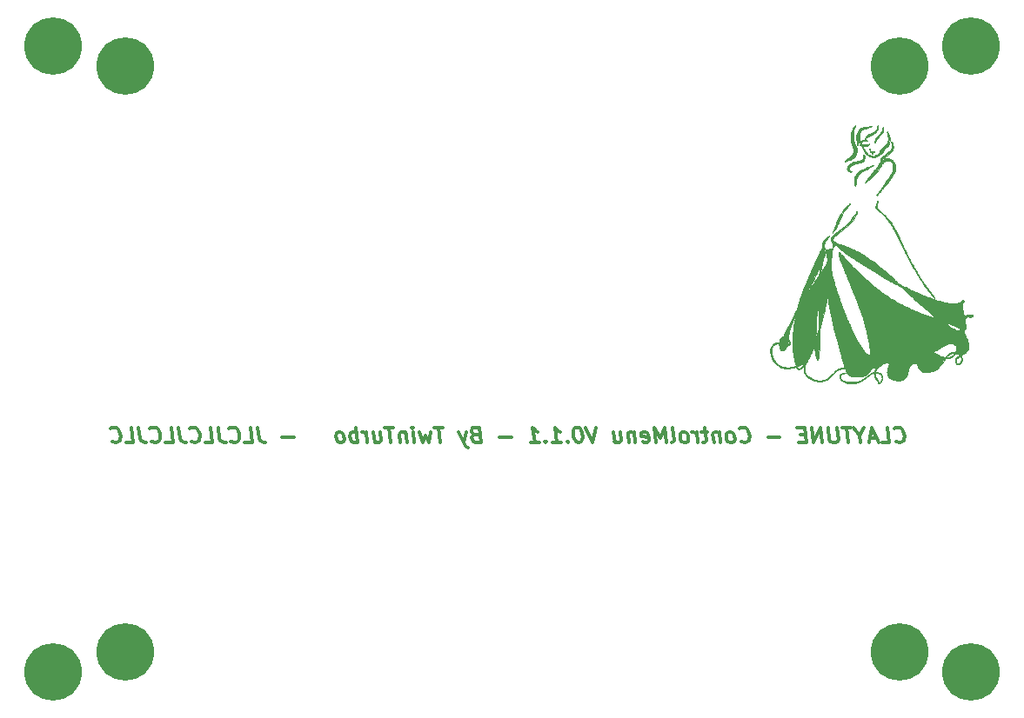
<source format=gbr>
G04 #@! TF.GenerationSoftware,KiCad,Pcbnew,(5.1.7)-1*
G04 #@! TF.CreationDate,2021-12-31T12:14:06+00:00*
G04 #@! TF.ProjectId,Panel,50616e65-6c2e-46b6-9963-61645f706362,rev?*
G04 #@! TF.SameCoordinates,Original*
G04 #@! TF.FileFunction,Copper,L2,Bot*
G04 #@! TF.FilePolarity,Positive*
%FSLAX46Y46*%
G04 Gerber Fmt 4.6, Leading zero omitted, Abs format (unit mm)*
G04 Created by KiCad (PCBNEW (5.1.7)-1) date 2021-12-31 12:14:06*
%MOMM*%
%LPD*%
G01*
G04 APERTURE LIST*
G04 #@! TA.AperFunction,NonConductor*
%ADD10C,0.300000*%
G04 #@! TD*
G04 #@! TA.AperFunction,EtchedComponent*
%ADD11C,0.010000*%
G04 #@! TD*
G04 #@! TA.AperFunction,ComponentPad*
%ADD12C,5.600000*%
G04 #@! TD*
G04 APERTURE END LIST*
D10*
X202786785Y-105795714D02*
X202867142Y-105867142D01*
X203090357Y-105938571D01*
X203233214Y-105938571D01*
X203438571Y-105867142D01*
X203563571Y-105724285D01*
X203617142Y-105581428D01*
X203652857Y-105295714D01*
X203626071Y-105081428D01*
X203518928Y-104795714D01*
X203429642Y-104652857D01*
X203268928Y-104510000D01*
X203045714Y-104438571D01*
X202902857Y-104438571D01*
X202697500Y-104510000D01*
X202635000Y-104581428D01*
X201447500Y-105938571D02*
X202161785Y-105938571D01*
X201974285Y-104438571D01*
X200965357Y-105510000D02*
X200251071Y-105510000D01*
X201161785Y-105938571D02*
X200474285Y-104438571D01*
X200161785Y-105938571D01*
X199286785Y-105224285D02*
X199376071Y-105938571D01*
X199688571Y-104438571D02*
X199286785Y-105224285D01*
X198688571Y-104438571D01*
X198402857Y-104438571D02*
X197545714Y-104438571D01*
X198161785Y-105938571D02*
X197974285Y-104438571D01*
X197045714Y-104438571D02*
X197197500Y-105652857D01*
X197143928Y-105795714D01*
X197081428Y-105867142D01*
X196947500Y-105938571D01*
X196661785Y-105938571D01*
X196510000Y-105867142D01*
X196429642Y-105795714D01*
X196340357Y-105652857D01*
X196188571Y-104438571D01*
X195661785Y-105938571D02*
X195474285Y-104438571D01*
X194804642Y-105938571D01*
X194617142Y-104438571D01*
X193992142Y-105152857D02*
X193492142Y-105152857D01*
X193376071Y-105938571D02*
X194090357Y-105938571D01*
X193902857Y-104438571D01*
X193188571Y-104438571D01*
X191518928Y-105367142D02*
X190376071Y-105367142D01*
X187715357Y-105795714D02*
X187795714Y-105867142D01*
X188018928Y-105938571D01*
X188161785Y-105938571D01*
X188367142Y-105867142D01*
X188492142Y-105724285D01*
X188545714Y-105581428D01*
X188581428Y-105295714D01*
X188554642Y-105081428D01*
X188447500Y-104795714D01*
X188358214Y-104652857D01*
X188197500Y-104510000D01*
X187974285Y-104438571D01*
X187831428Y-104438571D01*
X187626071Y-104510000D01*
X187563571Y-104581428D01*
X186876071Y-105938571D02*
X187010000Y-105867142D01*
X187072500Y-105795714D01*
X187126071Y-105652857D01*
X187072500Y-105224285D01*
X186983214Y-105081428D01*
X186902857Y-105010000D01*
X186751071Y-104938571D01*
X186536785Y-104938571D01*
X186402857Y-105010000D01*
X186340357Y-105081428D01*
X186286785Y-105224285D01*
X186340357Y-105652857D01*
X186429642Y-105795714D01*
X186510000Y-105867142D01*
X186661785Y-105938571D01*
X186876071Y-105938571D01*
X185608214Y-104938571D02*
X185733214Y-105938571D01*
X185626071Y-105081428D02*
X185545714Y-105010000D01*
X185393928Y-104938571D01*
X185179642Y-104938571D01*
X185045714Y-105010000D01*
X184992142Y-105152857D01*
X185090357Y-105938571D01*
X184465357Y-104938571D02*
X183893928Y-104938571D01*
X184188571Y-104438571D02*
X184349285Y-105724285D01*
X184295714Y-105867142D01*
X184161785Y-105938571D01*
X184018928Y-105938571D01*
X183518928Y-105938571D02*
X183393928Y-104938571D01*
X183429642Y-105224285D02*
X183340357Y-105081428D01*
X183260000Y-105010000D01*
X183108214Y-104938571D01*
X182965357Y-104938571D01*
X182376071Y-105938571D02*
X182510000Y-105867142D01*
X182572500Y-105795714D01*
X182626071Y-105652857D01*
X182572500Y-105224285D01*
X182483214Y-105081428D01*
X182402857Y-105010000D01*
X182251071Y-104938571D01*
X182036785Y-104938571D01*
X181902857Y-105010000D01*
X181840357Y-105081428D01*
X181786785Y-105224285D01*
X181840357Y-105652857D01*
X181929642Y-105795714D01*
X182010000Y-105867142D01*
X182161785Y-105938571D01*
X182376071Y-105938571D01*
X181018928Y-105938571D02*
X181152857Y-105867142D01*
X181206428Y-105724285D01*
X181045714Y-104438571D01*
X180447500Y-105938571D02*
X180260000Y-104438571D01*
X179893928Y-105510000D01*
X179260000Y-104438571D01*
X179447500Y-105938571D01*
X178152857Y-105867142D02*
X178304642Y-105938571D01*
X178590357Y-105938571D01*
X178724285Y-105867142D01*
X178777857Y-105724285D01*
X178706428Y-105152857D01*
X178617142Y-105010000D01*
X178465357Y-104938571D01*
X178179642Y-104938571D01*
X178045714Y-105010000D01*
X177992142Y-105152857D01*
X178010000Y-105295714D01*
X178742142Y-105438571D01*
X177322500Y-104938571D02*
X177447500Y-105938571D01*
X177340357Y-105081428D02*
X177260000Y-105010000D01*
X177108214Y-104938571D01*
X176893928Y-104938571D01*
X176760000Y-105010000D01*
X176706428Y-105152857D01*
X176804642Y-105938571D01*
X175322500Y-104938571D02*
X175447500Y-105938571D01*
X175965357Y-104938571D02*
X176063571Y-105724285D01*
X176010000Y-105867142D01*
X175876071Y-105938571D01*
X175661785Y-105938571D01*
X175510000Y-105867142D01*
X175429642Y-105795714D01*
X173617142Y-104438571D02*
X173304642Y-105938571D01*
X172617142Y-104438571D01*
X171831428Y-104438571D02*
X171688571Y-104438571D01*
X171554642Y-104510000D01*
X171492142Y-104581428D01*
X171438571Y-104724285D01*
X171402857Y-105010000D01*
X171447500Y-105367142D01*
X171554642Y-105652857D01*
X171643928Y-105795714D01*
X171724285Y-105867142D01*
X171876071Y-105938571D01*
X172018928Y-105938571D01*
X172152857Y-105867142D01*
X172215357Y-105795714D01*
X172268928Y-105652857D01*
X172304642Y-105367142D01*
X172260000Y-105010000D01*
X172152857Y-104724285D01*
X172063571Y-104581428D01*
X171983214Y-104510000D01*
X171831428Y-104438571D01*
X170858214Y-105795714D02*
X170795714Y-105867142D01*
X170876071Y-105938571D01*
X170938571Y-105867142D01*
X170858214Y-105795714D01*
X170876071Y-105938571D01*
X169376071Y-105938571D02*
X170233214Y-105938571D01*
X169804642Y-105938571D02*
X169617142Y-104438571D01*
X169786785Y-104652857D01*
X169947500Y-104795714D01*
X170099285Y-104867142D01*
X168715357Y-105795714D02*
X168652857Y-105867142D01*
X168733214Y-105938571D01*
X168795714Y-105867142D01*
X168715357Y-105795714D01*
X168733214Y-105938571D01*
X167233214Y-105938571D02*
X168090357Y-105938571D01*
X167661785Y-105938571D02*
X167474285Y-104438571D01*
X167643928Y-104652857D01*
X167804642Y-104795714D01*
X167956428Y-104867142D01*
X165376071Y-105367142D02*
X164233214Y-105367142D01*
X161849285Y-105152857D02*
X161643928Y-105224285D01*
X161581428Y-105295714D01*
X161527857Y-105438571D01*
X161554642Y-105652857D01*
X161643928Y-105795714D01*
X161724285Y-105867142D01*
X161876071Y-105938571D01*
X162447500Y-105938571D01*
X162260000Y-104438571D01*
X161760000Y-104438571D01*
X161626071Y-104510000D01*
X161563571Y-104581428D01*
X161510000Y-104724285D01*
X161527857Y-104867142D01*
X161617142Y-105010000D01*
X161697500Y-105081428D01*
X161849285Y-105152857D01*
X162349285Y-105152857D01*
X160965357Y-104938571D02*
X160733214Y-105938571D01*
X160251071Y-104938571D02*
X160733214Y-105938571D01*
X160920714Y-106295714D01*
X161001071Y-106367142D01*
X161152857Y-106438571D01*
X158688571Y-104438571D02*
X157831428Y-104438571D01*
X158447500Y-105938571D02*
X158260000Y-104438571D01*
X157536785Y-104938571D02*
X157376071Y-105938571D01*
X157001071Y-105224285D01*
X156804642Y-105938571D01*
X156393928Y-104938571D01*
X155947500Y-105938571D02*
X155822500Y-104938571D01*
X155760000Y-104438571D02*
X155840357Y-104510000D01*
X155777857Y-104581428D01*
X155697500Y-104510000D01*
X155760000Y-104438571D01*
X155777857Y-104581428D01*
X155108214Y-104938571D02*
X155233214Y-105938571D01*
X155126071Y-105081428D02*
X155045714Y-105010000D01*
X154893928Y-104938571D01*
X154679642Y-104938571D01*
X154545714Y-105010000D01*
X154492142Y-105152857D01*
X154590357Y-105938571D01*
X153902857Y-104438571D02*
X153045714Y-104438571D01*
X153661785Y-105938571D02*
X153474285Y-104438571D01*
X151965357Y-104938571D02*
X152090357Y-105938571D01*
X152608214Y-104938571D02*
X152706428Y-105724285D01*
X152652857Y-105867142D01*
X152518928Y-105938571D01*
X152304642Y-105938571D01*
X152152857Y-105867142D01*
X152072500Y-105795714D01*
X151376071Y-105938571D02*
X151251071Y-104938571D01*
X151286785Y-105224285D02*
X151197500Y-105081428D01*
X151117142Y-105010000D01*
X150965357Y-104938571D01*
X150822500Y-104938571D01*
X150447500Y-105938571D02*
X150260000Y-104438571D01*
X150331428Y-105010000D02*
X150179642Y-104938571D01*
X149893928Y-104938571D01*
X149760000Y-105010000D01*
X149697500Y-105081428D01*
X149643928Y-105224285D01*
X149697500Y-105652857D01*
X149786785Y-105795714D01*
X149867142Y-105867142D01*
X150018928Y-105938571D01*
X150304642Y-105938571D01*
X150438571Y-105867142D01*
X148876071Y-105938571D02*
X149010000Y-105867142D01*
X149072500Y-105795714D01*
X149126071Y-105652857D01*
X149072500Y-105224285D01*
X148983214Y-105081428D01*
X148902857Y-105010000D01*
X148751071Y-104938571D01*
X148536785Y-104938571D01*
X148402857Y-105010000D01*
X148340357Y-105081428D01*
X148286785Y-105224285D01*
X148340357Y-105652857D01*
X148429642Y-105795714D01*
X148510000Y-105867142D01*
X148661785Y-105938571D01*
X148876071Y-105938571D01*
X144233214Y-105367142D02*
X143090357Y-105367142D01*
X140688571Y-104438571D02*
X140822500Y-105510000D01*
X140920714Y-105724285D01*
X141081428Y-105867142D01*
X141304642Y-105938571D01*
X141447500Y-105938571D01*
X139447500Y-105938571D02*
X140161785Y-105938571D01*
X139974285Y-104438571D01*
X138072500Y-105795714D02*
X138152857Y-105867142D01*
X138376071Y-105938571D01*
X138518928Y-105938571D01*
X138724285Y-105867142D01*
X138849285Y-105724285D01*
X138902857Y-105581428D01*
X138938571Y-105295714D01*
X138911785Y-105081428D01*
X138804642Y-104795714D01*
X138715357Y-104652857D01*
X138554642Y-104510000D01*
X138331428Y-104438571D01*
X138188571Y-104438571D01*
X137983214Y-104510000D01*
X137920714Y-104581428D01*
X136831428Y-104438571D02*
X136965357Y-105510000D01*
X137063571Y-105724285D01*
X137224285Y-105867142D01*
X137447500Y-105938571D01*
X137590357Y-105938571D01*
X135590357Y-105938571D02*
X136304642Y-105938571D01*
X136117142Y-104438571D01*
X134215357Y-105795714D02*
X134295714Y-105867142D01*
X134518928Y-105938571D01*
X134661785Y-105938571D01*
X134867142Y-105867142D01*
X134992142Y-105724285D01*
X135045714Y-105581428D01*
X135081428Y-105295714D01*
X135054642Y-105081428D01*
X134947500Y-104795714D01*
X134858214Y-104652857D01*
X134697500Y-104510000D01*
X134474285Y-104438571D01*
X134331428Y-104438571D01*
X134126071Y-104510000D01*
X134063571Y-104581428D01*
X132974285Y-104438571D02*
X133108214Y-105510000D01*
X133206428Y-105724285D01*
X133367142Y-105867142D01*
X133590357Y-105938571D01*
X133733214Y-105938571D01*
X131733214Y-105938571D02*
X132447500Y-105938571D01*
X132260000Y-104438571D01*
X130358214Y-105795714D02*
X130438571Y-105867142D01*
X130661785Y-105938571D01*
X130804642Y-105938571D01*
X131010000Y-105867142D01*
X131135000Y-105724285D01*
X131188571Y-105581428D01*
X131224285Y-105295714D01*
X131197500Y-105081428D01*
X131090357Y-104795714D01*
X131001071Y-104652857D01*
X130840357Y-104510000D01*
X130617142Y-104438571D01*
X130474285Y-104438571D01*
X130268928Y-104510000D01*
X130206428Y-104581428D01*
X129117142Y-104438571D02*
X129251071Y-105510000D01*
X129349285Y-105724285D01*
X129510000Y-105867142D01*
X129733214Y-105938571D01*
X129876071Y-105938571D01*
X127876071Y-105938571D02*
X128590357Y-105938571D01*
X128402857Y-104438571D01*
X126501071Y-105795714D02*
X126581428Y-105867142D01*
X126804642Y-105938571D01*
X126947500Y-105938571D01*
X127152857Y-105867142D01*
X127277857Y-105724285D01*
X127331428Y-105581428D01*
X127367142Y-105295714D01*
X127340357Y-105081428D01*
X127233214Y-104795714D01*
X127143928Y-104652857D01*
X126983214Y-104510000D01*
X126760000Y-104438571D01*
X126617142Y-104438571D01*
X126411785Y-104510000D01*
X126349285Y-104581428D01*
D11*
G36*
X201016714Y-75023589D02*
G01*
X201003292Y-75072766D01*
X201000211Y-75128694D01*
X200977917Y-75261081D01*
X200936647Y-75344305D01*
X200898700Y-75409547D01*
X200875970Y-75458531D01*
X200873083Y-75470767D01*
X200851179Y-75505388D01*
X200790293Y-75556367D01*
X200697662Y-75618860D01*
X200580526Y-75688026D01*
X200446123Y-75759023D01*
X200430861Y-75766605D01*
X200332528Y-75814048D01*
X200250696Y-75851473D01*
X200196367Y-75873958D01*
X200181267Y-75878239D01*
X200134600Y-75895788D01*
X200069688Y-75940633D01*
X199999335Y-76001065D01*
X199936343Y-76065379D01*
X199893515Y-76121868D01*
X199882338Y-76151562D01*
X199868365Y-76181158D01*
X199860775Y-76183344D01*
X199837642Y-76204065D01*
X199806014Y-76255521D01*
X199797623Y-76272333D01*
X199775069Y-76335608D01*
X199784236Y-76360754D01*
X199822758Y-76347377D01*
X199888270Y-76295082D01*
X199895260Y-76288593D01*
X199962748Y-76231788D01*
X200042408Y-76173888D01*
X200120581Y-76123790D01*
X200183607Y-76090388D01*
X200213026Y-76081642D01*
X200262576Y-76068532D01*
X200342911Y-76033439D01*
X200442592Y-75982718D01*
X200550182Y-75922722D01*
X200654243Y-75859807D01*
X200743335Y-75800327D01*
X200801700Y-75754597D01*
X200906734Y-75638442D01*
X200990693Y-75502942D01*
X201049293Y-75359672D01*
X201078248Y-75220209D01*
X201073274Y-75096128D01*
X201061054Y-75053992D01*
X201037259Y-75015745D01*
X201016714Y-75023589D01*
G37*
X201016714Y-75023589D02*
X201003292Y-75072766D01*
X201000211Y-75128694D01*
X200977917Y-75261081D01*
X200936647Y-75344305D01*
X200898700Y-75409547D01*
X200875970Y-75458531D01*
X200873083Y-75470767D01*
X200851179Y-75505388D01*
X200790293Y-75556367D01*
X200697662Y-75618860D01*
X200580526Y-75688026D01*
X200446123Y-75759023D01*
X200430861Y-75766605D01*
X200332528Y-75814048D01*
X200250696Y-75851473D01*
X200196367Y-75873958D01*
X200181267Y-75878239D01*
X200134600Y-75895788D01*
X200069688Y-75940633D01*
X199999335Y-76001065D01*
X199936343Y-76065379D01*
X199893515Y-76121868D01*
X199882338Y-76151562D01*
X199868365Y-76181158D01*
X199860775Y-76183344D01*
X199837642Y-76204065D01*
X199806014Y-76255521D01*
X199797623Y-76272333D01*
X199775069Y-76335608D01*
X199784236Y-76360754D01*
X199822758Y-76347377D01*
X199888270Y-76295082D01*
X199895260Y-76288593D01*
X199962748Y-76231788D01*
X200042408Y-76173888D01*
X200120581Y-76123790D01*
X200183607Y-76090388D01*
X200213026Y-76081642D01*
X200262576Y-76068532D01*
X200342911Y-76033439D01*
X200442592Y-75982718D01*
X200550182Y-75922722D01*
X200654243Y-75859807D01*
X200743335Y-75800327D01*
X200801700Y-75754597D01*
X200906734Y-75638442D01*
X200990693Y-75502942D01*
X201049293Y-75359672D01*
X201078248Y-75220209D01*
X201073274Y-75096128D01*
X201061054Y-75053992D01*
X201037259Y-75015745D01*
X201016714Y-75023589D01*
G36*
X201520404Y-75219607D02*
G01*
X201503893Y-75270238D01*
X201490770Y-75345065D01*
X201483950Y-75430790D01*
X201483573Y-75451981D01*
X201462501Y-75539850D01*
X201403226Y-75647395D01*
X201310743Y-75767468D01*
X201190050Y-75892922D01*
X201148922Y-75930686D01*
X201022250Y-76056335D01*
X200910601Y-76191058D01*
X200821010Y-76324649D01*
X200760509Y-76446906D01*
X200738217Y-76526587D01*
X200724055Y-76607939D01*
X200708622Y-76676802D01*
X200706178Y-76685496D01*
X200707062Y-76731013D01*
X200737067Y-76743884D01*
X200783281Y-76720079D01*
X200791722Y-76712193D01*
X200816495Y-76663344D01*
X200822233Y-76624087D01*
X200841627Y-76550669D01*
X200897476Y-76450933D01*
X200986284Y-76330017D01*
X201104552Y-76193058D01*
X201145372Y-76149485D01*
X201310949Y-75963366D01*
X201436044Y-75793922D01*
X201517262Y-75651860D01*
X201537118Y-75588921D01*
X201551306Y-75501844D01*
X201559159Y-75405368D01*
X201560012Y-75314229D01*
X201553198Y-75243164D01*
X201538051Y-75206911D01*
X201537389Y-75206470D01*
X201520404Y-75219607D01*
G37*
X201520404Y-75219607D02*
X201503893Y-75270238D01*
X201490770Y-75345065D01*
X201483950Y-75430790D01*
X201483573Y-75451981D01*
X201462501Y-75539850D01*
X201403226Y-75647395D01*
X201310743Y-75767468D01*
X201190050Y-75892922D01*
X201148922Y-75930686D01*
X201022250Y-76056335D01*
X200910601Y-76191058D01*
X200821010Y-76324649D01*
X200760509Y-76446906D01*
X200738217Y-76526587D01*
X200724055Y-76607939D01*
X200708622Y-76676802D01*
X200706178Y-76685496D01*
X200707062Y-76731013D01*
X200737067Y-76743884D01*
X200783281Y-76720079D01*
X200791722Y-76712193D01*
X200816495Y-76663344D01*
X200822233Y-76624087D01*
X200841627Y-76550669D01*
X200897476Y-76450933D01*
X200986284Y-76330017D01*
X201104552Y-76193058D01*
X201145372Y-76149485D01*
X201310949Y-75963366D01*
X201436044Y-75793922D01*
X201517262Y-75651860D01*
X201537118Y-75588921D01*
X201551306Y-75501844D01*
X201559159Y-75405368D01*
X201560012Y-75314229D01*
X201553198Y-75243164D01*
X201538051Y-75206911D01*
X201537389Y-75206470D01*
X201520404Y-75219607D01*
G36*
X200216267Y-77288382D02*
G01*
X200220070Y-77333090D01*
X200234546Y-77347708D01*
X200260442Y-77377801D01*
X200262873Y-77393170D01*
X200277300Y-77425623D01*
X200288299Y-77429190D01*
X200313070Y-77422366D01*
X200313724Y-77420383D01*
X200303398Y-77394268D01*
X200277805Y-77340594D01*
X200270020Y-77325038D01*
X200241056Y-77273321D01*
X200225020Y-77264125D01*
X200216267Y-77288382D01*
G37*
X200216267Y-77288382D02*
X200220070Y-77333090D01*
X200234546Y-77347708D01*
X200260442Y-77377801D01*
X200262873Y-77393170D01*
X200277300Y-77425623D01*
X200288299Y-77429190D01*
X200313070Y-77422366D01*
X200313724Y-77420383D01*
X200303398Y-77394268D01*
X200277805Y-77340594D01*
X200270020Y-77325038D01*
X200241056Y-77273321D01*
X200225020Y-77264125D01*
X200216267Y-77288382D01*
G36*
X200447117Y-77536391D02*
G01*
X200369017Y-77550814D01*
X200317597Y-77571044D01*
X200302050Y-77593963D01*
X200314586Y-77608238D01*
X200360525Y-77621859D01*
X200434841Y-77629602D01*
X200520907Y-77631514D01*
X200602095Y-77627644D01*
X200661781Y-77618040D01*
X200682393Y-77607168D01*
X200687810Y-77566563D01*
X200645538Y-77540983D01*
X200556646Y-77531011D01*
X200542708Y-77530891D01*
X200447117Y-77536391D01*
G37*
X200447117Y-77536391D02*
X200369017Y-77550814D01*
X200317597Y-77571044D01*
X200302050Y-77593963D01*
X200314586Y-77608238D01*
X200360525Y-77621859D01*
X200434841Y-77629602D01*
X200520907Y-77631514D01*
X200602095Y-77627644D01*
X200661781Y-77618040D01*
X200682393Y-77607168D01*
X200687810Y-77566563D01*
X200645538Y-77540983D01*
X200556646Y-77531011D01*
X200542708Y-77530891D01*
X200447117Y-77536391D01*
G36*
X200436682Y-77767248D02*
G01*
X200428138Y-77785146D01*
X200457423Y-77808560D01*
X200502611Y-77794063D01*
X200517127Y-77785146D01*
X200534031Y-77767619D01*
X200507096Y-77760710D01*
X200483845Y-77760109D01*
X200436682Y-77767248D01*
G37*
X200436682Y-77767248D02*
X200428138Y-77785146D01*
X200457423Y-77808560D01*
X200502611Y-77794063D01*
X200517127Y-77785146D01*
X200534031Y-77767619D01*
X200507096Y-77760710D01*
X200483845Y-77760109D01*
X200436682Y-77767248D01*
G36*
X200363174Y-75103825D02*
G01*
X200350591Y-75112706D01*
X200315533Y-75124785D01*
X200243142Y-75137261D01*
X200146872Y-75147994D01*
X200110321Y-75150921D01*
X199929566Y-75165323D01*
X199793583Y-75179527D01*
X199696302Y-75194343D01*
X199631652Y-75210583D01*
X199614525Y-75217232D01*
X199561088Y-75240809D01*
X199484461Y-75274434D01*
X199447476Y-75290618D01*
X199303365Y-75380080D01*
X199178956Y-75509148D01*
X199077589Y-75669283D01*
X199002605Y-75851944D01*
X198957345Y-76048592D01*
X198945150Y-76250685D01*
X198969361Y-76449684D01*
X198978889Y-76488449D01*
X198999442Y-76592894D01*
X199013202Y-76716100D01*
X199016726Y-76799910D01*
X199021603Y-76894673D01*
X199033974Y-76953543D01*
X199051039Y-76972602D01*
X199069996Y-76947932D01*
X199084511Y-76894727D01*
X199101977Y-76836189D01*
X199122013Y-76804237D01*
X199133474Y-76773564D01*
X199141475Y-76707084D01*
X199144154Y-76628289D01*
X199147062Y-76542560D01*
X199154646Y-76479248D01*
X199164185Y-76453645D01*
X199175606Y-76452567D01*
X199189909Y-76468387D01*
X199211095Y-76508707D01*
X199243164Y-76581131D01*
X199289535Y-76691852D01*
X199319968Y-76762463D01*
X199345834Y-76817940D01*
X199348289Y-76822738D01*
X199353371Y-76859386D01*
X199318168Y-76878234D01*
X199284374Y-76900768D01*
X199290749Y-76928486D01*
X199331222Y-76945416D01*
X199343973Y-76946107D01*
X199404050Y-76966052D01*
X199443565Y-77013617D01*
X199449260Y-77041402D01*
X199456929Y-77070254D01*
X199482001Y-77121691D01*
X199527566Y-77201244D01*
X199596718Y-77314444D01*
X199645604Y-77392537D01*
X199679848Y-77450805D01*
X199716618Y-77518179D01*
X199798518Y-77649311D01*
X199901382Y-77776171D01*
X200015477Y-77889588D01*
X200131073Y-77980395D01*
X200238436Y-78039422D01*
X200285384Y-78054028D01*
X200353268Y-78073482D01*
X200394588Y-78090897D01*
X200445618Y-78106076D01*
X200528127Y-78119154D01*
X200623694Y-78128524D01*
X200713899Y-78132578D01*
X200780322Y-78129707D01*
X200796807Y-78126009D01*
X200861496Y-78100670D01*
X200946208Y-78064432D01*
X201063774Y-78011809D01*
X201144975Y-77965264D01*
X201237491Y-77896825D01*
X201334147Y-77813866D01*
X201427766Y-77723760D01*
X201511174Y-77633878D01*
X201577196Y-77551594D01*
X201618655Y-77484281D01*
X201623976Y-77459666D01*
X201528897Y-77459666D01*
X201497222Y-77510581D01*
X201476596Y-77536756D01*
X201427115Y-77588574D01*
X201392973Y-77607647D01*
X201381592Y-77592783D01*
X201399469Y-77543331D01*
X201441445Y-77488282D01*
X201483876Y-77454303D01*
X201524508Y-77440240D01*
X201528897Y-77459666D01*
X201623976Y-77459666D01*
X201628377Y-77439310D01*
X201626114Y-77434013D01*
X201634246Y-77402689D01*
X201674816Y-77349515D01*
X201739767Y-77283399D01*
X201821042Y-77213249D01*
X201837455Y-77200361D01*
X201912109Y-77141954D01*
X201960282Y-77100725D01*
X201995973Y-77063073D01*
X202033181Y-77015402D01*
X202046848Y-76996957D01*
X202127347Y-76853008D01*
X202177277Y-76678338D01*
X202198040Y-76467550D01*
X202198838Y-76410806D01*
X202193761Y-76264545D01*
X202175811Y-76135464D01*
X202140905Y-76006550D01*
X202084961Y-75860789D01*
X202045230Y-75770545D01*
X201997012Y-75681151D01*
X201958992Y-75639922D01*
X201935649Y-75644498D01*
X201931460Y-75692515D01*
X201950905Y-75781612D01*
X201961562Y-75814675D01*
X201992221Y-75923637D01*
X202016770Y-76048063D01*
X202034370Y-76177198D01*
X202044179Y-76300290D01*
X202045357Y-76406583D01*
X202037062Y-76485323D01*
X202018454Y-76525757D01*
X202017228Y-76526587D01*
X201997665Y-76561576D01*
X201991802Y-76605377D01*
X201971907Y-76698826D01*
X201919197Y-76801286D01*
X201844134Y-76895067D01*
X201794990Y-76938133D01*
X201735580Y-76983352D01*
X201694998Y-77015968D01*
X201686697Y-77023580D01*
X201658716Y-77044598D01*
X201603975Y-77080113D01*
X201581722Y-77093813D01*
X201468138Y-77179889D01*
X201362919Y-77290470D01*
X201274295Y-77413658D01*
X201210497Y-77537550D01*
X201179754Y-77650249D01*
X201178188Y-77677267D01*
X201175010Y-77713875D01*
X201161664Y-77746649D01*
X201132430Y-77779576D01*
X201081590Y-77816640D01*
X201003425Y-77861828D01*
X200892218Y-77919126D01*
X200742249Y-77992518D01*
X200689094Y-78018150D01*
X200624808Y-78036112D01*
X200557909Y-78036904D01*
X200510815Y-78021033D01*
X200504415Y-78013974D01*
X200469928Y-77995425D01*
X200416272Y-77988549D01*
X200328714Y-77971044D01*
X200223179Y-77924493D01*
X200115493Y-77857842D01*
X200021478Y-77780036D01*
X199992038Y-77748719D01*
X199934173Y-77674556D01*
X199865334Y-77576479D01*
X199799706Y-77474764D01*
X199795172Y-77467328D01*
X199697082Y-77305252D01*
X199623456Y-77182562D01*
X199572023Y-77095386D01*
X199540512Y-77039856D01*
X199526649Y-77012100D01*
X199525536Y-77007981D01*
X199548055Y-76997225D01*
X199612909Y-77006684D01*
X199716045Y-77035746D01*
X199722103Y-77037693D01*
X199792111Y-77058661D01*
X199843135Y-77064668D01*
X199894608Y-77053670D01*
X199965960Y-77023624D01*
X199998346Y-77008637D01*
X200122975Y-76944912D01*
X200203090Y-76890659D01*
X200236544Y-76847388D01*
X200237448Y-76840464D01*
X200217269Y-76821600D01*
X200169006Y-76823107D01*
X200116332Y-76841927D01*
X199964896Y-76898845D01*
X199817967Y-76912512D01*
X199739272Y-76899990D01*
X199651824Y-76881032D01*
X199571318Y-76870557D01*
X199552459Y-76869830D01*
X199492627Y-76857637D01*
X199450622Y-76812268D01*
X199438409Y-76789648D01*
X199405806Y-76711196D01*
X199406085Y-76659805D01*
X199441839Y-76621691D01*
X199473422Y-76603516D01*
X199539819Y-76581933D01*
X199641854Y-76569289D01*
X199786519Y-76564763D01*
X199803953Y-76564725D01*
X199919414Y-76562381D01*
X200005056Y-76555887D01*
X200052577Y-76546054D01*
X200059470Y-76539784D01*
X200037599Y-76517452D01*
X199989550Y-76501241D01*
X199919034Y-76486597D01*
X199831859Y-76467343D01*
X199811207Y-76462618D01*
X199688725Y-76441537D01*
X199592128Y-76445196D01*
X199501780Y-76475665D01*
X199455394Y-76500120D01*
X199347114Y-76562029D01*
X199305990Y-76468032D01*
X199283668Y-76393311D01*
X199269764Y-76286454D01*
X199263341Y-76139335D01*
X199262787Y-76094355D01*
X199262655Y-75969570D01*
X199265983Y-75882754D01*
X199275054Y-75821039D01*
X199292152Y-75771558D01*
X199319560Y-75721442D01*
X199332708Y-75700261D01*
X199389067Y-75619646D01*
X199449097Y-75546894D01*
X199473205Y-75522283D01*
X199540520Y-75469541D01*
X199624275Y-75416875D01*
X199708151Y-75373241D01*
X199775832Y-75347596D01*
X199797419Y-75344305D01*
X199846009Y-75334320D01*
X199911723Y-75310108D01*
X199915787Y-75308303D01*
X199997121Y-75278403D01*
X200072182Y-75259545D01*
X200234637Y-75223999D01*
X200348016Y-75179768D01*
X200399489Y-75142713D01*
X200431463Y-75105247D01*
X200425341Y-75091014D01*
X200413448Y-75090050D01*
X200363174Y-75103825D01*
G37*
X200363174Y-75103825D02*
X200350591Y-75112706D01*
X200315533Y-75124785D01*
X200243142Y-75137261D01*
X200146872Y-75147994D01*
X200110321Y-75150921D01*
X199929566Y-75165323D01*
X199793583Y-75179527D01*
X199696302Y-75194343D01*
X199631652Y-75210583D01*
X199614525Y-75217232D01*
X199561088Y-75240809D01*
X199484461Y-75274434D01*
X199447476Y-75290618D01*
X199303365Y-75380080D01*
X199178956Y-75509148D01*
X199077589Y-75669283D01*
X199002605Y-75851944D01*
X198957345Y-76048592D01*
X198945150Y-76250685D01*
X198969361Y-76449684D01*
X198978889Y-76488449D01*
X198999442Y-76592894D01*
X199013202Y-76716100D01*
X199016726Y-76799910D01*
X199021603Y-76894673D01*
X199033974Y-76953543D01*
X199051039Y-76972602D01*
X199069996Y-76947932D01*
X199084511Y-76894727D01*
X199101977Y-76836189D01*
X199122013Y-76804237D01*
X199133474Y-76773564D01*
X199141475Y-76707084D01*
X199144154Y-76628289D01*
X199147062Y-76542560D01*
X199154646Y-76479248D01*
X199164185Y-76453645D01*
X199175606Y-76452567D01*
X199189909Y-76468387D01*
X199211095Y-76508707D01*
X199243164Y-76581131D01*
X199289535Y-76691852D01*
X199319968Y-76762463D01*
X199345834Y-76817940D01*
X199348289Y-76822738D01*
X199353371Y-76859386D01*
X199318168Y-76878234D01*
X199284374Y-76900768D01*
X199290749Y-76928486D01*
X199331222Y-76945416D01*
X199343973Y-76946107D01*
X199404050Y-76966052D01*
X199443565Y-77013617D01*
X199449260Y-77041402D01*
X199456929Y-77070254D01*
X199482001Y-77121691D01*
X199527566Y-77201244D01*
X199596718Y-77314444D01*
X199645604Y-77392537D01*
X199679848Y-77450805D01*
X199716618Y-77518179D01*
X199798518Y-77649311D01*
X199901382Y-77776171D01*
X200015477Y-77889588D01*
X200131073Y-77980395D01*
X200238436Y-78039422D01*
X200285384Y-78054028D01*
X200353268Y-78073482D01*
X200394588Y-78090897D01*
X200445618Y-78106076D01*
X200528127Y-78119154D01*
X200623694Y-78128524D01*
X200713899Y-78132578D01*
X200780322Y-78129707D01*
X200796807Y-78126009D01*
X200861496Y-78100670D01*
X200946208Y-78064432D01*
X201063774Y-78011809D01*
X201144975Y-77965264D01*
X201237491Y-77896825D01*
X201334147Y-77813866D01*
X201427766Y-77723760D01*
X201511174Y-77633878D01*
X201577196Y-77551594D01*
X201618655Y-77484281D01*
X201623976Y-77459666D01*
X201528897Y-77459666D01*
X201497222Y-77510581D01*
X201476596Y-77536756D01*
X201427115Y-77588574D01*
X201392973Y-77607647D01*
X201381592Y-77592783D01*
X201399469Y-77543331D01*
X201441445Y-77488282D01*
X201483876Y-77454303D01*
X201524508Y-77440240D01*
X201528897Y-77459666D01*
X201623976Y-77459666D01*
X201628377Y-77439310D01*
X201626114Y-77434013D01*
X201634246Y-77402689D01*
X201674816Y-77349515D01*
X201739767Y-77283399D01*
X201821042Y-77213249D01*
X201837455Y-77200361D01*
X201912109Y-77141954D01*
X201960282Y-77100725D01*
X201995973Y-77063073D01*
X202033181Y-77015402D01*
X202046848Y-76996957D01*
X202127347Y-76853008D01*
X202177277Y-76678338D01*
X202198040Y-76467550D01*
X202198838Y-76410806D01*
X202193761Y-76264545D01*
X202175811Y-76135464D01*
X202140905Y-76006550D01*
X202084961Y-75860789D01*
X202045230Y-75770545D01*
X201997012Y-75681151D01*
X201958992Y-75639922D01*
X201935649Y-75644498D01*
X201931460Y-75692515D01*
X201950905Y-75781612D01*
X201961562Y-75814675D01*
X201992221Y-75923637D01*
X202016770Y-76048063D01*
X202034370Y-76177198D01*
X202044179Y-76300290D01*
X202045357Y-76406583D01*
X202037062Y-76485323D01*
X202018454Y-76525757D01*
X202017228Y-76526587D01*
X201997665Y-76561576D01*
X201991802Y-76605377D01*
X201971907Y-76698826D01*
X201919197Y-76801286D01*
X201844134Y-76895067D01*
X201794990Y-76938133D01*
X201735580Y-76983352D01*
X201694998Y-77015968D01*
X201686697Y-77023580D01*
X201658716Y-77044598D01*
X201603975Y-77080113D01*
X201581722Y-77093813D01*
X201468138Y-77179889D01*
X201362919Y-77290470D01*
X201274295Y-77413658D01*
X201210497Y-77537550D01*
X201179754Y-77650249D01*
X201178188Y-77677267D01*
X201175010Y-77713875D01*
X201161664Y-77746649D01*
X201132430Y-77779576D01*
X201081590Y-77816640D01*
X201003425Y-77861828D01*
X200892218Y-77919126D01*
X200742249Y-77992518D01*
X200689094Y-78018150D01*
X200624808Y-78036112D01*
X200557909Y-78036904D01*
X200510815Y-78021033D01*
X200504415Y-78013974D01*
X200469928Y-77995425D01*
X200416272Y-77988549D01*
X200328714Y-77971044D01*
X200223179Y-77924493D01*
X200115493Y-77857842D01*
X200021478Y-77780036D01*
X199992038Y-77748719D01*
X199934173Y-77674556D01*
X199865334Y-77576479D01*
X199799706Y-77474764D01*
X199795172Y-77467328D01*
X199697082Y-77305252D01*
X199623456Y-77182562D01*
X199572023Y-77095386D01*
X199540512Y-77039856D01*
X199526649Y-77012100D01*
X199525536Y-77007981D01*
X199548055Y-76997225D01*
X199612909Y-77006684D01*
X199716045Y-77035746D01*
X199722103Y-77037693D01*
X199792111Y-77058661D01*
X199843135Y-77064668D01*
X199894608Y-77053670D01*
X199965960Y-77023624D01*
X199998346Y-77008637D01*
X200122975Y-76944912D01*
X200203090Y-76890659D01*
X200236544Y-76847388D01*
X200237448Y-76840464D01*
X200217269Y-76821600D01*
X200169006Y-76823107D01*
X200116332Y-76841927D01*
X199964896Y-76898845D01*
X199817967Y-76912512D01*
X199739272Y-76899990D01*
X199651824Y-76881032D01*
X199571318Y-76870557D01*
X199552459Y-76869830D01*
X199492627Y-76857637D01*
X199450622Y-76812268D01*
X199438409Y-76789648D01*
X199405806Y-76711196D01*
X199406085Y-76659805D01*
X199441839Y-76621691D01*
X199473422Y-76603516D01*
X199539819Y-76581933D01*
X199641854Y-76569289D01*
X199786519Y-76564763D01*
X199803953Y-76564725D01*
X199919414Y-76562381D01*
X200005056Y-76555887D01*
X200052577Y-76546054D01*
X200059470Y-76539784D01*
X200037599Y-76517452D01*
X199989550Y-76501241D01*
X199919034Y-76486597D01*
X199831859Y-76467343D01*
X199811207Y-76462618D01*
X199688725Y-76441537D01*
X199592128Y-76445196D01*
X199501780Y-76475665D01*
X199455394Y-76500120D01*
X199347114Y-76562029D01*
X199305990Y-76468032D01*
X199283668Y-76393311D01*
X199269764Y-76286454D01*
X199263341Y-76139335D01*
X199262787Y-76094355D01*
X199262655Y-75969570D01*
X199265983Y-75882754D01*
X199275054Y-75821039D01*
X199292152Y-75771558D01*
X199319560Y-75721442D01*
X199332708Y-75700261D01*
X199389067Y-75619646D01*
X199449097Y-75546894D01*
X199473205Y-75522283D01*
X199540520Y-75469541D01*
X199624275Y-75416875D01*
X199708151Y-75373241D01*
X199775832Y-75347596D01*
X199797419Y-75344305D01*
X199846009Y-75334320D01*
X199911723Y-75310108D01*
X199915787Y-75308303D01*
X199997121Y-75278403D01*
X200072182Y-75259545D01*
X200234637Y-75223999D01*
X200348016Y-75179768D01*
X200399489Y-75142713D01*
X200431463Y-75105247D01*
X200425341Y-75091014D01*
X200413448Y-75090050D01*
X200363174Y-75103825D01*
G36*
X198816269Y-75063209D02*
G01*
X198757018Y-75112810D01*
X198688093Y-75197490D01*
X198616939Y-75304444D01*
X198551002Y-75420867D01*
X198497726Y-75533955D01*
X198464556Y-75630904D01*
X198457285Y-75680633D01*
X198448458Y-75741501D01*
X198427032Y-75820337D01*
X198420263Y-75840101D01*
X198401993Y-75920307D01*
X198389503Y-76034251D01*
X198382860Y-76167938D01*
X198382133Y-76307373D01*
X198387390Y-76438561D01*
X198398698Y-76547507D01*
X198416125Y-76620216D01*
X198416480Y-76621070D01*
X198447796Y-76703443D01*
X198478249Y-76795131D01*
X198481594Y-76806267D01*
X198520719Y-76925940D01*
X198576477Y-77074524D01*
X198611494Y-77162223D01*
X198654859Y-77295820D01*
X198676718Y-77422890D01*
X198675034Y-77528394D01*
X198666003Y-77564965D01*
X198644962Y-77636980D01*
X198635669Y-77696144D01*
X198635646Y-77698142D01*
X198617012Y-77751251D01*
X198565730Y-77828135D01*
X198488728Y-77920642D01*
X198392937Y-78020618D01*
X198285286Y-78119910D01*
X198256113Y-78144689D01*
X198138589Y-78244665D01*
X198028915Y-78341614D01*
X197933499Y-78429504D01*
X197858749Y-78502302D01*
X197811075Y-78553977D01*
X197796607Y-78577204D01*
X197805149Y-78595474D01*
X197836661Y-78592689D01*
X197899970Y-78567134D01*
X197936447Y-78550022D01*
X198016580Y-78512522D01*
X198117467Y-78466459D01*
X198190701Y-78433634D01*
X198349852Y-78361912D01*
X198470860Y-78304155D01*
X198562717Y-78255247D01*
X198634414Y-78210072D01*
X198694943Y-78163510D01*
X198745526Y-78117882D01*
X198841263Y-78012049D01*
X198912039Y-77895786D01*
X198963186Y-77757039D01*
X199000032Y-77583755D01*
X199009369Y-77521246D01*
X199007090Y-77416456D01*
X198976133Y-77274319D01*
X198916162Y-77093740D01*
X198826840Y-76873627D01*
X198772085Y-76750634D01*
X198738865Y-76671401D01*
X198717015Y-76607022D01*
X198711922Y-76580513D01*
X198697031Y-76536553D01*
X198686497Y-76526587D01*
X198677956Y-76496967D01*
X198671139Y-76426105D01*
X198666071Y-76323583D01*
X198662776Y-76198980D01*
X198661281Y-76061879D01*
X198661609Y-75921859D01*
X198663786Y-75788502D01*
X198667838Y-75671389D01*
X198673789Y-75580100D01*
X198681664Y-75524216D01*
X198683849Y-75517123D01*
X198705420Y-75456041D01*
X198731709Y-75374203D01*
X198739880Y-75347298D01*
X198766913Y-75272415D01*
X198795447Y-75216257D01*
X198804836Y-75204173D01*
X198834769Y-75156289D01*
X198853950Y-75103097D01*
X198862852Y-75055667D01*
X198848569Y-75047866D01*
X198816269Y-75063209D01*
G37*
X198816269Y-75063209D02*
X198757018Y-75112810D01*
X198688093Y-75197490D01*
X198616939Y-75304444D01*
X198551002Y-75420867D01*
X198497726Y-75533955D01*
X198464556Y-75630904D01*
X198457285Y-75680633D01*
X198448458Y-75741501D01*
X198427032Y-75820337D01*
X198420263Y-75840101D01*
X198401993Y-75920307D01*
X198389503Y-76034251D01*
X198382860Y-76167938D01*
X198382133Y-76307373D01*
X198387390Y-76438561D01*
X198398698Y-76547507D01*
X198416125Y-76620216D01*
X198416480Y-76621070D01*
X198447796Y-76703443D01*
X198478249Y-76795131D01*
X198481594Y-76806267D01*
X198520719Y-76925940D01*
X198576477Y-77074524D01*
X198611494Y-77162223D01*
X198654859Y-77295820D01*
X198676718Y-77422890D01*
X198675034Y-77528394D01*
X198666003Y-77564965D01*
X198644962Y-77636980D01*
X198635669Y-77696144D01*
X198635646Y-77698142D01*
X198617012Y-77751251D01*
X198565730Y-77828135D01*
X198488728Y-77920642D01*
X198392937Y-78020618D01*
X198285286Y-78119910D01*
X198256113Y-78144689D01*
X198138589Y-78244665D01*
X198028915Y-78341614D01*
X197933499Y-78429504D01*
X197858749Y-78502302D01*
X197811075Y-78553977D01*
X197796607Y-78577204D01*
X197805149Y-78595474D01*
X197836661Y-78592689D01*
X197899970Y-78567134D01*
X197936447Y-78550022D01*
X198016580Y-78512522D01*
X198117467Y-78466459D01*
X198190701Y-78433634D01*
X198349852Y-78361912D01*
X198470860Y-78304155D01*
X198562717Y-78255247D01*
X198634414Y-78210072D01*
X198694943Y-78163510D01*
X198745526Y-78117882D01*
X198841263Y-78012049D01*
X198912039Y-77895786D01*
X198963186Y-77757039D01*
X199000032Y-77583755D01*
X199009369Y-77521246D01*
X199007090Y-77416456D01*
X198976133Y-77274319D01*
X198916162Y-77093740D01*
X198826840Y-76873627D01*
X198772085Y-76750634D01*
X198738865Y-76671401D01*
X198717015Y-76607022D01*
X198711922Y-76580513D01*
X198697031Y-76536553D01*
X198686497Y-76526587D01*
X198677956Y-76496967D01*
X198671139Y-76426105D01*
X198666071Y-76323583D01*
X198662776Y-76198980D01*
X198661281Y-76061879D01*
X198661609Y-75921859D01*
X198663786Y-75788502D01*
X198667838Y-75671389D01*
X198673789Y-75580100D01*
X198681664Y-75524216D01*
X198683849Y-75517123D01*
X198705420Y-75456041D01*
X198731709Y-75374203D01*
X198739880Y-75347298D01*
X198766913Y-75272415D01*
X198795447Y-75216257D01*
X198804836Y-75204173D01*
X198834769Y-75156289D01*
X198853950Y-75103097D01*
X198862852Y-75055667D01*
X198848569Y-75047866D01*
X198816269Y-75063209D01*
G36*
X199651231Y-77864884D02*
G01*
X199641024Y-77908665D01*
X199635185Y-77985738D01*
X199634847Y-78070221D01*
X199630336Y-78189320D01*
X199604135Y-78272862D01*
X199549020Y-78334043D01*
X199463314Y-78383461D01*
X199386717Y-78413017D01*
X199275980Y-78447712D01*
X199146941Y-78483294D01*
X199015437Y-78515509D01*
X198897303Y-78540105D01*
X198851762Y-78547697D01*
X198624443Y-78603658D01*
X198426668Y-78700748D01*
X198256210Y-78840399D01*
X198111248Y-79023414D01*
X198046043Y-79145716D01*
X198024578Y-79249783D01*
X198047058Y-79343660D01*
X198113690Y-79435392D01*
X198122028Y-79443988D01*
X198198237Y-79509141D01*
X198274075Y-79542129D01*
X198330541Y-79551781D01*
X198416211Y-79553515D01*
X198491249Y-79542520D01*
X198508519Y-79536577D01*
X198541680Y-79519873D01*
X198544450Y-79506164D01*
X198510753Y-79489213D01*
X198437623Y-79463827D01*
X198363107Y-79437641D01*
X198311987Y-79417243D01*
X198297784Y-79409279D01*
X198282655Y-79382217D01*
X198260621Y-79342798D01*
X198235944Y-79285368D01*
X198228839Y-79250202D01*
X198246501Y-79209458D01*
X198292753Y-79146700D01*
X198357494Y-79072911D01*
X198430623Y-78999075D01*
X198502040Y-78936175D01*
X198548233Y-78902890D01*
X198630414Y-78859045D01*
X198729863Y-78815693D01*
X198829581Y-78779254D01*
X198912570Y-78756144D01*
X198949692Y-78751312D01*
X198997016Y-78744743D01*
X199076311Y-78724067D01*
X199192533Y-78687830D01*
X199350636Y-78634578D01*
X199368644Y-78628363D01*
X199531595Y-78551392D01*
X199652742Y-78448593D01*
X199730460Y-78322027D01*
X199763125Y-78173754D01*
X199763939Y-78126992D01*
X199755042Y-78041875D01*
X199735459Y-77961821D01*
X199709688Y-77897284D01*
X199682223Y-77858722D01*
X199657560Y-77856591D01*
X199651231Y-77864884D01*
G37*
X199651231Y-77864884D02*
X199641024Y-77908665D01*
X199635185Y-77985738D01*
X199634847Y-78070221D01*
X199630336Y-78189320D01*
X199604135Y-78272862D01*
X199549020Y-78334043D01*
X199463314Y-78383461D01*
X199386717Y-78413017D01*
X199275980Y-78447712D01*
X199146941Y-78483294D01*
X199015437Y-78515509D01*
X198897303Y-78540105D01*
X198851762Y-78547697D01*
X198624443Y-78603658D01*
X198426668Y-78700748D01*
X198256210Y-78840399D01*
X198111248Y-79023414D01*
X198046043Y-79145716D01*
X198024578Y-79249783D01*
X198047058Y-79343660D01*
X198113690Y-79435392D01*
X198122028Y-79443988D01*
X198198237Y-79509141D01*
X198274075Y-79542129D01*
X198330541Y-79551781D01*
X198416211Y-79553515D01*
X198491249Y-79542520D01*
X198508519Y-79536577D01*
X198541680Y-79519873D01*
X198544450Y-79506164D01*
X198510753Y-79489213D01*
X198437623Y-79463827D01*
X198363107Y-79437641D01*
X198311987Y-79417243D01*
X198297784Y-79409279D01*
X198282655Y-79382217D01*
X198260621Y-79342798D01*
X198235944Y-79285368D01*
X198228839Y-79250202D01*
X198246501Y-79209458D01*
X198292753Y-79146700D01*
X198357494Y-79072911D01*
X198430623Y-78999075D01*
X198502040Y-78936175D01*
X198548233Y-78902890D01*
X198630414Y-78859045D01*
X198729863Y-78815693D01*
X198829581Y-78779254D01*
X198912570Y-78756144D01*
X198949692Y-78751312D01*
X198997016Y-78744743D01*
X199076311Y-78724067D01*
X199192533Y-78687830D01*
X199350636Y-78634578D01*
X199368644Y-78628363D01*
X199531595Y-78551392D01*
X199652742Y-78448593D01*
X199730460Y-78322027D01*
X199763125Y-78173754D01*
X199763939Y-78126992D01*
X199755042Y-78041875D01*
X199735459Y-77961821D01*
X199709688Y-77897284D01*
X199682223Y-77858722D01*
X199657560Y-77856591D01*
X199651231Y-77864884D01*
G36*
X200532000Y-78878306D02*
G01*
X200452479Y-78907508D01*
X200341976Y-78958340D01*
X200306502Y-78976076D01*
X200170444Y-79042583D01*
X200013400Y-79115466D01*
X199861749Y-79182597D01*
X199806791Y-79205834D01*
X199555487Y-79317646D01*
X199348980Y-79427674D01*
X199181665Y-79540901D01*
X199047939Y-79662308D01*
X198942200Y-79796876D01*
X198858845Y-79949588D01*
X198800298Y-80100706D01*
X198780595Y-80191942D01*
X198768802Y-80313531D01*
X198764641Y-80451806D01*
X198767832Y-80593100D01*
X198778098Y-80723744D01*
X198795162Y-80830072D01*
X198816443Y-80894328D01*
X198847051Y-80937872D01*
X198870711Y-80948358D01*
X198872026Y-80947298D01*
X198879408Y-80915898D01*
X198885306Y-80845104D01*
X198889003Y-80746364D01*
X198889900Y-80662005D01*
X198898943Y-80446410D01*
X198928445Y-80264638D01*
X198981968Y-80102553D01*
X199063072Y-79946018D01*
X199075230Y-79926291D01*
X199161580Y-79806632D01*
X199265937Y-79698697D01*
X199395264Y-79597389D01*
X199556522Y-79497611D01*
X199756674Y-79394267D01*
X199881492Y-79336039D01*
X199967535Y-79292996D01*
X200076252Y-79232839D01*
X200196089Y-79162627D01*
X200315492Y-79089418D01*
X200422908Y-79020270D01*
X200506784Y-78962242D01*
X200550535Y-78927310D01*
X200584442Y-78887525D01*
X200577126Y-78871418D01*
X200532000Y-78878306D01*
G37*
X200532000Y-78878306D02*
X200452479Y-78907508D01*
X200341976Y-78958340D01*
X200306502Y-78976076D01*
X200170444Y-79042583D01*
X200013400Y-79115466D01*
X199861749Y-79182597D01*
X199806791Y-79205834D01*
X199555487Y-79317646D01*
X199348980Y-79427674D01*
X199181665Y-79540901D01*
X199047939Y-79662308D01*
X198942200Y-79796876D01*
X198858845Y-79949588D01*
X198800298Y-80100706D01*
X198780595Y-80191942D01*
X198768802Y-80313531D01*
X198764641Y-80451806D01*
X198767832Y-80593100D01*
X198778098Y-80723744D01*
X198795162Y-80830072D01*
X198816443Y-80894328D01*
X198847051Y-80937872D01*
X198870711Y-80948358D01*
X198872026Y-80947298D01*
X198879408Y-80915898D01*
X198885306Y-80845104D01*
X198889003Y-80746364D01*
X198889900Y-80662005D01*
X198898943Y-80446410D01*
X198928445Y-80264638D01*
X198981968Y-80102553D01*
X199063072Y-79946018D01*
X199075230Y-79926291D01*
X199161580Y-79806632D01*
X199265937Y-79698697D01*
X199395264Y-79597389D01*
X199556522Y-79497611D01*
X199756674Y-79394267D01*
X199881492Y-79336039D01*
X199967535Y-79292996D01*
X200076252Y-79232839D01*
X200196089Y-79162627D01*
X200315492Y-79089418D01*
X200422908Y-79020270D01*
X200506784Y-78962242D01*
X200550535Y-78927310D01*
X200584442Y-78887525D01*
X200577126Y-78871418D01*
X200532000Y-78878306D01*
G36*
X202359328Y-76597430D02*
G01*
X202350117Y-76624898D01*
X202352588Y-76680995D01*
X202366641Y-76774164D01*
X202377421Y-76834262D01*
X202389483Y-77027722D01*
X202357698Y-77219349D01*
X202307442Y-77349641D01*
X202245291Y-77437368D01*
X202137491Y-77543768D01*
X201985243Y-77667752D01*
X201842503Y-77771698D01*
X201734627Y-77850950D01*
X201626408Y-77936559D01*
X201535636Y-78014248D01*
X201507855Y-78040242D01*
X201415332Y-78145481D01*
X201339384Y-78260772D01*
X201286099Y-78374126D01*
X201261564Y-78473553D01*
X201263263Y-78521980D01*
X201265497Y-78570249D01*
X201249172Y-78624720D01*
X201209316Y-78697732D01*
X201164680Y-78766589D01*
X201111504Y-78848469D01*
X201071647Y-78914759D01*
X201052006Y-78953834D01*
X201051061Y-78958082D01*
X201034584Y-78980046D01*
X201031992Y-78980267D01*
X201009669Y-78999950D01*
X200968081Y-79051872D01*
X200915529Y-79125536D01*
X200906099Y-79139470D01*
X200836646Y-79236664D01*
X200749589Y-79349805D01*
X200661637Y-79457311D01*
X200645414Y-79476230D01*
X200484452Y-79662750D01*
X200354712Y-79814572D01*
X200253522Y-79934907D01*
X200178210Y-80026969D01*
X200126106Y-80093968D01*
X200095882Y-80136997D01*
X200048557Y-80205060D01*
X200002775Y-80262220D01*
X200002465Y-80262562D01*
X199968823Y-80305919D01*
X199957768Y-80330077D01*
X199942706Y-80358219D01*
X199903962Y-80411211D01*
X199868779Y-80454815D01*
X199819269Y-80517993D01*
X199786961Y-80566737D01*
X199779790Y-80584348D01*
X199788608Y-80603836D01*
X199817867Y-80601213D01*
X199871773Y-80574174D01*
X199954533Y-80520412D01*
X200070354Y-80437622D01*
X200135746Y-80389265D01*
X200306726Y-80253618D01*
X200483900Y-80098343D01*
X200657888Y-79932781D01*
X200819311Y-79766275D01*
X200958791Y-79608167D01*
X201066950Y-79467799D01*
X201079985Y-79448713D01*
X201239593Y-79195646D01*
X201364485Y-78964265D01*
X201417355Y-78849671D01*
X201456566Y-78780332D01*
X201516785Y-78696037D01*
X201568766Y-78633555D01*
X201668520Y-78540757D01*
X201775120Y-78482053D01*
X201898012Y-78455286D01*
X202046639Y-78458297D01*
X202215400Y-78485754D01*
X202317130Y-78531692D01*
X202399511Y-78619496D01*
X202460235Y-78743119D01*
X202496996Y-78896516D01*
X202507484Y-79073642D01*
X202496300Y-79221682D01*
X202481398Y-79324451D01*
X202466019Y-79412480D01*
X202453056Y-79469546D01*
X202450964Y-79475936D01*
X202419859Y-79549548D01*
X202374159Y-79645340D01*
X202322040Y-79747451D01*
X202271677Y-79840018D01*
X202231247Y-79907180D01*
X202221617Y-79920881D01*
X202178342Y-79979822D01*
X202119000Y-80062981D01*
X202049354Y-80162014D01*
X201975165Y-80268573D01*
X201902197Y-80374315D01*
X201836211Y-80470893D01*
X201782968Y-80549962D01*
X201748232Y-80603177D01*
X201737548Y-80621988D01*
X201723651Y-80650576D01*
X201712453Y-80665648D01*
X201655136Y-80739786D01*
X201587467Y-80832912D01*
X201522799Y-80926162D01*
X201474489Y-81000671D01*
X201470212Y-81007818D01*
X201434309Y-81061301D01*
X201407023Y-81089266D01*
X201403249Y-81090451D01*
X201381302Y-81111116D01*
X201370872Y-81134945D01*
X201346582Y-81179000D01*
X201300166Y-81242404D01*
X201267945Y-81281142D01*
X201217679Y-81343852D01*
X201185272Y-81394117D01*
X201178676Y-81412506D01*
X201162891Y-81446952D01*
X201156692Y-81450644D01*
X201131181Y-81475208D01*
X201087558Y-81529791D01*
X201035068Y-81601550D01*
X200982958Y-81677643D01*
X200940474Y-81745224D01*
X200926365Y-81770581D01*
X200913199Y-81815464D01*
X200929969Y-81829809D01*
X200966922Y-81814862D01*
X201014302Y-81771869D01*
X201025865Y-81757868D01*
X201074085Y-81700039D01*
X201140198Y-81625242D01*
X201187679Y-81573534D01*
X201261588Y-81490569D01*
X201334146Y-81402857D01*
X201368977Y-81357418D01*
X201421915Y-81287955D01*
X201469615Y-81230314D01*
X201484922Y-81213738D01*
X201523141Y-81171519D01*
X201579009Y-81105591D01*
X201625685Y-81048473D01*
X201690054Y-80969278D01*
X201771832Y-80869919D01*
X201855617Y-80769087D01*
X201873925Y-80747208D01*
X201963178Y-80640606D01*
X202028289Y-80562162D01*
X202077791Y-80501067D01*
X202120213Y-80446511D01*
X202164088Y-80387687D01*
X202217946Y-80313784D01*
X202239844Y-80283583D01*
X202299264Y-80199113D01*
X202345051Y-80129267D01*
X202370330Y-80084752D01*
X202373183Y-80075942D01*
X202392416Y-80045259D01*
X202395696Y-80043771D01*
X202424405Y-80015366D01*
X202468577Y-79951581D01*
X202522202Y-79863130D01*
X202579270Y-79760730D01*
X202633771Y-79655093D01*
X202679696Y-79556935D01*
X202707055Y-79488649D01*
X202740451Y-79363546D01*
X202760138Y-79225116D01*
X202765835Y-79087366D01*
X202757263Y-78964304D01*
X202734143Y-78869935D01*
X202719970Y-78842140D01*
X202689829Y-78787233D01*
X202678289Y-78749891D01*
X202663427Y-78711814D01*
X202625205Y-78648256D01*
X202573171Y-78572504D01*
X202516871Y-78497847D01*
X202465852Y-78437571D01*
X202431050Y-78405781D01*
X202309427Y-78333472D01*
X202215052Y-78285192D01*
X202133403Y-78255970D01*
X202049954Y-78240838D01*
X201950181Y-78234827D01*
X201929923Y-78234342D01*
X201724835Y-78230091D01*
X201546857Y-78369380D01*
X201465084Y-78434597D01*
X201398707Y-78489805D01*
X201358056Y-78526316D01*
X201351193Y-78533909D01*
X201327358Y-78555143D01*
X201317791Y-78540605D01*
X201323776Y-78503689D01*
X201344240Y-78461288D01*
X201427042Y-78356121D01*
X201540963Y-78248547D01*
X201692016Y-78133401D01*
X201844047Y-78032102D01*
X202019246Y-77912472D01*
X202175217Y-77790148D01*
X202305040Y-77671392D01*
X202401799Y-77562465D01*
X202453946Y-77480040D01*
X202517288Y-77315352D01*
X202545299Y-77168430D01*
X202543077Y-77082879D01*
X202515471Y-76921127D01*
X202483134Y-76784528D01*
X202448198Y-76679537D01*
X202412796Y-76612606D01*
X202380322Y-76590151D01*
X202359328Y-76597430D01*
G37*
X202359328Y-76597430D02*
X202350117Y-76624898D01*
X202352588Y-76680995D01*
X202366641Y-76774164D01*
X202377421Y-76834262D01*
X202389483Y-77027722D01*
X202357698Y-77219349D01*
X202307442Y-77349641D01*
X202245291Y-77437368D01*
X202137491Y-77543768D01*
X201985243Y-77667752D01*
X201842503Y-77771698D01*
X201734627Y-77850950D01*
X201626408Y-77936559D01*
X201535636Y-78014248D01*
X201507855Y-78040242D01*
X201415332Y-78145481D01*
X201339384Y-78260772D01*
X201286099Y-78374126D01*
X201261564Y-78473553D01*
X201263263Y-78521980D01*
X201265497Y-78570249D01*
X201249172Y-78624720D01*
X201209316Y-78697732D01*
X201164680Y-78766589D01*
X201111504Y-78848469D01*
X201071647Y-78914759D01*
X201052006Y-78953834D01*
X201051061Y-78958082D01*
X201034584Y-78980046D01*
X201031992Y-78980267D01*
X201009669Y-78999950D01*
X200968081Y-79051872D01*
X200915529Y-79125536D01*
X200906099Y-79139470D01*
X200836646Y-79236664D01*
X200749589Y-79349805D01*
X200661637Y-79457311D01*
X200645414Y-79476230D01*
X200484452Y-79662750D01*
X200354712Y-79814572D01*
X200253522Y-79934907D01*
X200178210Y-80026969D01*
X200126106Y-80093968D01*
X200095882Y-80136997D01*
X200048557Y-80205060D01*
X200002775Y-80262220D01*
X200002465Y-80262562D01*
X199968823Y-80305919D01*
X199957768Y-80330077D01*
X199942706Y-80358219D01*
X199903962Y-80411211D01*
X199868779Y-80454815D01*
X199819269Y-80517993D01*
X199786961Y-80566737D01*
X199779790Y-80584348D01*
X199788608Y-80603836D01*
X199817867Y-80601213D01*
X199871773Y-80574174D01*
X199954533Y-80520412D01*
X200070354Y-80437622D01*
X200135746Y-80389265D01*
X200306726Y-80253618D01*
X200483900Y-80098343D01*
X200657888Y-79932781D01*
X200819311Y-79766275D01*
X200958791Y-79608167D01*
X201066950Y-79467799D01*
X201079985Y-79448713D01*
X201239593Y-79195646D01*
X201364485Y-78964265D01*
X201417355Y-78849671D01*
X201456566Y-78780332D01*
X201516785Y-78696037D01*
X201568766Y-78633555D01*
X201668520Y-78540757D01*
X201775120Y-78482053D01*
X201898012Y-78455286D01*
X202046639Y-78458297D01*
X202215400Y-78485754D01*
X202317130Y-78531692D01*
X202399511Y-78619496D01*
X202460235Y-78743119D01*
X202496996Y-78896516D01*
X202507484Y-79073642D01*
X202496300Y-79221682D01*
X202481398Y-79324451D01*
X202466019Y-79412480D01*
X202453056Y-79469546D01*
X202450964Y-79475936D01*
X202419859Y-79549548D01*
X202374159Y-79645340D01*
X202322040Y-79747451D01*
X202271677Y-79840018D01*
X202231247Y-79907180D01*
X202221617Y-79920881D01*
X202178342Y-79979822D01*
X202119000Y-80062981D01*
X202049354Y-80162014D01*
X201975165Y-80268573D01*
X201902197Y-80374315D01*
X201836211Y-80470893D01*
X201782968Y-80549962D01*
X201748232Y-80603177D01*
X201737548Y-80621988D01*
X201723651Y-80650576D01*
X201712453Y-80665648D01*
X201655136Y-80739786D01*
X201587467Y-80832912D01*
X201522799Y-80926162D01*
X201474489Y-81000671D01*
X201470212Y-81007818D01*
X201434309Y-81061301D01*
X201407023Y-81089266D01*
X201403249Y-81090451D01*
X201381302Y-81111116D01*
X201370872Y-81134945D01*
X201346582Y-81179000D01*
X201300166Y-81242404D01*
X201267945Y-81281142D01*
X201217679Y-81343852D01*
X201185272Y-81394117D01*
X201178676Y-81412506D01*
X201162891Y-81446952D01*
X201156692Y-81450644D01*
X201131181Y-81475208D01*
X201087558Y-81529791D01*
X201035068Y-81601550D01*
X200982958Y-81677643D01*
X200940474Y-81745224D01*
X200926365Y-81770581D01*
X200913199Y-81815464D01*
X200929969Y-81829809D01*
X200966922Y-81814862D01*
X201014302Y-81771869D01*
X201025865Y-81757868D01*
X201074085Y-81700039D01*
X201140198Y-81625242D01*
X201187679Y-81573534D01*
X201261588Y-81490569D01*
X201334146Y-81402857D01*
X201368977Y-81357418D01*
X201421915Y-81287955D01*
X201469615Y-81230314D01*
X201484922Y-81213738D01*
X201523141Y-81171519D01*
X201579009Y-81105591D01*
X201625685Y-81048473D01*
X201690054Y-80969278D01*
X201771832Y-80869919D01*
X201855617Y-80769087D01*
X201873925Y-80747208D01*
X201963178Y-80640606D01*
X202028289Y-80562162D01*
X202077791Y-80501067D01*
X202120213Y-80446511D01*
X202164088Y-80387687D01*
X202217946Y-80313784D01*
X202239844Y-80283583D01*
X202299264Y-80199113D01*
X202345051Y-80129267D01*
X202370330Y-80084752D01*
X202373183Y-80075942D01*
X202392416Y-80045259D01*
X202395696Y-80043771D01*
X202424405Y-80015366D01*
X202468577Y-79951581D01*
X202522202Y-79863130D01*
X202579270Y-79760730D01*
X202633771Y-79655093D01*
X202679696Y-79556935D01*
X202707055Y-79488649D01*
X202740451Y-79363546D01*
X202760138Y-79225116D01*
X202765835Y-79087366D01*
X202757263Y-78964304D01*
X202734143Y-78869935D01*
X202719970Y-78842140D01*
X202689829Y-78787233D01*
X202678289Y-78749891D01*
X202663427Y-78711814D01*
X202625205Y-78648256D01*
X202573171Y-78572504D01*
X202516871Y-78497847D01*
X202465852Y-78437571D01*
X202431050Y-78405781D01*
X202309427Y-78333472D01*
X202215052Y-78285192D01*
X202133403Y-78255970D01*
X202049954Y-78240838D01*
X201950181Y-78234827D01*
X201929923Y-78234342D01*
X201724835Y-78230091D01*
X201546857Y-78369380D01*
X201465084Y-78434597D01*
X201398707Y-78489805D01*
X201358056Y-78526316D01*
X201351193Y-78533909D01*
X201327358Y-78555143D01*
X201317791Y-78540605D01*
X201323776Y-78503689D01*
X201344240Y-78461288D01*
X201427042Y-78356121D01*
X201540963Y-78248547D01*
X201692016Y-78133401D01*
X201844047Y-78032102D01*
X202019246Y-77912472D01*
X202175217Y-77790148D01*
X202305040Y-77671392D01*
X202401799Y-77562465D01*
X202453946Y-77480040D01*
X202517288Y-77315352D01*
X202545299Y-77168430D01*
X202543077Y-77082879D01*
X202515471Y-76921127D01*
X202483134Y-76784528D01*
X202448198Y-76679537D01*
X202412796Y-76612606D01*
X202380322Y-76590151D01*
X202359328Y-76597430D01*
G36*
X198330037Y-82634167D02*
G01*
X198289139Y-82652176D01*
X198279690Y-82664808D01*
X198260822Y-82687131D01*
X198210513Y-82731528D01*
X198138211Y-82789838D01*
X198108068Y-82813083D01*
X198023858Y-82879189D01*
X197952094Y-82939000D01*
X197905238Y-82982029D01*
X197898238Y-82989689D01*
X197863027Y-83032285D01*
X197807749Y-83099557D01*
X197745686Y-83175336D01*
X197687459Y-83246172D01*
X197642175Y-83300571D01*
X197619121Y-83327382D01*
X197618629Y-83327888D01*
X197593348Y-83365165D01*
X197550128Y-83442106D01*
X197492159Y-83552121D01*
X197422633Y-83688622D01*
X197344739Y-83845021D01*
X197261668Y-84014726D01*
X197176611Y-84191150D01*
X197092758Y-84367704D01*
X197013300Y-84537798D01*
X196941426Y-84694842D01*
X196880328Y-84832249D01*
X196833197Y-84943429D01*
X196818402Y-84980541D01*
X196784627Y-85061978D01*
X196738246Y-85166731D01*
X196689136Y-85272505D01*
X196687822Y-85275255D01*
X196647158Y-85362292D01*
X196616824Y-85431017D01*
X196602192Y-85469149D01*
X196601612Y-85472302D01*
X196616640Y-85487846D01*
X196649736Y-85472039D01*
X196665400Y-85456301D01*
X196807930Y-85267633D01*
X196942560Y-85056817D01*
X196981980Y-84986140D01*
X197033099Y-84889757D01*
X197091392Y-84776762D01*
X197152334Y-84656248D01*
X197211400Y-84537311D01*
X197264064Y-84429045D01*
X197305801Y-84340544D01*
X197332086Y-84280901D01*
X197338949Y-84260227D01*
X197349177Y-84230720D01*
X197376582Y-84166118D01*
X197416249Y-84077129D01*
X197463262Y-83974459D01*
X197512705Y-83868814D01*
X197559663Y-83770902D01*
X197599219Y-83691429D01*
X197607007Y-83676400D01*
X197764580Y-83411033D01*
X197956306Y-83146745D01*
X198116186Y-82958707D01*
X198199144Y-82865816D01*
X198271370Y-82781234D01*
X198324549Y-82714933D01*
X198349106Y-82679405D01*
X198367563Y-82638122D01*
X198354474Y-82628962D01*
X198330037Y-82634167D01*
G37*
X198330037Y-82634167D02*
X198289139Y-82652176D01*
X198279690Y-82664808D01*
X198260822Y-82687131D01*
X198210513Y-82731528D01*
X198138211Y-82789838D01*
X198108068Y-82813083D01*
X198023858Y-82879189D01*
X197952094Y-82939000D01*
X197905238Y-82982029D01*
X197898238Y-82989689D01*
X197863027Y-83032285D01*
X197807749Y-83099557D01*
X197745686Y-83175336D01*
X197687459Y-83246172D01*
X197642175Y-83300571D01*
X197619121Y-83327382D01*
X197618629Y-83327888D01*
X197593348Y-83365165D01*
X197550128Y-83442106D01*
X197492159Y-83552121D01*
X197422633Y-83688622D01*
X197344739Y-83845021D01*
X197261668Y-84014726D01*
X197176611Y-84191150D01*
X197092758Y-84367704D01*
X197013300Y-84537798D01*
X196941426Y-84694842D01*
X196880328Y-84832249D01*
X196833197Y-84943429D01*
X196818402Y-84980541D01*
X196784627Y-85061978D01*
X196738246Y-85166731D01*
X196689136Y-85272505D01*
X196687822Y-85275255D01*
X196647158Y-85362292D01*
X196616824Y-85431017D01*
X196602192Y-85469149D01*
X196601612Y-85472302D01*
X196616640Y-85487846D01*
X196649736Y-85472039D01*
X196665400Y-85456301D01*
X196807930Y-85267633D01*
X196942560Y-85056817D01*
X196981980Y-84986140D01*
X197033099Y-84889757D01*
X197091392Y-84776762D01*
X197152334Y-84656248D01*
X197211400Y-84537311D01*
X197264064Y-84429045D01*
X197305801Y-84340544D01*
X197332086Y-84280901D01*
X197338949Y-84260227D01*
X197349177Y-84230720D01*
X197376582Y-84166118D01*
X197416249Y-84077129D01*
X197463262Y-83974459D01*
X197512705Y-83868814D01*
X197559663Y-83770902D01*
X197599219Y-83691429D01*
X197607007Y-83676400D01*
X197764580Y-83411033D01*
X197956306Y-83146745D01*
X198116186Y-82958707D01*
X198199144Y-82865816D01*
X198271370Y-82781234D01*
X198324549Y-82714933D01*
X198349106Y-82679405D01*
X198367563Y-82638122D01*
X198354474Y-82628962D01*
X198330037Y-82634167D01*
G36*
X201002556Y-82382366D02*
G01*
X200990819Y-82406217D01*
X200967269Y-82458595D01*
X200931344Y-82524180D01*
X200929665Y-82526987D01*
X200887297Y-82622740D01*
X200847623Y-82761840D01*
X200812753Y-82936785D01*
X200810482Y-82950576D01*
X200805451Y-82993993D01*
X200810974Y-83029728D01*
X200833413Y-83067172D01*
X200879131Y-83115714D01*
X200954490Y-83184744D01*
X200991368Y-83217543D01*
X201377639Y-83575255D01*
X201715479Y-83920095D01*
X202005469Y-84252747D01*
X202248188Y-84573899D01*
X202444217Y-84884237D01*
X202522815Y-85031392D01*
X202576184Y-85135984D01*
X202626767Y-85231868D01*
X202666491Y-85303860D01*
X202678281Y-85323784D01*
X202710774Y-85384184D01*
X202726975Y-85429475D01*
X202727281Y-85432348D01*
X202741202Y-85472009D01*
X202774212Y-85534772D01*
X202792703Y-85565326D01*
X202830667Y-85630732D01*
X202853393Y-85680057D01*
X202856267Y-85692453D01*
X202868933Y-85728308D01*
X202900970Y-85788509D01*
X202919830Y-85819580D01*
X202958111Y-85888066D01*
X202980757Y-85943743D01*
X202983394Y-85958915D01*
X202996966Y-85993073D01*
X203008819Y-85997558D01*
X203029907Y-86018710D01*
X203034245Y-86045296D01*
X203052711Y-86101472D01*
X203072383Y-86124685D01*
X203105019Y-86174885D01*
X203110521Y-86204075D01*
X203121786Y-86243669D01*
X203135946Y-86251812D01*
X203157035Y-86272964D01*
X203161372Y-86299550D01*
X203179838Y-86355727D01*
X203199510Y-86378939D01*
X203231498Y-86418868D01*
X203237351Y-86439260D01*
X203247816Y-86473116D01*
X203276237Y-86541162D01*
X203317748Y-86632144D01*
X203348714Y-86696757D01*
X203408177Y-86818871D01*
X203479263Y-86965234D01*
X203551510Y-87114289D01*
X203595518Y-87205266D01*
X203653655Y-87323580D01*
X203709469Y-87433662D01*
X203756279Y-87522535D01*
X203785356Y-87573934D01*
X203818276Y-87630872D01*
X203867902Y-87720810D01*
X203927601Y-87831569D01*
X203990743Y-87950971D01*
X203993017Y-87955316D01*
X204157832Y-88268662D01*
X204302276Y-88539622D01*
X204428161Y-88771568D01*
X204537300Y-88967868D01*
X204547011Y-88985045D01*
X204596576Y-89072761D01*
X204643695Y-89156430D01*
X204664291Y-89193147D01*
X204707260Y-89267003D01*
X204759211Y-89352500D01*
X204774521Y-89376976D01*
X204812636Y-89440124D01*
X204835991Y-89484151D01*
X204839450Y-89494270D01*
X204851995Y-89521519D01*
X204884969Y-89579881D01*
X204931379Y-89657642D01*
X204984234Y-89743091D01*
X205036541Y-89824516D01*
X205037235Y-89825570D01*
X205070514Y-89885571D01*
X205084695Y-89919430D01*
X205107737Y-89956967D01*
X205122095Y-89963924D01*
X205144216Y-89983024D01*
X205144555Y-89987022D01*
X205158376Y-90014386D01*
X205197460Y-90078209D01*
X205258238Y-90173065D01*
X205337141Y-90293526D01*
X205430599Y-90434165D01*
X205535043Y-90589555D01*
X205646905Y-90754268D01*
X205703914Y-90837570D01*
X205739447Y-90887433D01*
X205791004Y-90957566D01*
X205849779Y-91036270D01*
X205906966Y-91111848D01*
X205953758Y-91172600D01*
X205981348Y-91206828D01*
X205984106Y-91209770D01*
X206005890Y-91235538D01*
X206047902Y-91288668D01*
X206085127Y-91336897D01*
X206183871Y-91461608D01*
X206280993Y-91576380D01*
X206371524Y-91676189D01*
X206450496Y-91756010D01*
X206512941Y-91810818D01*
X206553890Y-91835588D01*
X206568379Y-91825669D01*
X206552669Y-91792885D01*
X206520599Y-91752858D01*
X206478727Y-91700768D01*
X206426896Y-91627012D01*
X206402383Y-91589155D01*
X206358516Y-91522645D01*
X206323444Y-91475634D01*
X206311100Y-91463004D01*
X206288199Y-91437573D01*
X206243428Y-91380235D01*
X206184199Y-91300657D01*
X206143279Y-91244127D01*
X206055913Y-91124024D01*
X205956193Y-90989717D01*
X205862717Y-90866205D01*
X205843754Y-90841561D01*
X205775354Y-90752252D01*
X205717033Y-90674656D01*
X205677068Y-90619856D01*
X205665776Y-90603232D01*
X205635093Y-90560087D01*
X205585840Y-90496654D01*
X205557718Y-90461952D01*
X205510188Y-90398567D01*
X205480314Y-90347858D01*
X205475085Y-90330737D01*
X205454666Y-90295613D01*
X205436947Y-90285260D01*
X205403228Y-90257014D01*
X205398809Y-90241971D01*
X205385065Y-90204075D01*
X205351078Y-90146674D01*
X205341700Y-90133115D01*
X205298914Y-90069607D01*
X205245488Y-89985479D01*
X205187827Y-89891468D01*
X205132337Y-89798316D01*
X205085423Y-89716762D01*
X205053492Y-89657545D01*
X205042853Y-89632056D01*
X205022724Y-89607909D01*
X205004715Y-89598774D01*
X204971044Y-89572723D01*
X204966577Y-89559449D01*
X204953816Y-89529130D01*
X204919186Y-89465617D01*
X204868170Y-89378586D01*
X204814024Y-89290151D01*
X204753355Y-89191901D01*
X204704123Y-89110329D01*
X204671739Y-89054524D01*
X204661472Y-89033857D01*
X204649169Y-89007156D01*
X204618182Y-88953620D01*
X204601967Y-88927333D01*
X204549520Y-88838777D01*
X204478103Y-88710817D01*
X204390979Y-88549785D01*
X204291408Y-88362011D01*
X204182652Y-88153829D01*
X204067970Y-87931567D01*
X203950623Y-87701559D01*
X203833874Y-87470134D01*
X203720981Y-87243625D01*
X203615207Y-87028362D01*
X203519811Y-86830677D01*
X203492421Y-86773033D01*
X203396536Y-86570480D01*
X203317188Y-86403226D01*
X203249230Y-86260576D01*
X203187515Y-86131834D01*
X203126896Y-86006305D01*
X203062225Y-85873294D01*
X202988354Y-85722103D01*
X202900138Y-85542039D01*
X202892856Y-85527188D01*
X202813296Y-85365964D01*
X202737798Y-85214918D01*
X202670275Y-85081723D01*
X202614637Y-84974052D01*
X202574794Y-84899579D01*
X202559456Y-84872988D01*
X202523144Y-84809178D01*
X202502278Y-84761696D01*
X202500311Y-84751817D01*
X202483718Y-84711223D01*
X202437200Y-84639448D01*
X202365643Y-84542372D01*
X202273937Y-84425878D01*
X202166968Y-84295848D01*
X202049625Y-84158164D01*
X201926796Y-84018709D01*
X201803368Y-83883365D01*
X201684231Y-83758013D01*
X201623409Y-83696557D01*
X201531346Y-83606813D01*
X201416676Y-83497541D01*
X201294650Y-83383163D01*
X201190443Y-83287138D01*
X200936647Y-83055697D01*
X200936647Y-82918469D01*
X200947756Y-82784765D01*
X200977258Y-82645376D01*
X201019417Y-82526030D01*
X201028114Y-82508263D01*
X201046668Y-82451844D01*
X201049537Y-82397290D01*
X201036657Y-82364430D01*
X201028601Y-82361722D01*
X201002556Y-82382366D01*
G37*
X201002556Y-82382366D02*
X200990819Y-82406217D01*
X200967269Y-82458595D01*
X200931344Y-82524180D01*
X200929665Y-82526987D01*
X200887297Y-82622740D01*
X200847623Y-82761840D01*
X200812753Y-82936785D01*
X200810482Y-82950576D01*
X200805451Y-82993993D01*
X200810974Y-83029728D01*
X200833413Y-83067172D01*
X200879131Y-83115714D01*
X200954490Y-83184744D01*
X200991368Y-83217543D01*
X201377639Y-83575255D01*
X201715479Y-83920095D01*
X202005469Y-84252747D01*
X202248188Y-84573899D01*
X202444217Y-84884237D01*
X202522815Y-85031392D01*
X202576184Y-85135984D01*
X202626767Y-85231868D01*
X202666491Y-85303860D01*
X202678281Y-85323784D01*
X202710774Y-85384184D01*
X202726975Y-85429475D01*
X202727281Y-85432348D01*
X202741202Y-85472009D01*
X202774212Y-85534772D01*
X202792703Y-85565326D01*
X202830667Y-85630732D01*
X202853393Y-85680057D01*
X202856267Y-85692453D01*
X202868933Y-85728308D01*
X202900970Y-85788509D01*
X202919830Y-85819580D01*
X202958111Y-85888066D01*
X202980757Y-85943743D01*
X202983394Y-85958915D01*
X202996966Y-85993073D01*
X203008819Y-85997558D01*
X203029907Y-86018710D01*
X203034245Y-86045296D01*
X203052711Y-86101472D01*
X203072383Y-86124685D01*
X203105019Y-86174885D01*
X203110521Y-86204075D01*
X203121786Y-86243669D01*
X203135946Y-86251812D01*
X203157035Y-86272964D01*
X203161372Y-86299550D01*
X203179838Y-86355727D01*
X203199510Y-86378939D01*
X203231498Y-86418868D01*
X203237351Y-86439260D01*
X203247816Y-86473116D01*
X203276237Y-86541162D01*
X203317748Y-86632144D01*
X203348714Y-86696757D01*
X203408177Y-86818871D01*
X203479263Y-86965234D01*
X203551510Y-87114289D01*
X203595518Y-87205266D01*
X203653655Y-87323580D01*
X203709469Y-87433662D01*
X203756279Y-87522535D01*
X203785356Y-87573934D01*
X203818276Y-87630872D01*
X203867902Y-87720810D01*
X203927601Y-87831569D01*
X203990743Y-87950971D01*
X203993017Y-87955316D01*
X204157832Y-88268662D01*
X204302276Y-88539622D01*
X204428161Y-88771568D01*
X204537300Y-88967868D01*
X204547011Y-88985045D01*
X204596576Y-89072761D01*
X204643695Y-89156430D01*
X204664291Y-89193147D01*
X204707260Y-89267003D01*
X204759211Y-89352500D01*
X204774521Y-89376976D01*
X204812636Y-89440124D01*
X204835991Y-89484151D01*
X204839450Y-89494270D01*
X204851995Y-89521519D01*
X204884969Y-89579881D01*
X204931379Y-89657642D01*
X204984234Y-89743091D01*
X205036541Y-89824516D01*
X205037235Y-89825570D01*
X205070514Y-89885571D01*
X205084695Y-89919430D01*
X205107737Y-89956967D01*
X205122095Y-89963924D01*
X205144216Y-89983024D01*
X205144555Y-89987022D01*
X205158376Y-90014386D01*
X205197460Y-90078209D01*
X205258238Y-90173065D01*
X205337141Y-90293526D01*
X205430599Y-90434165D01*
X205535043Y-90589555D01*
X205646905Y-90754268D01*
X205703914Y-90837570D01*
X205739447Y-90887433D01*
X205791004Y-90957566D01*
X205849779Y-91036270D01*
X205906966Y-91111848D01*
X205953758Y-91172600D01*
X205981348Y-91206828D01*
X205984106Y-91209770D01*
X206005890Y-91235538D01*
X206047902Y-91288668D01*
X206085127Y-91336897D01*
X206183871Y-91461608D01*
X206280993Y-91576380D01*
X206371524Y-91676189D01*
X206450496Y-91756010D01*
X206512941Y-91810818D01*
X206553890Y-91835588D01*
X206568379Y-91825669D01*
X206552669Y-91792885D01*
X206520599Y-91752858D01*
X206478727Y-91700768D01*
X206426896Y-91627012D01*
X206402383Y-91589155D01*
X206358516Y-91522645D01*
X206323444Y-91475634D01*
X206311100Y-91463004D01*
X206288199Y-91437573D01*
X206243428Y-91380235D01*
X206184199Y-91300657D01*
X206143279Y-91244127D01*
X206055913Y-91124024D01*
X205956193Y-90989717D01*
X205862717Y-90866205D01*
X205843754Y-90841561D01*
X205775354Y-90752252D01*
X205717033Y-90674656D01*
X205677068Y-90619856D01*
X205665776Y-90603232D01*
X205635093Y-90560087D01*
X205585840Y-90496654D01*
X205557718Y-90461952D01*
X205510188Y-90398567D01*
X205480314Y-90347858D01*
X205475085Y-90330737D01*
X205454666Y-90295613D01*
X205436947Y-90285260D01*
X205403228Y-90257014D01*
X205398809Y-90241971D01*
X205385065Y-90204075D01*
X205351078Y-90146674D01*
X205341700Y-90133115D01*
X205298914Y-90069607D01*
X205245488Y-89985479D01*
X205187827Y-89891468D01*
X205132337Y-89798316D01*
X205085423Y-89716762D01*
X205053492Y-89657545D01*
X205042853Y-89632056D01*
X205022724Y-89607909D01*
X205004715Y-89598774D01*
X204971044Y-89572723D01*
X204966577Y-89559449D01*
X204953816Y-89529130D01*
X204919186Y-89465617D01*
X204868170Y-89378586D01*
X204814024Y-89290151D01*
X204753355Y-89191901D01*
X204704123Y-89110329D01*
X204671739Y-89054524D01*
X204661472Y-89033857D01*
X204649169Y-89007156D01*
X204618182Y-88953620D01*
X204601967Y-88927333D01*
X204549520Y-88838777D01*
X204478103Y-88710817D01*
X204390979Y-88549785D01*
X204291408Y-88362011D01*
X204182652Y-88153829D01*
X204067970Y-87931567D01*
X203950623Y-87701559D01*
X203833874Y-87470134D01*
X203720981Y-87243625D01*
X203615207Y-87028362D01*
X203519811Y-86830677D01*
X203492421Y-86773033D01*
X203396536Y-86570480D01*
X203317188Y-86403226D01*
X203249230Y-86260576D01*
X203187515Y-86131834D01*
X203126896Y-86006305D01*
X203062225Y-85873294D01*
X202988354Y-85722103D01*
X202900138Y-85542039D01*
X202892856Y-85527188D01*
X202813296Y-85365964D01*
X202737798Y-85214918D01*
X202670275Y-85081723D01*
X202614637Y-84974052D01*
X202574794Y-84899579D01*
X202559456Y-84872988D01*
X202523144Y-84809178D01*
X202502278Y-84761696D01*
X202500311Y-84751817D01*
X202483718Y-84711223D01*
X202437200Y-84639448D01*
X202365643Y-84542372D01*
X202273937Y-84425878D01*
X202166968Y-84295848D01*
X202049625Y-84158164D01*
X201926796Y-84018709D01*
X201803368Y-83883365D01*
X201684231Y-83758013D01*
X201623409Y-83696557D01*
X201531346Y-83606813D01*
X201416676Y-83497541D01*
X201294650Y-83383163D01*
X201190443Y-83287138D01*
X200936647Y-83055697D01*
X200936647Y-82918469D01*
X200947756Y-82784765D01*
X200977258Y-82645376D01*
X201019417Y-82526030D01*
X201028114Y-82508263D01*
X201046668Y-82451844D01*
X201049537Y-82397290D01*
X201036657Y-82364430D01*
X201028601Y-82361722D01*
X201002556Y-82382366D01*
G36*
X198978474Y-83376062D02*
G01*
X198943875Y-83432580D01*
X198900823Y-83512837D01*
X198889900Y-83534543D01*
X198824005Y-83651555D01*
X198732568Y-83792675D01*
X198624902Y-83944985D01*
X198510326Y-84095571D01*
X198398153Y-84231516D01*
X198342081Y-84294054D01*
X198265743Y-84377554D01*
X198187546Y-84465401D01*
X198149563Y-84509202D01*
X198067383Y-84598648D01*
X197960479Y-84705524D01*
X197843820Y-84815472D01*
X197732371Y-84914134D01*
X197694905Y-84945351D01*
X197638473Y-84991911D01*
X197600260Y-85024506D01*
X197593204Y-85031040D01*
X197550670Y-85068834D01*
X197476833Y-85128367D01*
X197381852Y-85201939D01*
X197275889Y-85281853D01*
X197169101Y-85360407D01*
X197071651Y-85429904D01*
X197021131Y-85464560D01*
X196834056Y-85595273D01*
X196689238Y-85709506D01*
X196582818Y-85812197D01*
X196510935Y-85908284D01*
X196469727Y-86002705D01*
X196455333Y-86100401D01*
X196460228Y-86181987D01*
X196480601Y-86266460D01*
X196518252Y-86370264D01*
X196565422Y-86475885D01*
X196614355Y-86565805D01*
X196653862Y-86619210D01*
X196676143Y-86673349D01*
X196668413Y-86744496D01*
X196640559Y-86799956D01*
X196610750Y-86864603D01*
X196602421Y-86915289D01*
X196579665Y-86993652D01*
X196516339Y-87044616D01*
X196416504Y-87065150D01*
X196401300Y-87065426D01*
X196311452Y-87075415D01*
X196228162Y-87100021D01*
X196216046Y-87105728D01*
X196151647Y-87130131D01*
X196112815Y-87120590D01*
X196110522Y-87118440D01*
X196063835Y-87094512D01*
X196006442Y-87090683D01*
X195958631Y-87105179D01*
X195940551Y-87133318D01*
X195930366Y-87178965D01*
X195904028Y-87249842D01*
X195867861Y-87332597D01*
X195828190Y-87413878D01*
X195791340Y-87480332D01*
X195763635Y-87518609D01*
X195755923Y-87523084D01*
X195743291Y-87501273D01*
X195747575Y-87445365D01*
X195748561Y-87440451D01*
X195761799Y-87366377D01*
X195776318Y-87270023D01*
X195783228Y-87217978D01*
X195795427Y-87137874D01*
X195810437Y-87096933D01*
X195834709Y-87083598D01*
X195857918Y-87084195D01*
X195902547Y-87072551D01*
X195916941Y-87038998D01*
X195892643Y-87003687D01*
X195891900Y-87003222D01*
X195867794Y-86973331D01*
X195833214Y-86913960D01*
X195815674Y-86879383D01*
X195787371Y-86817665D01*
X195775821Y-86771591D01*
X195780701Y-86721807D01*
X195801690Y-86648961D01*
X195811339Y-86618913D01*
X195840435Y-86524903D01*
X195864870Y-86439433D01*
X195876152Y-86394758D01*
X195901187Y-86340639D01*
X195952119Y-86266193D01*
X196018438Y-86186597D01*
X196025788Y-86178642D01*
X196141892Y-86051455D01*
X196223553Y-85955005D01*
X196273682Y-85885529D01*
X196295192Y-85839261D01*
X196296507Y-85828629D01*
X196280494Y-85802107D01*
X196235534Y-85811437D01*
X196166248Y-85854271D01*
X196077255Y-85928263D01*
X196049672Y-85954018D01*
X195970994Y-86025399D01*
X195894931Y-86088289D01*
X195840113Y-86127634D01*
X195779427Y-86182416D01*
X195728896Y-86257103D01*
X195722859Y-86270102D01*
X195675363Y-86399430D01*
X195639705Y-86532440D01*
X195617427Y-86658322D01*
X195610070Y-86766265D01*
X195619175Y-86845459D01*
X195636190Y-86878022D01*
X195646849Y-86912296D01*
X195627932Y-86969513D01*
X195577138Y-87055303D01*
X195543838Y-87103922D01*
X195516335Y-87150244D01*
X195471144Y-87234672D01*
X195412197Y-87349287D01*
X195343427Y-87486172D01*
X195268768Y-87637406D01*
X195192153Y-87795071D01*
X195117515Y-87951248D01*
X195048788Y-88098020D01*
X195032542Y-88133294D01*
X194987693Y-88230469D01*
X194933401Y-88347284D01*
X194884856Y-88451112D01*
X194838279Y-88551310D01*
X194794980Y-88646087D01*
X194763993Y-88715665D01*
X194762950Y-88718079D01*
X194733044Y-88786200D01*
X194690940Y-88880601D01*
X194645553Y-88981300D01*
X194643854Y-88985045D01*
X194598427Y-89085603D01*
X194555805Y-89180631D01*
X194524954Y-89250136D01*
X194524131Y-89252012D01*
X194491148Y-89326227D01*
X194448530Y-89420787D01*
X194421204Y-89480841D01*
X194348073Y-89644270D01*
X194289993Y-89782502D01*
X194268439Y-89836797D01*
X194244807Y-89893444D01*
X194208421Y-89976548D01*
X194174054Y-90052913D01*
X194134650Y-90140278D01*
X194101634Y-90215185D01*
X194084248Y-90256317D01*
X194065207Y-90304464D01*
X194034043Y-90383553D01*
X193997217Y-90477193D01*
X193994092Y-90485146D01*
X193949190Y-90596527D01*
X193901266Y-90710922D01*
X193864492Y-90795033D01*
X193831568Y-90873790D01*
X193809894Y-90937108D01*
X193804815Y-90962748D01*
X193793202Y-91012057D01*
X193762460Y-91090444D01*
X193718734Y-91182865D01*
X193701478Y-91215782D01*
X193680709Y-91279856D01*
X193677688Y-91309626D01*
X193666090Y-91358443D01*
X193652263Y-91375035D01*
X193630597Y-91411043D01*
X193626837Y-91438039D01*
X193615748Y-91491958D01*
X193588628Y-91561345D01*
X193584397Y-91570022D01*
X193540588Y-91658461D01*
X193515151Y-91713872D01*
X193503186Y-91748440D01*
X193499793Y-91774351D01*
X193499710Y-91780635D01*
X193490146Y-91828570D01*
X193466836Y-91895035D01*
X193464016Y-91901750D01*
X193434319Y-91980925D01*
X193404501Y-92074839D01*
X193397554Y-92099660D01*
X193374583Y-92180827D01*
X193353561Y-92248317D01*
X193347733Y-92264925D01*
X193299505Y-92403459D01*
X193264914Y-92523205D01*
X193247077Y-92612798D01*
X193245330Y-92638450D01*
X193236888Y-92694757D01*
X193220030Y-92722583D01*
X193201734Y-92756943D01*
X193194605Y-92813298D01*
X193183107Y-92859334D01*
X193150146Y-92945109D01*
X193098026Y-93065405D01*
X193029046Y-93215006D01*
X192945510Y-93388692D01*
X192900853Y-93479215D01*
X192808131Y-93665575D01*
X192734696Y-93812599D01*
X192677284Y-93926529D01*
X192632629Y-94013605D01*
X192597468Y-94080068D01*
X192568536Y-94132159D01*
X192542568Y-94176120D01*
X192516300Y-94218190D01*
X192505363Y-94235287D01*
X192471723Y-94290852D01*
X192424725Y-94372337D01*
X192380415Y-94451512D01*
X192325018Y-94551935D01*
X192268414Y-94654358D01*
X192232906Y-94718479D01*
X192195148Y-94786964D01*
X192166795Y-94840386D01*
X192139855Y-94894784D01*
X192106336Y-94966196D01*
X192068191Y-95049009D01*
X192026668Y-95145745D01*
X191989846Y-95242204D01*
X191973878Y-95290551D01*
X191930405Y-95419759D01*
X191886594Y-95506857D01*
X191836635Y-95560294D01*
X191774718Y-95588514D01*
X191767720Y-95590257D01*
X191667128Y-95637770D01*
X191576077Y-95724104D01*
X191502611Y-95837249D01*
X191454769Y-95965197D01*
X191440251Y-96079254D01*
X191440251Y-96167728D01*
X191273522Y-96167728D01*
X191113151Y-96185939D01*
X190966437Y-96243549D01*
X190823388Y-96345024D01*
X190772397Y-96391672D01*
X190692803Y-96477208D01*
X190637311Y-96562501D01*
X190601970Y-96659431D01*
X190582828Y-96779874D01*
X190575934Y-96935708D01*
X190575660Y-96983013D01*
X190578951Y-97145137D01*
X190591161Y-97275589D01*
X190615565Y-97393234D01*
X190655431Y-97516937D01*
X190678987Y-97578839D01*
X190699361Y-97632636D01*
X190728149Y-97710815D01*
X190742531Y-97750461D01*
X190771385Y-97819455D01*
X190797290Y-97863172D01*
X190808069Y-97871232D01*
X190825930Y-97892557D01*
X190830040Y-97922083D01*
X190838993Y-97963423D01*
X190851385Y-97972933D01*
X190876407Y-97993451D01*
X190901669Y-98036451D01*
X190957675Y-98124756D01*
X191045454Y-98223030D01*
X191155140Y-98323815D01*
X191276868Y-98419657D01*
X191400773Y-98503099D01*
X191516990Y-98566686D01*
X191615653Y-98602961D01*
X191658653Y-98608569D01*
X191710071Y-98617229D01*
X191730677Y-98630814D01*
X191760608Y-98644771D01*
X191828085Y-98662288D01*
X191920250Y-98680190D01*
X191950887Y-98685176D01*
X192035398Y-98696943D01*
X192113504Y-98703675D01*
X192196093Y-98705152D01*
X192294051Y-98701150D01*
X192418263Y-98691448D01*
X192579617Y-98675824D01*
X192622069Y-98671478D01*
X192684437Y-98661935D01*
X192765608Y-98643152D01*
X192876342Y-98612423D01*
X192980294Y-98581421D01*
X193060729Y-98561229D01*
X193103749Y-98563139D01*
X193118106Y-98587935D01*
X193118329Y-98593796D01*
X193137719Y-98664572D01*
X193185571Y-98736055D01*
X193246405Y-98788097D01*
X193277238Y-98800618D01*
X193363428Y-98810117D01*
X193445992Y-98795792D01*
X193533724Y-98753471D01*
X193635420Y-98678985D01*
X193752021Y-98575527D01*
X193812730Y-98520410D01*
X193843841Y-98498307D01*
X193851755Y-98506312D01*
X193845482Y-98533113D01*
X193809281Y-98734965D01*
X193823458Y-98933385D01*
X193887580Y-99126948D01*
X194001214Y-99314230D01*
X194126476Y-99457572D01*
X194303055Y-99610338D01*
X194499577Y-99739426D01*
X194700551Y-99835358D01*
X194796407Y-99867515D01*
X194901575Y-99898056D01*
X195009613Y-99930541D01*
X195054073Y-99944345D01*
X195193801Y-99972182D01*
X195361303Y-99980706D01*
X195539535Y-99971241D01*
X195711454Y-99945108D01*
X195860016Y-99903630D01*
X195921137Y-99877077D01*
X195971630Y-99857792D01*
X195992410Y-99854415D01*
X196027772Y-99839048D01*
X196092091Y-99797793D01*
X196175767Y-99737921D01*
X196269204Y-99666703D01*
X196362804Y-99591409D01*
X196446971Y-99519310D01*
X196499910Y-99469955D01*
X196568869Y-99399275D01*
X196656372Y-99305873D01*
X196747739Y-99205524D01*
X196785828Y-99162730D01*
X196936543Y-99012180D01*
X197095196Y-98890164D01*
X197251264Y-98804196D01*
X197326237Y-98776724D01*
X197387792Y-98764700D01*
X197481961Y-98753203D01*
X197590534Y-98744365D01*
X197613723Y-98743033D01*
X197740609Y-98740305D01*
X197825008Y-98749841D01*
X197874381Y-98774354D01*
X197896188Y-98816560D01*
X197899117Y-98846867D01*
X197914995Y-98910522D01*
X197937255Y-98950315D01*
X197966898Y-99006073D01*
X197974585Y-99041720D01*
X197992276Y-99089546D01*
X198025436Y-99129790D01*
X198063537Y-99174243D01*
X198076287Y-99205180D01*
X198095440Y-99246660D01*
X198144114Y-99303274D01*
X198209131Y-99362542D01*
X198277310Y-99411985D01*
X198316602Y-99432745D01*
X198393584Y-99452651D01*
X198511260Y-99467802D01*
X198659696Y-99478187D01*
X198828957Y-99483792D01*
X199009108Y-99484608D01*
X199190216Y-99480622D01*
X199362344Y-99471821D01*
X199515559Y-99458194D01*
X199639926Y-99439730D01*
X199665376Y-99434350D01*
X199844357Y-99368129D01*
X199999311Y-99258380D01*
X200126267Y-99108302D01*
X200176090Y-99022886D01*
X200243981Y-98914396D01*
X200254466Y-98901926D01*
X198166743Y-98901926D01*
X198146416Y-98913541D01*
X198140745Y-98913674D01*
X198108697Y-98892428D01*
X198101712Y-98862823D01*
X198106683Y-98821441D01*
X198113530Y-98811972D01*
X198133228Y-98831436D01*
X198152563Y-98862823D01*
X198166743Y-98901926D01*
X200254466Y-98901926D01*
X200327590Y-98814967D01*
X200412722Y-98740568D01*
X200444150Y-98721328D01*
X200548188Y-98673957D01*
X200590301Y-98659420D01*
X197798911Y-98659420D01*
X197581518Y-98659420D01*
X197460287Y-98662325D01*
X197370754Y-98673339D01*
X197293979Y-98695909D01*
X197232364Y-98722983D01*
X197157389Y-98757554D01*
X197100970Y-98780639D01*
X197080130Y-98786547D01*
X197044510Y-98801695D01*
X196983974Y-98848197D01*
X196896843Y-98927637D01*
X196781436Y-99041600D01*
X196636076Y-99191671D01*
X196512623Y-99322228D01*
X196360775Y-99472031D01*
X196206912Y-99601823D01*
X196058057Y-99706909D01*
X195921235Y-99782593D01*
X195803468Y-99824181D01*
X195751907Y-99830776D01*
X195677487Y-99839238D01*
X195622733Y-99854415D01*
X195556604Y-99868835D01*
X195454278Y-99874952D01*
X195329692Y-99872977D01*
X195196781Y-99863124D01*
X195071815Y-99846016D01*
X194983277Y-99828273D01*
X194915367Y-99810631D01*
X194883243Y-99797174D01*
X194843294Y-99780191D01*
X194822425Y-99778139D01*
X194781090Y-99767409D01*
X194708326Y-99738905D01*
X194617901Y-99698157D01*
X194591477Y-99685397D01*
X194431902Y-99590559D01*
X194277127Y-99468639D01*
X194139637Y-99331412D01*
X194031919Y-99190654D01*
X193991701Y-99119737D01*
X193960510Y-99051410D01*
X193940366Y-98990160D01*
X193928960Y-98921738D01*
X193923980Y-98831894D01*
X193923117Y-98706378D01*
X193923147Y-98696905D01*
X193924619Y-98569894D01*
X193929548Y-98480212D01*
X193940294Y-98414348D01*
X193959219Y-98358792D01*
X193988684Y-98300033D01*
X193994263Y-98289921D01*
X194036212Y-98215959D01*
X194056507Y-98181867D01*
X193891427Y-98181867D01*
X193879794Y-98216656D01*
X193847666Y-98270796D01*
X193799499Y-98338091D01*
X193739750Y-98412349D01*
X193672877Y-98487374D01*
X193603336Y-98556973D01*
X193535584Y-98614952D01*
X193530519Y-98618794D01*
X193422494Y-98685655D01*
X193335662Y-98707345D01*
X193268211Y-98684044D01*
X193235667Y-98647602D01*
X193203366Y-98579237D01*
X193196638Y-98520718D01*
X193215698Y-98485796D01*
X193233088Y-98481442D01*
X193287962Y-98469799D01*
X193315721Y-98457806D01*
X193357367Y-98436642D01*
X193403678Y-98413733D01*
X193052156Y-98413733D01*
X193023494Y-98463260D01*
X192956590Y-98481436D01*
X192955035Y-98481442D01*
X192899500Y-98491155D01*
X192875516Y-98504263D01*
X192836374Y-98521906D01*
X192769285Y-98537271D01*
X192749660Y-98540146D01*
X192656162Y-98555849D01*
X192565493Y-98576486D01*
X192558969Y-98578286D01*
X192438238Y-98598928D01*
X192286823Y-98605191D01*
X192122649Y-98597631D01*
X191963642Y-98576802D01*
X191874096Y-98557092D01*
X191764722Y-98524881D01*
X191659259Y-98488640D01*
X191580425Y-98456178D01*
X191580033Y-98455989D01*
X191511581Y-98425346D01*
X191461193Y-98407248D01*
X191449730Y-98405166D01*
X191413759Y-98389339D01*
X191374472Y-98358638D01*
X191315818Y-98310167D01*
X191253722Y-98265715D01*
X191188271Y-98208248D01*
X191111387Y-98118310D01*
X191029690Y-98006508D01*
X190949796Y-97883452D01*
X190878323Y-97759750D01*
X190821888Y-97646011D01*
X190787108Y-97552841D01*
X190779189Y-97504989D01*
X190767900Y-97451587D01*
X190743817Y-97393242D01*
X190728539Y-97337389D01*
X190716586Y-97243961D01*
X190708278Y-97126150D01*
X190703940Y-96997142D01*
X190703893Y-96870128D01*
X190708460Y-96758296D01*
X190717963Y-96674835D01*
X190725535Y-96645474D01*
X190792781Y-96532123D01*
X190899542Y-96427428D01*
X191034484Y-96339522D01*
X191186275Y-96276536D01*
X191267808Y-96256386D01*
X191342683Y-96252445D01*
X191394629Y-96278610D01*
X191401020Y-96284683D01*
X191431203Y-96320418D01*
X191423163Y-96344862D01*
X191398576Y-96364523D01*
X191366226Y-96393008D01*
X191375287Y-96412245D01*
X191395756Y-96424714D01*
X191432267Y-96468759D01*
X191440251Y-96504210D01*
X191446977Y-96557626D01*
X191464361Y-96639295D01*
X191482024Y-96707364D01*
X191528696Y-96829446D01*
X191591183Y-96907466D01*
X191676166Y-96947388D01*
X191760613Y-96955916D01*
X191877383Y-96931260D01*
X191981876Y-96857965D01*
X192072809Y-96737038D01*
X192097526Y-96691077D01*
X192157469Y-96598609D01*
X192235439Y-96537689D01*
X192262119Y-96524112D01*
X192361703Y-96464593D01*
X192424339Y-96391455D01*
X192456797Y-96292954D01*
X192465822Y-96170759D01*
X192465158Y-96148368D01*
X192372322Y-96148368D01*
X192350656Y-96263345D01*
X192303191Y-96347846D01*
X192253413Y-96405753D01*
X192220624Y-96419161D01*
X192208182Y-96388388D01*
X192213650Y-96339350D01*
X192227065Y-96267437D01*
X192243968Y-96171126D01*
X192254934Y-96106023D01*
X192270037Y-96023990D01*
X192283911Y-95964483D01*
X192291929Y-95943210D01*
X192307975Y-95956395D01*
X192333893Y-96003910D01*
X192344779Y-96028576D01*
X192372322Y-96148368D01*
X192465158Y-96148368D01*
X192462777Y-96068201D01*
X192448094Y-95993597D01*
X192416027Y-95924394D01*
X192393782Y-95888048D01*
X192350386Y-95811151D01*
X192329656Y-95741466D01*
X192325257Y-95653982D01*
X192326155Y-95621082D01*
X192333020Y-95523475D01*
X192344739Y-95434850D01*
X192353984Y-95392253D01*
X192370576Y-95329678D01*
X192393311Y-95236745D01*
X192417471Y-95132777D01*
X192419161Y-95125286D01*
X192447110Y-95010798D01*
X192481941Y-94882190D01*
X192519805Y-94752250D01*
X192556850Y-94633768D01*
X192589223Y-94539535D01*
X192612392Y-94483639D01*
X192632101Y-94426927D01*
X192635246Y-94401869D01*
X192644897Y-94355569D01*
X192668880Y-94287284D01*
X192676908Y-94268040D01*
X192708684Y-94193145D01*
X192734257Y-94130346D01*
X192737879Y-94120981D01*
X192772116Y-94040491D01*
X192822282Y-93934278D01*
X192879503Y-93821012D01*
X192888889Y-93803164D01*
X192925297Y-93731331D01*
X192953569Y-93670455D01*
X192956541Y-93663324D01*
X192969706Y-93643858D01*
X192978826Y-93666581D01*
X192985509Y-93732378D01*
X192985075Y-93815536D01*
X192974107Y-93884159D01*
X192967134Y-93902328D01*
X192949812Y-93959783D01*
X192940741Y-94038830D01*
X192940351Y-94057418D01*
X192933563Y-94138212D01*
X192916774Y-94205067D01*
X192912095Y-94215259D01*
X192895890Y-94264927D01*
X192878421Y-94348945D01*
X192862955Y-94451015D01*
X192860155Y-94474198D01*
X192837773Y-94668654D01*
X192819990Y-94822104D01*
X192805666Y-94944069D01*
X192793660Y-95044067D01*
X192782832Y-95131619D01*
X192772042Y-95216246D01*
X192762367Y-95290551D01*
X192748704Y-95426004D01*
X192738492Y-95591652D01*
X192731620Y-95779578D01*
X192727981Y-95981862D01*
X192727465Y-96190588D01*
X192729964Y-96397837D01*
X192735369Y-96595692D01*
X192743571Y-96776234D01*
X192754462Y-96931547D01*
X192767933Y-97053711D01*
X192783875Y-97134810D01*
X192787863Y-97146777D01*
X192804945Y-97217871D01*
X192813107Y-97303292D01*
X192813224Y-97313163D01*
X192815225Y-97370749D01*
X192822591Y-97433905D01*
X192837362Y-97513950D01*
X192861580Y-97622207D01*
X192890933Y-97744105D01*
X192914240Y-97842074D01*
X192936707Y-97940747D01*
X192940973Y-97960221D01*
X192972208Y-98101071D01*
X192996780Y-98202897D01*
X193017533Y-98276632D01*
X193037312Y-98333205D01*
X193039346Y-98338338D01*
X193052156Y-98413733D01*
X193403678Y-98413733D01*
X193431932Y-98399757D01*
X193526526Y-98353503D01*
X193575986Y-98329489D01*
X193675662Y-98280310D01*
X193761400Y-98236373D01*
X193820321Y-98204351D01*
X193835377Y-98195115D01*
X193878107Y-98172622D01*
X193891427Y-98181867D01*
X194056507Y-98181867D01*
X194070037Y-98159139D01*
X194083787Y-98138199D01*
X194116866Y-98086717D01*
X194166250Y-97999864D01*
X194226452Y-97888212D01*
X194291984Y-97762335D01*
X194357357Y-97632803D01*
X194417084Y-97510191D01*
X194465677Y-97405072D01*
X194473111Y-97388149D01*
X194506849Y-97310975D01*
X194548430Y-97216466D01*
X194568064Y-97172032D01*
X194608304Y-97079834D01*
X194646409Y-96990449D01*
X194660757Y-96955916D01*
X194691633Y-96884387D01*
X194718874Y-96827422D01*
X194721362Y-96822778D01*
X194742447Y-96758901D01*
X194745556Y-96728933D01*
X194756217Y-96680757D01*
X194769025Y-96664733D01*
X194790730Y-96631621D01*
X194809232Y-96574022D01*
X194826883Y-96519118D01*
X194844110Y-96513344D01*
X194860068Y-96554982D01*
X194873910Y-96642313D01*
X194881178Y-96720193D01*
X194896324Y-96889168D01*
X194915601Y-97059847D01*
X194937575Y-97222925D01*
X194960812Y-97369094D01*
X194983877Y-97489047D01*
X195005336Y-97573479D01*
X195017397Y-97604265D01*
X195062474Y-97699472D01*
X195103630Y-97804366D01*
X195111121Y-97826737D01*
X195143497Y-97864718D01*
X195189453Y-97866360D01*
X195218644Y-97841409D01*
X195242276Y-97789424D01*
X195263076Y-97712749D01*
X195281259Y-97608373D01*
X195297039Y-97473287D01*
X195310630Y-97304478D01*
X195322247Y-97098937D01*
X195332103Y-96853653D01*
X195340414Y-96565617D01*
X195347394Y-96231816D01*
X195351526Y-95974548D01*
X195356603Y-95659832D01*
X195362032Y-95394696D01*
X195367860Y-95177870D01*
X195374137Y-95008086D01*
X195380909Y-94884073D01*
X195388224Y-94804561D01*
X195396131Y-94768281D01*
X195397066Y-94766841D01*
X195422384Y-94716397D01*
X195439468Y-94654915D01*
X195456942Y-94575149D01*
X195477675Y-94497417D01*
X195260159Y-94497417D01*
X195259799Y-94638608D01*
X195258271Y-94753691D01*
X195255516Y-94846200D01*
X195251479Y-94919667D01*
X195246103Y-94977628D01*
X195239331Y-95023616D01*
X195231106Y-95061165D01*
X195221372Y-95093808D01*
X195210073Y-95125080D01*
X195205101Y-95137998D01*
X195150333Y-95287172D01*
X195117122Y-95397096D01*
X195108386Y-95437058D01*
X195091708Y-95493257D01*
X195073155Y-95521192D01*
X195055558Y-95554795D01*
X195050661Y-95595077D01*
X195042807Y-95666663D01*
X195023206Y-95718963D01*
X195001810Y-95735496D01*
X194997060Y-95711266D01*
X194993592Y-95643333D01*
X194991512Y-95538830D01*
X194990924Y-95404892D01*
X194991937Y-95248651D01*
X194993194Y-95157067D01*
X194996990Y-94982517D01*
X195002370Y-94817855D01*
X195008889Y-94672368D01*
X195016105Y-94555344D01*
X195023575Y-94476070D01*
X195026612Y-94456617D01*
X195036234Y-94381865D01*
X195044051Y-94271842D01*
X195049191Y-94142119D01*
X195050808Y-94024385D01*
X195053148Y-93885956D01*
X195059374Y-93749431D01*
X195068489Y-93632096D01*
X195077540Y-93561622D01*
X195087010Y-93488540D01*
X195097634Y-93375384D01*
X195108594Y-93232891D01*
X195119069Y-93071799D01*
X195128239Y-92902847D01*
X195128962Y-92887848D01*
X195141641Y-92623523D01*
X195152340Y-92405483D01*
X195161364Y-92229212D01*
X195169019Y-92090195D01*
X195175608Y-91983917D01*
X195181438Y-91905862D01*
X195186814Y-91851517D01*
X195192040Y-91816365D01*
X195197421Y-91795891D01*
X195203263Y-91785581D01*
X195203448Y-91785381D01*
X195208062Y-91805350D01*
X195213054Y-91871213D01*
X195218258Y-91978019D01*
X195223507Y-92120816D01*
X195228637Y-92294650D01*
X195233480Y-92494570D01*
X195237871Y-92715622D01*
X195240943Y-92904100D01*
X195246407Y-93276151D01*
X195251042Y-93600892D01*
X195254791Y-93881854D01*
X195257598Y-94122574D01*
X195259407Y-94326583D01*
X195260159Y-94497417D01*
X195477675Y-94497417D01*
X195479640Y-94490050D01*
X195479759Y-94489650D01*
X195502594Y-94413039D01*
X195531659Y-94315707D01*
X195548069Y-94260821D01*
X195576212Y-94160991D01*
X195601329Y-94062356D01*
X195611056Y-94019280D01*
X195629898Y-93936803D01*
X195655788Y-93833204D01*
X195673872Y-93765025D01*
X195700457Y-93666075D01*
X195724901Y-93572425D01*
X195737204Y-93523484D01*
X195781285Y-93341284D01*
X195815409Y-93196702D01*
X195842074Y-93078054D01*
X195863777Y-92973655D01*
X195883015Y-92871821D01*
X195902285Y-92760867D01*
X195909766Y-92716114D01*
X195926529Y-92636092D01*
X195945690Y-92573650D01*
X195953499Y-92557205D01*
X195970365Y-92511624D01*
X195988161Y-92435603D01*
X195997860Y-92379340D01*
X196025368Y-92198685D01*
X196049129Y-92055631D01*
X196071445Y-91937290D01*
X196094622Y-91830775D01*
X196100156Y-91807268D01*
X196120619Y-91731832D01*
X196137080Y-91699335D01*
X196151004Y-91711638D01*
X196163859Y-91770605D01*
X196177111Y-91878096D01*
X196180279Y-91908969D01*
X196195319Y-92040783D01*
X196215727Y-92194359D01*
X196239482Y-92356713D01*
X196264557Y-92514862D01*
X196288932Y-92655821D01*
X196310581Y-92766606D01*
X196320860Y-92811021D01*
X196338600Y-92886825D01*
X196359742Y-92986118D01*
X196373065Y-93053114D01*
X196404914Y-93213930D01*
X196436958Y-93366742D01*
X196466602Y-93499744D01*
X196491254Y-93601128D01*
X196501916Y-93639703D01*
X196519225Y-93720314D01*
X196525336Y-93787571D01*
X196535381Y-93860378D01*
X196552561Y-93908228D01*
X196573007Y-93962460D01*
X196594621Y-94043656D01*
X196604517Y-94090890D01*
X196623455Y-94191587D01*
X196642303Y-94291459D01*
X196648714Y-94325315D01*
X196665590Y-94398074D01*
X196683285Y-94451079D01*
X196687290Y-94458867D01*
X196702617Y-94500273D01*
X196720958Y-94572435D01*
X196731387Y-94623202D01*
X196766127Y-94799297D01*
X196800743Y-94952127D01*
X196841405Y-95108888D01*
X196842410Y-95112573D01*
X196889426Y-95288243D01*
X196925421Y-95431406D01*
X196953350Y-95553121D01*
X196971361Y-95623254D01*
X196988900Y-95672829D01*
X196991939Y-95678549D01*
X197007213Y-95718682D01*
X197026281Y-95788675D01*
X197035538Y-95829142D01*
X197071324Y-95986391D01*
X197110618Y-96135857D01*
X197149609Y-96269430D01*
X197177910Y-96369229D01*
X197203158Y-96467842D01*
X197212942Y-96510971D01*
X197233186Y-96595671D01*
X197261167Y-96698440D01*
X197277187Y-96752513D01*
X197304087Y-96850248D01*
X197325262Y-96945328D01*
X197332259Y-96987857D01*
X197345621Y-97053425D01*
X197363294Y-97093970D01*
X197367060Y-97097416D01*
X197384299Y-97130774D01*
X197390701Y-97179889D01*
X197404480Y-97255263D01*
X197427938Y-97311872D01*
X197455001Y-97385116D01*
X197465175Y-97456568D01*
X197473054Y-97517644D01*
X197490837Y-97552976D01*
X197491502Y-97553414D01*
X197509495Y-97587511D01*
X197517796Y-97648135D01*
X197517828Y-97650260D01*
X197530322Y-97730727D01*
X197555065Y-97794955D01*
X197583261Y-97868353D01*
X197592303Y-97926938D01*
X197601520Y-97983276D01*
X197618629Y-98011071D01*
X197635946Y-98044942D01*
X197643984Y-98106330D01*
X197644054Y-98112773D01*
X197650104Y-98174979D01*
X197664845Y-98211351D01*
X197666597Y-98212694D01*
X197685518Y-98244728D01*
X197703758Y-98306302D01*
X197707011Y-98322252D01*
X197723617Y-98391218D01*
X197741632Y-98438574D01*
X197744716Y-98443304D01*
X197761994Y-98483596D01*
X197779074Y-98550194D01*
X197781731Y-98564074D01*
X197798911Y-98659420D01*
X200590301Y-98659420D01*
X200649316Y-98639049D01*
X200739810Y-98617514D01*
X200811947Y-98610262D01*
X200858004Y-98618204D01*
X200870258Y-98642249D01*
X200850798Y-98673404D01*
X200819329Y-98717719D01*
X200779478Y-98786621D01*
X200739801Y-98863464D01*
X200708855Y-98931603D01*
X200695195Y-98974393D01*
X200695105Y-98976278D01*
X200673963Y-99008989D01*
X200622780Y-99046379D01*
X200559919Y-99077547D01*
X200503744Y-99091592D01*
X200500755Y-99091652D01*
X200466016Y-99105924D01*
X200399714Y-99144575D01*
X200310882Y-99201357D01*
X200208551Y-99270022D01*
X200101754Y-99344324D01*
X199999521Y-99418014D01*
X199910885Y-99484845D01*
X199844877Y-99538569D01*
X199817928Y-99563991D01*
X199784679Y-99592429D01*
X199726619Y-99636163D01*
X199657022Y-99685893D01*
X199589162Y-99732320D01*
X199536312Y-99766144D01*
X199512259Y-99778139D01*
X199484803Y-99790553D01*
X199430233Y-99822022D01*
X199398409Y-99841702D01*
X199326604Y-99880318D01*
X199264099Y-99902870D01*
X199246361Y-99905266D01*
X199204772Y-99915819D01*
X199195005Y-99930691D01*
X199173339Y-99950129D01*
X199134348Y-99956117D01*
X199067645Y-99967985D01*
X199000865Y-99994098D01*
X198919670Y-100022541D01*
X198835194Y-100031171D01*
X198767210Y-100019099D01*
X198746103Y-100005553D01*
X198711169Y-99995315D01*
X198631498Y-99985966D01*
X198513201Y-99977964D01*
X198362392Y-99971769D01*
X198262013Y-99969176D01*
X198095242Y-99965158D01*
X197970979Y-99960429D01*
X197880884Y-99954039D01*
X197816614Y-99945039D01*
X197769829Y-99932478D01*
X197732185Y-99915408D01*
X197718052Y-99907246D01*
X197652181Y-99868867D01*
X197600140Y-99840934D01*
X197593204Y-99837645D01*
X197518569Y-99782845D01*
X197454791Y-99700191D01*
X197416346Y-99610465D01*
X197411271Y-99576512D01*
X197410871Y-99458161D01*
X197422905Y-99380973D01*
X197448700Y-99336489D01*
X197448952Y-99336255D01*
X197522516Y-99283717D01*
X197610910Y-99241253D01*
X197690585Y-99219659D01*
X197705185Y-99218779D01*
X197754126Y-99210874D01*
X197771181Y-99194889D01*
X197793575Y-99177151D01*
X197848668Y-99164384D01*
X197860702Y-99163107D01*
X197922455Y-99149646D01*
X197947488Y-99129610D01*
X197932678Y-99112606D01*
X197878604Y-99108024D01*
X197801633Y-99117832D01*
X197712676Y-99137165D01*
X197629700Y-99161185D01*
X197570669Y-99185052D01*
X197556337Y-99194812D01*
X197510649Y-99217255D01*
X197492773Y-99219625D01*
X197440691Y-99237627D01*
X197385528Y-99278747D01*
X197346551Y-99326498D01*
X197338949Y-99351253D01*
X197322265Y-99400129D01*
X197310616Y-99414920D01*
X197300268Y-99454942D01*
X197305462Y-99524805D01*
X197322467Y-99607293D01*
X197347548Y-99685191D01*
X197376976Y-99741282D01*
X197382864Y-99748173D01*
X197410564Y-99786734D01*
X197415226Y-99802001D01*
X197435103Y-99826940D01*
X197486036Y-99868064D01*
X197554970Y-99916251D01*
X197628853Y-99962380D01*
X197694633Y-99997329D01*
X197694905Y-99997454D01*
X197760016Y-100026365D01*
X197841371Y-100061387D01*
X197860170Y-100069331D01*
X197936932Y-100102383D01*
X198001553Y-100131465D01*
X198013607Y-100137182D01*
X198056992Y-100145128D01*
X198140660Y-100149944D01*
X198254151Y-100151819D01*
X198387007Y-100150946D01*
X198528767Y-100147513D01*
X198668973Y-100141713D01*
X198797164Y-100133735D01*
X198902883Y-100123771D01*
X198928038Y-100120509D01*
X199013151Y-100103025D01*
X199083606Y-100079198D01*
X199105317Y-100067488D01*
X199160065Y-100039592D01*
X199193149Y-100032393D01*
X199236933Y-100022312D01*
X199304654Y-99996628D01*
X199381838Y-99962178D01*
X199454012Y-99925798D01*
X199506703Y-99894325D01*
X199525536Y-99875376D01*
X199545345Y-99855373D01*
X199553766Y-99854415D01*
X199583239Y-99840597D01*
X199641774Y-99804543D01*
X199717620Y-99754350D01*
X199799027Y-99698116D01*
X199874243Y-99643939D01*
X199931520Y-99599918D01*
X199957768Y-99575990D01*
X199985097Y-99552593D01*
X200043986Y-99507580D01*
X200124211Y-99448309D01*
X200215545Y-99382141D01*
X200307760Y-99316434D01*
X200390632Y-99258547D01*
X200453934Y-99215841D01*
X200483674Y-99197519D01*
X200554918Y-99173471D01*
X200601515Y-99167928D01*
X200637492Y-99172727D01*
X200658989Y-99195163D01*
X200672722Y-99247297D01*
X200681851Y-99312234D01*
X200713333Y-99454328D01*
X200775803Y-99612465D01*
X200872562Y-99794725D01*
X200893145Y-99829501D01*
X200949102Y-99923092D01*
X201007387Y-100021006D01*
X201025636Y-100051778D01*
X201085311Y-100130188D01*
X201146583Y-100161107D01*
X201214249Y-100144472D01*
X201293102Y-100080216D01*
X201323104Y-100047747D01*
X201396323Y-99942856D01*
X201457171Y-99815904D01*
X201497247Y-99687387D01*
X201499581Y-99668544D01*
X201427991Y-99668544D01*
X201384000Y-99814993D01*
X201368436Y-99846713D01*
X201318728Y-99926172D01*
X201259089Y-100000024D01*
X201200744Y-100056163D01*
X201154914Y-100082481D01*
X201149304Y-100083117D01*
X201128354Y-100062876D01*
X201097415Y-100012802D01*
X201091025Y-100000611D01*
X201047280Y-99918528D01*
X201003699Y-99841702D01*
X200966828Y-99776134D01*
X200919785Y-99688099D01*
X200887511Y-99625586D01*
X200845757Y-99543367D01*
X200810749Y-99474526D01*
X200793962Y-99441597D01*
X200781218Y-99392051D01*
X200773030Y-99312923D01*
X200771382Y-99257262D01*
X200771382Y-99117078D01*
X200897008Y-99117078D01*
X200972834Y-99121827D01*
X201025640Y-99133923D01*
X201038349Y-99142503D01*
X201074195Y-99163830D01*
X201103633Y-99167928D01*
X201162682Y-99188232D01*
X201235788Y-99242438D01*
X201311447Y-99320490D01*
X201372085Y-99402608D01*
X201424032Y-99529538D01*
X201427991Y-99668544D01*
X201499581Y-99668544D01*
X201508719Y-99594802D01*
X201494470Y-99516101D01*
X201457660Y-99417276D01*
X201407192Y-99318147D01*
X201351968Y-99238538D01*
X201345391Y-99231179D01*
X201264779Y-99163395D01*
X201162048Y-99102763D01*
X201056233Y-99058755D01*
X200966370Y-99040842D01*
X200962806Y-99040801D01*
X200891246Y-99036365D01*
X200837823Y-99025671D01*
X200837206Y-99025438D01*
X200811750Y-98992757D01*
X200816949Y-98933209D01*
X200846975Y-98855354D01*
X200896001Y-98767749D01*
X200958201Y-98678954D01*
X201027748Y-98597526D01*
X201098814Y-98532025D01*
X201165572Y-98491008D01*
X201207579Y-98481442D01*
X201240133Y-98467558D01*
X201303714Y-98430311D01*
X201388268Y-98376307D01*
X201483741Y-98312156D01*
X201580079Y-98244462D01*
X201667229Y-98179835D01*
X201671408Y-98176615D01*
X201774902Y-98119342D01*
X201880637Y-98099130D01*
X201977529Y-98114763D01*
X202054491Y-98165024D01*
X202091661Y-98222739D01*
X202106145Y-98270168D01*
X202107191Y-98322240D01*
X202093451Y-98393927D01*
X202067946Y-98485489D01*
X202037694Y-98590202D01*
X202010623Y-98688224D01*
X201992403Y-98759011D01*
X201991906Y-98761122D01*
X201968595Y-98851622D01*
X201943169Y-98939100D01*
X201930766Y-99037536D01*
X201940876Y-99162289D01*
X201969531Y-99296267D01*
X202012762Y-99422373D01*
X202066602Y-99523516D01*
X202084124Y-99546312D01*
X202160590Y-99614665D01*
X202271323Y-99687586D01*
X202401275Y-99757238D01*
X202535397Y-99815784D01*
X202658642Y-99855388D01*
X202691001Y-99862359D01*
X202867855Y-99883316D01*
X203047780Y-99884123D01*
X203219794Y-99866394D01*
X203372919Y-99831746D01*
X203496172Y-99781794D01*
X203563805Y-99733928D01*
X203615320Y-99694170D01*
X203645478Y-99675889D01*
X203708584Y-99621063D01*
X203773737Y-99529825D01*
X203834366Y-99415881D01*
X203883900Y-99292936D01*
X203915768Y-99174693D01*
X203924134Y-99094732D01*
X203931816Y-99035427D01*
X203949560Y-99002663D01*
X203968052Y-98968205D01*
X203974985Y-98913947D01*
X203988400Y-98840840D01*
X204023894Y-98741336D01*
X204074341Y-98630667D01*
X204132615Y-98524063D01*
X204191588Y-98436757D01*
X204206923Y-98418222D01*
X204319440Y-98311543D01*
X204435375Y-98248972D01*
X204566673Y-98224487D01*
X204592898Y-98223659D01*
X204680866Y-98227551D01*
X204754131Y-98239319D01*
X204781748Y-98248947D01*
X204816137Y-98279490D01*
X204858090Y-98340579D01*
X204910260Y-98436958D01*
X204975296Y-98573370D01*
X205025387Y-98684985D01*
X205097571Y-98813625D01*
X205188126Y-98922897D01*
X205285002Y-98998816D01*
X205304419Y-99008929D01*
X205423665Y-99049639D01*
X205568650Y-99076566D01*
X205715302Y-99086157D01*
X205797658Y-99081705D01*
X205988183Y-99058182D01*
X206136306Y-99036672D01*
X206250335Y-99015443D01*
X206338580Y-98992762D01*
X206409350Y-98966896D01*
X206455703Y-98944501D01*
X206514678Y-98915135D01*
X206581567Y-98884195D01*
X206722728Y-98804475D01*
X206866985Y-98693951D01*
X206995767Y-98567819D01*
X207051622Y-98499533D01*
X207108435Y-98422417D01*
X207186131Y-98316300D01*
X207275798Y-98193387D01*
X207368522Y-98065883D01*
X207399497Y-98023191D01*
X207633117Y-97700979D01*
X207876243Y-97683889D01*
X208048126Y-97663699D01*
X208186535Y-97625396D01*
X208307269Y-97561495D01*
X208426125Y-97464512D01*
X208503874Y-97386521D01*
X208592161Y-97300110D01*
X208658925Y-97251383D01*
X208710696Y-97235610D01*
X208712134Y-97235596D01*
X208767045Y-97244281D01*
X208792683Y-97260341D01*
X208824125Y-97286679D01*
X208882214Y-97320107D01*
X208895885Y-97326802D01*
X208952668Y-97361564D01*
X208982480Y-97395065D01*
X208983794Y-97401342D01*
X208963501Y-97432000D01*
X208911639Y-97474274D01*
X208871510Y-97499970D01*
X208786356Y-97558399D01*
X208695946Y-97633068D01*
X208655394Y-97671698D01*
X208600184Y-97730706D01*
X208569113Y-97778161D01*
X208555250Y-97832677D01*
X208551669Y-97912870D01*
X208551562Y-97950669D01*
X208553845Y-98047205D01*
X208564364Y-98111294D01*
X208588618Y-98161267D01*
X208630472Y-98213590D01*
X208680587Y-98265526D01*
X208726345Y-98292208D01*
X208788065Y-98301768D01*
X208852944Y-98302618D01*
X208963895Y-98292988D01*
X209043896Y-98259223D01*
X209110743Y-98191671D01*
X209142713Y-98145450D01*
X209174514Y-98080906D01*
X209187198Y-98026179D01*
X209198674Y-97977134D01*
X209212623Y-97960221D01*
X209227358Y-97927646D01*
X209236535Y-97862187D01*
X209237296Y-97840225D01*
X209148022Y-97840225D01*
X209121612Y-97992687D01*
X209056471Y-98127731D01*
X209044656Y-98144001D01*
X208995028Y-98198461D01*
X208942186Y-98222274D01*
X208870346Y-98227188D01*
X208790545Y-98220250D01*
X208735204Y-98191947D01*
X208693662Y-98148961D01*
X208635653Y-98046912D01*
X208627008Y-97939725D01*
X208666825Y-97829951D01*
X208754200Y-97720138D01*
X208881910Y-97617102D01*
X208974082Y-97558769D01*
X209036238Y-97535294D01*
X209077679Y-97549292D01*
X209107708Y-97603375D01*
X209132408Y-97687474D01*
X209148022Y-97840225D01*
X209237296Y-97840225D01*
X209238048Y-97818535D01*
X209233012Y-97733496D01*
X209220266Y-97663091D01*
X209212623Y-97642058D01*
X209178725Y-97574721D01*
X209161772Y-97541046D01*
X209140940Y-97490004D01*
X209147985Y-97455660D01*
X209190188Y-97423436D01*
X209231692Y-97400984D01*
X209299772Y-97362292D01*
X209381234Y-97311287D01*
X209464991Y-97255574D01*
X209522255Y-97215231D01*
X208500711Y-97215231D01*
X208482348Y-97249532D01*
X208434793Y-97304018D01*
X208369348Y-97368117D01*
X208297315Y-97431258D01*
X208229996Y-97482867D01*
X208186764Y-97508919D01*
X208090390Y-97552630D01*
X208020881Y-97578338D01*
X207960095Y-97591709D01*
X207903214Y-97597503D01*
X207803451Y-97599204D01*
X207749719Y-97586152D01*
X207737948Y-97566365D01*
X207758009Y-97531478D01*
X207810841Y-97478902D01*
X207885417Y-97416787D01*
X207970711Y-97353282D01*
X208055696Y-97296536D01*
X208129347Y-97254700D01*
X208180636Y-97235921D01*
X208185487Y-97235596D01*
X208237690Y-97225587D01*
X208259169Y-97210171D01*
X208292008Y-97193147D01*
X208351211Y-97185299D01*
X208418120Y-97186236D01*
X208474077Y-97195566D01*
X208500422Y-97212898D01*
X208500711Y-97215231D01*
X209522255Y-97215231D01*
X209539954Y-97202762D01*
X209595035Y-97160457D01*
X209619144Y-97136266D01*
X209619430Y-97134986D01*
X209634792Y-97108245D01*
X209672219Y-97062290D01*
X209676637Y-97057358D01*
X209767840Y-96924772D01*
X209834587Y-96763453D01*
X209846078Y-96707800D01*
X208678689Y-96707800D01*
X208675458Y-96802549D01*
X208667014Y-96881209D01*
X208655999Y-96924480D01*
X208629581Y-96981393D01*
X208605694Y-97038549D01*
X208588237Y-97075126D01*
X208563509Y-97096048D01*
X208518640Y-97105674D01*
X208440759Y-97108360D01*
X208399209Y-97108469D01*
X208302966Y-97111791D01*
X208222801Y-97120499D01*
X208176192Y-97132663D01*
X208124161Y-97158746D01*
X208052744Y-97191899D01*
X208039076Y-97197994D01*
X207974767Y-97235018D01*
X207895921Y-97292523D01*
X207812796Y-97361344D01*
X207735653Y-97432314D01*
X207674751Y-97496267D01*
X207640349Y-97544037D01*
X207636247Y-97557900D01*
X207626620Y-97579895D01*
X207590444Y-97588070D01*
X207516775Y-97584497D01*
X207502763Y-97583169D01*
X207405404Y-97571678D01*
X207313066Y-97557705D01*
X207280755Y-97551640D01*
X207225984Y-97533643D01*
X207144114Y-97499014D01*
X207046156Y-97453327D01*
X206943121Y-97402157D01*
X206846021Y-97351078D01*
X206765866Y-97305664D01*
X206713666Y-97271492D01*
X206699743Y-97257484D01*
X206670478Y-97236033D01*
X206661605Y-97234912D01*
X206625192Y-97219339D01*
X206568757Y-97180996D01*
X206544968Y-97162104D01*
X206457994Y-97089980D01*
X206524199Y-97054730D01*
X206569296Y-97028463D01*
X206647283Y-96980751D01*
X206748310Y-96917705D01*
X206862529Y-96845437D01*
X206898580Y-96822433D01*
X207009969Y-96752139D01*
X207106575Y-96692919D01*
X207180163Y-96649688D01*
X207222496Y-96627364D01*
X207228692Y-96625386D01*
X207258478Y-96607609D01*
X207259103Y-96606317D01*
X207287616Y-96578912D01*
X207350380Y-96535717D01*
X207436157Y-96483672D01*
X207533712Y-96429718D01*
X207598108Y-96396915D01*
X207779848Y-96317027D01*
X207939648Y-96268322D01*
X208092241Y-96246758D01*
X208152124Y-96244834D01*
X208314731Y-96259146D01*
X208446419Y-96307022D01*
X208558195Y-96393254D01*
X208599953Y-96439750D01*
X208642979Y-96497368D01*
X208666718Y-96550584D01*
X208676755Y-96618412D01*
X208678689Y-96707800D01*
X209846078Y-96707800D01*
X209869901Y-96592422D01*
X209873684Y-96520195D01*
X209864037Y-96391217D01*
X209838338Y-96240277D01*
X209801451Y-96091762D01*
X209769160Y-95996107D01*
X209740257Y-95923189D01*
X209723746Y-95881692D01*
X209703917Y-95836340D01*
X209667507Y-95756896D01*
X209619950Y-95655107D01*
X209573740Y-95557518D01*
X209519296Y-95441669D01*
X209469918Y-95333761D01*
X209431672Y-95247213D01*
X209412886Y-95201636D01*
X209387779Y-95091194D01*
X209397051Y-94995004D01*
X209437882Y-94923107D01*
X209501307Y-94886947D01*
X209546289Y-94858700D01*
X209046965Y-94858700D01*
X209018813Y-94903355D01*
X209006637Y-94919937D01*
X208947616Y-94975978D01*
X208873435Y-94997568D01*
X208775204Y-94985658D01*
X208679539Y-94954992D01*
X208582825Y-94914429D01*
X208479925Y-94865025D01*
X208449860Y-94849105D01*
X208361203Y-94800457D01*
X208273739Y-94752394D01*
X208246457Y-94737380D01*
X208190917Y-94704308D01*
X208106558Y-94651174D01*
X208004257Y-94585147D01*
X207894889Y-94513395D01*
X207789333Y-94443085D01*
X207698466Y-94381386D01*
X207633164Y-94335464D01*
X207610833Y-94318511D01*
X207559257Y-94277798D01*
X207521832Y-94249400D01*
X207488536Y-94221532D01*
X207496014Y-94211896D01*
X207515821Y-94210779D01*
X207576897Y-94222040D01*
X207604810Y-94233751D01*
X207648795Y-94252465D01*
X207726583Y-94281136D01*
X207823484Y-94314412D01*
X207852363Y-94323932D01*
X207952013Y-94357595D01*
X208036708Y-94388253D01*
X208091752Y-94410528D01*
X208099916Y-94414565D01*
X208150640Y-94435101D01*
X208172349Y-94438799D01*
X208212880Y-94448416D01*
X208275792Y-94472049D01*
X208287109Y-94476937D01*
X208371574Y-94513986D01*
X208461391Y-94553105D01*
X208468929Y-94556372D01*
X208539818Y-94588074D01*
X208636407Y-94632535D01*
X208738568Y-94680483D01*
X208744920Y-94683499D01*
X208833073Y-94724186D01*
X208903914Y-94754673D01*
X208944660Y-94769514D01*
X208948324Y-94770138D01*
X208984873Y-94784767D01*
X209017775Y-94806331D01*
X209046048Y-94832188D01*
X209046965Y-94858700D01*
X209546289Y-94858700D01*
X209555607Y-94852849D01*
X209577427Y-94814517D01*
X209584299Y-94747663D01*
X209582537Y-94646693D01*
X209582353Y-94644245D01*
X209377191Y-94644245D01*
X209370755Y-94678974D01*
X209370415Y-94679339D01*
X209341623Y-94692961D01*
X209323569Y-94663011D01*
X209315206Y-94586798D01*
X209314325Y-94535416D01*
X209317477Y-94453988D01*
X209325987Y-94407436D01*
X209336652Y-94401932D01*
X209352024Y-94439358D01*
X209365473Y-94505106D01*
X209374646Y-94579846D01*
X209377191Y-94644245D01*
X209582353Y-94644245D01*
X209573526Y-94527346D01*
X209558647Y-94405361D01*
X209539286Y-94296475D01*
X209527790Y-94249850D01*
X209494694Y-94094728D01*
X209494357Y-93968002D01*
X209528155Y-93858057D01*
X209558820Y-93809861D01*
X206745113Y-93809861D01*
X206729216Y-93828611D01*
X206674470Y-93818983D01*
X206609967Y-93790294D01*
X206538866Y-93762818D01*
X206477984Y-93752313D01*
X206426097Y-93743627D01*
X206404850Y-93729697D01*
X206372212Y-93710676D01*
X206312124Y-93695385D01*
X206308004Y-93694747D01*
X206224088Y-93676709D01*
X206137331Y-93650427D01*
X206136146Y-93649997D01*
X206061857Y-93623125D01*
X206000363Y-93601185D01*
X205996307Y-93599760D01*
X205937568Y-93579115D01*
X205862975Y-93552827D01*
X205856467Y-93550530D01*
X205782199Y-93525742D01*
X205720709Y-93507510D01*
X205716627Y-93506468D01*
X205648559Y-93485368D01*
X205614925Y-93472550D01*
X205567160Y-93454062D01*
X205487226Y-93424566D01*
X205390941Y-93389885D01*
X205373384Y-93383644D01*
X205275845Y-93348600D01*
X205191859Y-93317630D01*
X205137248Y-93296583D01*
X205131842Y-93294336D01*
X205042342Y-93256572D01*
X204940565Y-93214156D01*
X204849831Y-93176779D01*
X204814024Y-93162259D01*
X204767935Y-93143491D01*
X204711909Y-93120019D01*
X204634506Y-93086990D01*
X204524285Y-93039550D01*
X204496207Y-93027435D01*
X204403011Y-92985964D01*
X204281163Y-92930005D01*
X204144596Y-92866142D01*
X204007243Y-92800957D01*
X203883037Y-92741032D01*
X203785912Y-92692951D01*
X203758869Y-92679085D01*
X203698340Y-92648106D01*
X203610350Y-92603743D01*
X203513030Y-92555133D01*
X203504615Y-92550953D01*
X203306121Y-92450912D01*
X203118186Y-92353398D01*
X202949522Y-92263080D01*
X202808839Y-92184629D01*
X202704848Y-92122715D01*
X202698782Y-92118876D01*
X202621356Y-92070476D01*
X202557251Y-92031964D01*
X202525736Y-92014484D01*
X202450347Y-91973624D01*
X202341810Y-91909099D01*
X202208619Y-91826435D01*
X202059264Y-91731156D01*
X201902239Y-91628785D01*
X201746035Y-91524848D01*
X201599144Y-91424869D01*
X201470059Y-91334372D01*
X201386341Y-91273280D01*
X201203316Y-91134424D01*
X201021419Y-90993092D01*
X200848493Y-90855606D01*
X200692382Y-90728287D01*
X200560929Y-90617456D01*
X200461979Y-90529434D01*
X200453564Y-90521555D01*
X200372120Y-90446632D01*
X200290319Y-90374300D01*
X200237448Y-90329747D01*
X200176882Y-90278108D01*
X200094909Y-90204779D01*
X200006701Y-90123393D01*
X199983194Y-90101248D01*
X199883409Y-90007499D01*
X199773923Y-89905783D01*
X199676720Y-89816512D01*
X199667512Y-89808138D01*
X199433895Y-89590923D01*
X199176793Y-89342964D01*
X198904736Y-89073030D01*
X198626250Y-88789885D01*
X198349865Y-88502297D01*
X198084109Y-88219032D01*
X197837510Y-87948856D01*
X197630031Y-87713774D01*
X197523880Y-87591220D01*
X197445810Y-87501940D01*
X197390726Y-87440675D01*
X197353531Y-87402162D01*
X197329129Y-87381141D01*
X197312422Y-87372352D01*
X197298315Y-87370533D01*
X197297503Y-87370531D01*
X197260316Y-87390588D01*
X197237801Y-87420348D01*
X197229475Y-87475114D01*
X197237957Y-87569722D01*
X197261505Y-87696663D01*
X197298376Y-87848433D01*
X197346830Y-88017523D01*
X197405124Y-88196429D01*
X197441585Y-88298559D01*
X197463862Y-88357953D01*
X197498402Y-88448880D01*
X197541183Y-88560876D01*
X197588185Y-88683475D01*
X197635385Y-88806212D01*
X197678761Y-88918623D01*
X197714293Y-89010242D01*
X197737958Y-89070604D01*
X197744483Y-89086747D01*
X197765636Y-89137938D01*
X197797530Y-89216243D01*
X197822265Y-89277438D01*
X197863460Y-89377417D01*
X197906267Y-89477847D01*
X197926590Y-89523941D01*
X197955246Y-89590308D01*
X197972408Y-89635233D01*
X197974585Y-89644075D01*
X197984432Y-89672174D01*
X198010371Y-89733612D01*
X198047004Y-89815645D01*
X198050861Y-89824085D01*
X198088252Y-89907608D01*
X198115450Y-89971958D01*
X198127044Y-90004286D01*
X198127137Y-90005213D01*
X198136656Y-90036086D01*
X198159919Y-90092207D01*
X198163378Y-90099922D01*
X198230398Y-90249126D01*
X198278224Y-90358312D01*
X198309337Y-90433460D01*
X198326217Y-90480553D01*
X198331336Y-90504968D01*
X198342382Y-90543759D01*
X198369944Y-90610469D01*
X198394667Y-90663124D01*
X198429209Y-90736714D01*
X198452022Y-90791770D01*
X198457436Y-90810894D01*
X198467371Y-90843350D01*
X198492989Y-90907105D01*
X198523283Y-90976159D01*
X198563157Y-91064720D01*
X198598168Y-91143625D01*
X198615836Y-91184345D01*
X198673833Y-91322287D01*
X198715217Y-91423385D01*
X198731269Y-91464024D01*
X198761523Y-91540395D01*
X198782107Y-91591152D01*
X198805726Y-91652806D01*
X198836163Y-91737531D01*
X198851471Y-91781842D01*
X198901454Y-91920617D01*
X198950277Y-92041469D01*
X198991752Y-92129112D01*
X198992834Y-92131097D01*
X199013623Y-92188062D01*
X199017027Y-92214074D01*
X199027965Y-92270033D01*
X199038712Y-92297052D01*
X199062454Y-92347801D01*
X199095076Y-92420227D01*
X199105094Y-92442903D01*
X199138383Y-92517003D01*
X199166574Y-92577050D01*
X199172399Y-92588755D01*
X199191945Y-92646309D01*
X199195005Y-92671732D01*
X199206862Y-92726732D01*
X199219199Y-92754710D01*
X199269311Y-92862744D01*
X199322851Y-93007458D01*
X199361421Y-93129390D01*
X199388350Y-93216387D01*
X199412276Y-93286969D01*
X199425452Y-93320081D01*
X199443489Y-93366979D01*
X199466741Y-93440229D01*
X199476038Y-93472633D01*
X199500551Y-93557420D01*
X199533230Y-93665874D01*
X199564026Y-93765025D01*
X199600661Y-93882533D01*
X199638859Y-94007536D01*
X199665187Y-94095556D01*
X199692907Y-94187055D01*
X199718307Y-94266438D01*
X199732230Y-94306512D01*
X199749445Y-94378370D01*
X199754365Y-94435758D01*
X199760623Y-94494395D01*
X199773417Y-94525652D01*
X199791125Y-94562723D01*
X199815694Y-94640967D01*
X199844887Y-94751528D01*
X199876466Y-94885549D01*
X199908195Y-95034173D01*
X199929694Y-95144286D01*
X199947419Y-95225869D01*
X199965444Y-95288715D01*
X199974297Y-95309438D01*
X199990252Y-95352746D01*
X200007226Y-95424213D01*
X200012984Y-95455703D01*
X200028636Y-95549781D01*
X200047048Y-95660562D01*
X200056087Y-95714991D01*
X200072253Y-95799180D01*
X200088702Y-95864252D01*
X200098291Y-95889154D01*
X200111499Y-95928637D01*
X200127386Y-96001380D01*
X200139884Y-96074924D01*
X200157278Y-96189570D01*
X200175993Y-96310741D01*
X200185477Y-96371132D01*
X200213623Y-96552449D01*
X200234025Y-96695034D01*
X200247877Y-96810212D01*
X200256372Y-96909310D01*
X200260702Y-97003653D01*
X200262041Y-97097875D01*
X200260654Y-97201666D01*
X200256239Y-97285342D01*
X200249606Y-97336482D01*
X200245923Y-97345773D01*
X200199655Y-97361672D01*
X200128135Y-97356876D01*
X200051683Y-97333241D01*
X200038340Y-97326806D01*
X199995549Y-97296077D01*
X199932300Y-97240601D01*
X199857744Y-97169659D01*
X199781031Y-97092536D01*
X199711313Y-97018514D01*
X199657740Y-96956877D01*
X199629464Y-96916908D01*
X199627238Y-96909772D01*
X199611780Y-96877297D01*
X199582391Y-96839940D01*
X199548218Y-96795337D01*
X199494269Y-96716875D01*
X199426796Y-96614380D01*
X199352051Y-96497677D01*
X199276287Y-96376591D01*
X199205756Y-96260947D01*
X199146711Y-96160570D01*
X199121791Y-96116149D01*
X199050416Y-95983614D01*
X198968320Y-95827882D01*
X198879740Y-95657318D01*
X198788915Y-95480286D01*
X198700084Y-95305150D01*
X198617486Y-95140272D01*
X198545358Y-94994018D01*
X198487940Y-94874750D01*
X198449470Y-94790832D01*
X198445694Y-94782042D01*
X198413505Y-94709509D01*
X198385899Y-94652880D01*
X198379979Y-94642203D01*
X198346750Y-94579203D01*
X198299689Y-94480880D01*
X198244097Y-94359025D01*
X198185273Y-94225430D01*
X198128519Y-94091885D01*
X198088506Y-93993854D01*
X198033944Y-93859630D01*
X197979007Y-93729043D01*
X197928913Y-93614155D01*
X197888883Y-93527025D01*
X197871307Y-93492047D01*
X197850786Y-93434954D01*
X197847458Y-93409069D01*
X197835601Y-93354070D01*
X197823264Y-93326092D01*
X197798363Y-93274923D01*
X197766197Y-93201962D01*
X197757108Y-93180241D01*
X197733211Y-93122109D01*
X197713048Y-93072185D01*
X197690634Y-93015349D01*
X197659987Y-92936481D01*
X197631342Y-92862423D01*
X197600372Y-92782701D01*
X197574085Y-92715701D01*
X197566709Y-92697158D01*
X197546844Y-92643826D01*
X197519080Y-92564885D01*
X197503500Y-92519180D01*
X197477568Y-92442865D01*
X197455721Y-92381331D01*
X197431121Y-92316109D01*
X197396928Y-92228730D01*
X197381094Y-92188649D01*
X197357211Y-92123419D01*
X197323036Y-92023876D01*
X197283378Y-91904262D01*
X197248031Y-91794555D01*
X197203945Y-91656159D01*
X197171251Y-91555318D01*
X197146094Y-91481076D01*
X197124619Y-91422477D01*
X197102971Y-91368565D01*
X197077295Y-91308385D01*
X197075506Y-91304253D01*
X197048669Y-91230806D01*
X197034502Y-91169658D01*
X197033844Y-91159557D01*
X197021971Y-91111244D01*
X197008419Y-91095356D01*
X196989143Y-91060634D01*
X196982092Y-91011223D01*
X196968314Y-90935849D01*
X196944855Y-90879240D01*
X196916988Y-90810909D01*
X196907618Y-90758124D01*
X196897084Y-90690714D01*
X196884700Y-90656422D01*
X196843676Y-90558553D01*
X196807701Y-90446701D01*
X196787663Y-90358018D01*
X196772233Y-90284150D01*
X196755724Y-90230891D01*
X196734737Y-90167082D01*
X196706063Y-90063813D01*
X196672234Y-89931438D01*
X196635782Y-89780310D01*
X196599241Y-89620783D01*
X196565142Y-89463210D01*
X196550495Y-89391852D01*
X196531467Y-89297961D01*
X196507757Y-89181973D01*
X196488159Y-89086747D01*
X196473288Y-88967741D01*
X196467647Y-88802500D01*
X196471027Y-88594759D01*
X196483216Y-88348251D01*
X196503067Y-88079422D01*
X196093103Y-88079422D01*
X196092611Y-88207334D01*
X196089419Y-88297288D01*
X196080955Y-88362178D01*
X196064650Y-88414895D01*
X196037930Y-88468334D01*
X196004114Y-88525608D01*
X195959233Y-88602669D01*
X195927253Y-88662406D01*
X195915125Y-88691793D01*
X195898142Y-88720452D01*
X195861274Y-88758632D01*
X195815201Y-88807973D01*
X195790799Y-88845206D01*
X195763552Y-88896635D01*
X195719084Y-88969373D01*
X195664491Y-89053085D01*
X195606869Y-89137437D01*
X195553314Y-89212095D01*
X195510923Y-89266723D01*
X195486792Y-89290988D01*
X195484561Y-89291181D01*
X195478192Y-89262176D01*
X195480401Y-89199100D01*
X195486609Y-89145452D01*
X195501785Y-89049499D01*
X195522494Y-88930335D01*
X195543107Y-88819780D01*
X195555426Y-88756217D01*
X195406911Y-88756217D01*
X195395270Y-88908769D01*
X195376605Y-89127022D01*
X195356982Y-89300575D01*
X195335407Y-89435582D01*
X195310887Y-89538194D01*
X195282427Y-89614563D01*
X195280629Y-89618327D01*
X195247439Y-89678794D01*
X195191866Y-89771228D01*
X195120170Y-89885581D01*
X195038612Y-90011803D01*
X194985168Y-90092618D01*
X194906349Y-90211133D01*
X194838438Y-90314105D01*
X194786045Y-90394472D01*
X194753781Y-90445173D01*
X194745556Y-90459578D01*
X194732110Y-90482170D01*
X194694582Y-90540578D01*
X194637183Y-90628368D01*
X194564127Y-90739105D01*
X194479625Y-90866355D01*
X194459520Y-90896522D01*
X194369995Y-91031500D01*
X194288245Y-91156135D01*
X194219242Y-91262739D01*
X194167956Y-91343624D01*
X194139358Y-91391102D01*
X194137406Y-91394726D01*
X194105870Y-91443484D01*
X194080369Y-91464022D01*
X194080198Y-91464024D01*
X194059866Y-91483690D01*
X194059069Y-91491023D01*
X194044976Y-91530250D01*
X194012297Y-91581659D01*
X193975434Y-91625234D01*
X193951011Y-91641203D01*
X193931950Y-91627867D01*
X193931942Y-91627461D01*
X193943478Y-91598646D01*
X193972789Y-91541854D01*
X193992332Y-91506690D01*
X194036262Y-91427916D01*
X194091322Y-91327154D01*
X194140787Y-91235196D01*
X194220684Y-91085936D01*
X194300000Y-90938977D01*
X194373453Y-90804003D01*
X194435763Y-90690698D01*
X194481652Y-90608747D01*
X194494266Y-90586847D01*
X194533198Y-90516708D01*
X194592106Y-90405643D01*
X194668555Y-90258372D01*
X194760110Y-90079615D01*
X194864337Y-89874092D01*
X194959887Y-89684245D01*
X195021911Y-89560707D01*
X195077185Y-89450780D01*
X195121060Y-89363696D01*
X195148889Y-89308685D01*
X195154940Y-89296852D01*
X195174668Y-89239602D01*
X195177788Y-89214219D01*
X195188825Y-89180127D01*
X195198320Y-89175736D01*
X195219479Y-89154446D01*
X195249517Y-89100532D01*
X195264316Y-89067678D01*
X195305782Y-88972462D01*
X195350233Y-88875062D01*
X195358345Y-88857918D01*
X195406911Y-88756217D01*
X195555426Y-88756217D01*
X195565930Y-88702025D01*
X195589257Y-88581150D01*
X195606904Y-88489250D01*
X195630988Y-88377888D01*
X195661080Y-88257431D01*
X195674392Y-88209570D01*
X195699379Y-88122829D01*
X195719948Y-88049686D01*
X195728267Y-88018879D01*
X195749823Y-87950814D01*
X195762769Y-87917178D01*
X195781751Y-87870705D01*
X195813539Y-87791577D01*
X195852261Y-87694432D01*
X195865199Y-87661828D01*
X195921201Y-87528660D01*
X195968125Y-87433708D01*
X196004033Y-87380433D01*
X196026989Y-87372297D01*
X196027080Y-87372387D01*
X196039980Y-87408517D01*
X196053328Y-87485108D01*
X196066157Y-87591790D01*
X196077497Y-87718191D01*
X196086380Y-87853943D01*
X196091838Y-87988674D01*
X196093103Y-88079422D01*
X196503067Y-88079422D01*
X196504006Y-88066708D01*
X196533186Y-87753863D01*
X196570545Y-87413450D01*
X196592647Y-87230691D01*
X196610852Y-87140592D01*
X196638405Y-87056202D01*
X196641601Y-87048871D01*
X196666619Y-86982838D01*
X196677843Y-86931881D01*
X196677888Y-86929831D01*
X196697092Y-86890184D01*
X196744170Y-86843965D01*
X196752661Y-86837668D01*
X196808273Y-86786919D01*
X196842948Y-86735098D01*
X196844312Y-86731244D01*
X196862902Y-86697418D01*
X196899700Y-86686465D01*
X196961674Y-86691541D01*
X197038458Y-86712882D01*
X197098655Y-86748169D01*
X197106026Y-86755600D01*
X197252703Y-86911505D01*
X197433572Y-87082606D01*
X197638047Y-87260001D01*
X197855541Y-87434788D01*
X198075469Y-87598066D01*
X198247009Y-87715045D01*
X198347906Y-87782149D01*
X198439046Y-87845233D01*
X198507819Y-87895445D01*
X198533944Y-87916449D01*
X198581650Y-87953168D01*
X198660433Y-88008312D01*
X198758136Y-88073535D01*
X198834459Y-88122741D01*
X198944167Y-88192425D01*
X199049998Y-88259738D01*
X199137277Y-88315341D01*
X199177702Y-88341159D01*
X199267459Y-88396449D01*
X199361292Y-88451130D01*
X199385696Y-88464682D01*
X199452834Y-88503772D01*
X199546293Y-88561334D01*
X199650178Y-88627495D01*
X199695824Y-88657267D01*
X199786064Y-88715629D01*
X199860059Y-88761630D01*
X199907871Y-88789192D01*
X199919993Y-88794355D01*
X199948293Y-88808427D01*
X199999881Y-88843590D01*
X200019072Y-88857918D01*
X200074878Y-88897710D01*
X200112998Y-88919854D01*
X200118819Y-88921482D01*
X200145139Y-88934237D01*
X200206375Y-88969305D01*
X200294422Y-89021890D01*
X200401175Y-89087199D01*
X200446950Y-89115594D01*
X200569764Y-89191528D01*
X200687604Y-89263421D01*
X200788709Y-89324159D01*
X200861319Y-89366633D01*
X200873083Y-89373255D01*
X200955100Y-89422039D01*
X201054988Y-89485934D01*
X201140050Y-89543477D01*
X201220469Y-89598575D01*
X201288197Y-89642949D01*
X201329323Y-89667502D01*
X201330741Y-89668194D01*
X201383531Y-89696169D01*
X201419730Y-89717348D01*
X201471464Y-89748736D01*
X201556537Y-89799972D01*
X201678892Y-89873426D01*
X201775169Y-89931145D01*
X201833224Y-89963971D01*
X201864675Y-89980142D01*
X201905467Y-90004225D01*
X201915545Y-90012921D01*
X201927931Y-90023205D01*
X201955147Y-90040251D01*
X202003348Y-90067448D01*
X202078689Y-90108185D01*
X202187323Y-90165852D01*
X202322333Y-90236968D01*
X202418509Y-90288140D01*
X202498487Y-90331826D01*
X202550914Y-90361767D01*
X202563874Y-90370095D01*
X202595169Y-90388919D01*
X202661914Y-90425986D01*
X202754471Y-90476027D01*
X202863200Y-90533777D01*
X202868979Y-90536821D01*
X203013440Y-90613598D01*
X203124344Y-90675643D01*
X203213440Y-90731318D01*
X203292475Y-90788988D01*
X203373195Y-90857016D01*
X203467348Y-90943766D01*
X203546872Y-91019471D01*
X203676845Y-91141964D01*
X203837145Y-91290030D01*
X204019443Y-91456203D01*
X204215413Y-91633019D01*
X204416725Y-91813012D01*
X204615053Y-91988714D01*
X204802068Y-92152662D01*
X204969441Y-92297389D01*
X205030140Y-92349172D01*
X205134498Y-92438517D01*
X205237415Y-92527922D01*
X205325281Y-92605496D01*
X205373384Y-92649009D01*
X205480046Y-92744687D01*
X205617314Y-92863533D01*
X205775702Y-92997435D01*
X205934894Y-93129390D01*
X206004878Y-93186859D01*
X206100895Y-93265712D01*
X206209683Y-93355054D01*
X206306410Y-93434495D01*
X206411425Y-93520026D01*
X206511847Y-93600551D01*
X206595976Y-93666764D01*
X206650214Y-93707978D01*
X206719624Y-93767922D01*
X206745113Y-93809861D01*
X209558820Y-93809861D01*
X209584693Y-93769198D01*
X209639575Y-93705424D01*
X209686568Y-93662376D01*
X209709975Y-93650611D01*
X209747527Y-93632218D01*
X209792196Y-93587895D01*
X209792865Y-93587047D01*
X209828238Y-93550739D01*
X209872084Y-93531522D01*
X209940891Y-93524253D01*
X209996613Y-93523484D01*
X210098019Y-93529988D01*
X210159549Y-93548287D01*
X210177274Y-93576564D01*
X210162590Y-93600282D01*
X210125375Y-93615317D01*
X210053003Y-93630334D01*
X209961099Y-93642650D01*
X209878540Y-93649030D01*
X209857473Y-93664689D01*
X209860971Y-93676036D01*
X209893229Y-93690140D01*
X209959499Y-93699372D01*
X210015919Y-93701462D01*
X210132956Y-93690073D01*
X210218560Y-93659057D01*
X210268070Y-93613141D01*
X210276827Y-93557049D01*
X210240169Y-93495509D01*
X210229312Y-93485049D01*
X210187720Y-93459160D01*
X210125933Y-93444667D01*
X210030956Y-93439060D01*
X209989370Y-93438732D01*
X209884495Y-93441269D01*
X209813425Y-93451494D01*
X209759254Y-93473326D01*
X209716374Y-93502049D01*
X209651681Y-93546656D01*
X209596976Y-93577805D01*
X209587648Y-93581765D01*
X209549981Y-93614774D01*
X209543153Y-93638916D01*
X209528613Y-93686121D01*
X209495299Y-93725827D01*
X209458669Y-93743149D01*
X209441616Y-93736694D01*
X209419241Y-93696459D01*
X209403225Y-93647714D01*
X209399235Y-93595600D01*
X209429002Y-93568815D01*
X209445920Y-93562818D01*
X209505015Y-93544382D01*
X209443885Y-93527005D01*
X209404676Y-93506005D01*
X209377076Y-93461427D01*
X209353429Y-93380340D01*
X209351131Y-93370359D01*
X209303114Y-93129877D01*
X209274968Y-92911439D01*
X209263900Y-92691572D01*
X209263474Y-92634019D01*
X209264150Y-92515612D01*
X209267990Y-92435662D01*
X209277715Y-92381779D01*
X209296043Y-92341572D01*
X209325694Y-92302648D01*
X209339750Y-92286466D01*
X209386348Y-92223742D01*
X209413333Y-92168740D01*
X209416026Y-92153567D01*
X209394745Y-92096353D01*
X209344417Y-92046432D01*
X209285318Y-92023474D01*
X209281835Y-92023384D01*
X209244058Y-92042403D01*
X209194214Y-92088628D01*
X209146645Y-92145808D01*
X209115691Y-92197692D01*
X209110921Y-92217049D01*
X209090456Y-92243005D01*
X209040039Y-92276607D01*
X209028289Y-92282847D01*
X208961223Y-92304542D01*
X208854948Y-92324540D01*
X208721100Y-92341977D01*
X208571314Y-92355988D01*
X208417224Y-92365710D01*
X208270467Y-92370280D01*
X208142677Y-92368832D01*
X208045489Y-92360504D01*
X208027035Y-92357182D01*
X207918258Y-92334948D01*
X207797428Y-92311143D01*
X207744305Y-92300999D01*
X207641881Y-92280564D01*
X207541677Y-92258719D01*
X207496407Y-92247932D01*
X207402576Y-92226639D01*
X207299927Y-92206519D01*
X207280291Y-92203106D01*
X207192381Y-92183741D01*
X207084600Y-92153791D01*
X207007769Y-92129046D01*
X206920167Y-92100659D01*
X206848119Y-92080852D01*
X206810377Y-92074235D01*
X206754086Y-92063150D01*
X206726943Y-92052217D01*
X206653639Y-92021538D01*
X206534493Y-91979931D01*
X206377688Y-91929859D01*
X206286817Y-91899906D01*
X206203058Y-91869467D01*
X206174285Y-91857876D01*
X206033348Y-91799509D01*
X205905891Y-91751095D01*
X205881892Y-91742456D01*
X205792929Y-91709159D01*
X205703954Y-91673751D01*
X205703914Y-91673734D01*
X205649436Y-91651178D01*
X205599675Y-91630738D01*
X205542719Y-91607574D01*
X205466654Y-91576852D01*
X205359566Y-91533732D01*
X205311608Y-91514436D01*
X205214282Y-91474856D01*
X205132028Y-91440634D01*
X205078721Y-91417569D01*
X205070066Y-91413502D01*
X205015634Y-91388654D01*
X204966577Y-91368008D01*
X204909911Y-91343915D01*
X204826779Y-91307204D01*
X204750461Y-91272764D01*
X204660342Y-91232257D01*
X204580028Y-91197168D01*
X204534345Y-91178109D01*
X204470966Y-91150291D01*
X204432643Y-91130386D01*
X204375813Y-91101214D01*
X204356367Y-91092947D01*
X204277907Y-91059912D01*
X204168382Y-91010226D01*
X204035961Y-90947942D01*
X203888814Y-90877109D01*
X203735109Y-90801780D01*
X203583015Y-90726005D01*
X203440701Y-90653835D01*
X203316336Y-90589322D01*
X203218089Y-90536517D01*
X203154130Y-90499470D01*
X203138983Y-90489228D01*
X203090433Y-90449110D01*
X203013772Y-90381932D01*
X202917820Y-90295586D01*
X202811397Y-90197966D01*
X202757602Y-90147941D01*
X202549628Y-89954519D01*
X202358539Y-89778581D01*
X202188549Y-89623943D01*
X202043873Y-89494421D01*
X201928726Y-89393832D01*
X201869914Y-89344290D01*
X201785009Y-89273507D01*
X201685964Y-89189578D01*
X201610421Y-89124664D01*
X201457465Y-88992104D01*
X201336491Y-88887467D01*
X201241040Y-88805389D01*
X201164652Y-88740507D01*
X201100868Y-88687457D01*
X201043227Y-88640875D01*
X200985271Y-88595396D01*
X200920539Y-88545658D01*
X200842573Y-88486296D01*
X200831638Y-88477980D01*
X200757020Y-88419510D01*
X200688078Y-88362767D01*
X200669680Y-88346840D01*
X200600680Y-88292807D01*
X200526445Y-88243695D01*
X200483172Y-88216676D01*
X200404540Y-88166014D01*
X200297511Y-88096259D01*
X200169047Y-88011959D01*
X200026110Y-87917663D01*
X199928947Y-87853304D01*
X199759022Y-87740571D01*
X199625195Y-87651976D01*
X199521157Y-87583596D01*
X199440598Y-87531511D01*
X199377208Y-87491799D01*
X199324676Y-87460539D01*
X199276692Y-87433809D01*
X199226946Y-87407688D01*
X199169129Y-87378255D01*
X199144154Y-87365601D01*
X199061730Y-87322818D01*
X198998547Y-87288163D01*
X198967113Y-87268522D01*
X198966176Y-87267626D01*
X198937585Y-87250816D01*
X198876464Y-87221749D01*
X198813624Y-87194245D01*
X198723158Y-87154845D01*
X198608272Y-87103280D01*
X198490467Y-87049229D01*
X198463536Y-87036675D01*
X198369938Y-86993433D01*
X198295055Y-86959875D01*
X198249813Y-86940849D01*
X198241758Y-86938299D01*
X198214196Y-86928656D01*
X198154785Y-86903703D01*
X198096051Y-86877673D01*
X198003137Y-86837147D01*
X197913389Y-86800313D01*
X197872883Y-86784870D01*
X197788230Y-86753286D01*
X197708464Y-86722096D01*
X197707618Y-86721753D01*
X197600796Y-86681624D01*
X197480634Y-86641479D01*
X197360430Y-86605207D01*
X197253486Y-86576695D01*
X197173099Y-86559830D01*
X197143715Y-86556917D01*
X197091118Y-86547480D01*
X197043721Y-86512418D01*
X197011817Y-86472088D01*
X196893442Y-86472088D01*
X196890542Y-86493208D01*
X196864360Y-86517268D01*
X196836983Y-86503722D01*
X196830441Y-86479141D01*
X196851001Y-86457784D01*
X196867781Y-86455216D01*
X196893442Y-86472088D01*
X197011817Y-86472088D01*
X196988412Y-86442503D01*
X196921532Y-86364660D01*
X196863289Y-86329906D01*
X196817871Y-86339312D01*
X196790031Y-86391652D01*
X196768565Y-86444663D01*
X196744740Y-86453825D01*
X196721292Y-86425881D01*
X196700962Y-86367577D01*
X196686489Y-86285658D01*
X196680610Y-86186867D01*
X196682135Y-86125956D01*
X196691370Y-86027000D01*
X196710846Y-85948213D01*
X196747228Y-85880289D01*
X196807179Y-85813923D01*
X196897365Y-85739809D01*
X197023518Y-85649289D01*
X197306508Y-85445667D01*
X197585772Y-85232027D01*
X197852244Y-85015847D01*
X198096858Y-84804598D01*
X198310550Y-84605757D01*
X198409781Y-84506291D01*
X198587104Y-84303133D01*
X198745631Y-84083026D01*
X198876855Y-83859122D01*
X198972269Y-83644571D01*
X198978413Y-83627307D01*
X199000982Y-83545100D01*
X199013811Y-83463481D01*
X199015891Y-83396552D01*
X199006212Y-83358415D01*
X198997958Y-83354389D01*
X198978474Y-83376062D01*
G37*
X198978474Y-83376062D02*
X198943875Y-83432580D01*
X198900823Y-83512837D01*
X198889900Y-83534543D01*
X198824005Y-83651555D01*
X198732568Y-83792675D01*
X198624902Y-83944985D01*
X198510326Y-84095571D01*
X198398153Y-84231516D01*
X198342081Y-84294054D01*
X198265743Y-84377554D01*
X198187546Y-84465401D01*
X198149563Y-84509202D01*
X198067383Y-84598648D01*
X197960479Y-84705524D01*
X197843820Y-84815472D01*
X197732371Y-84914134D01*
X197694905Y-84945351D01*
X197638473Y-84991911D01*
X197600260Y-85024506D01*
X197593204Y-85031040D01*
X197550670Y-85068834D01*
X197476833Y-85128367D01*
X197381852Y-85201939D01*
X197275889Y-85281853D01*
X197169101Y-85360407D01*
X197071651Y-85429904D01*
X197021131Y-85464560D01*
X196834056Y-85595273D01*
X196689238Y-85709506D01*
X196582818Y-85812197D01*
X196510935Y-85908284D01*
X196469727Y-86002705D01*
X196455333Y-86100401D01*
X196460228Y-86181987D01*
X196480601Y-86266460D01*
X196518252Y-86370264D01*
X196565422Y-86475885D01*
X196614355Y-86565805D01*
X196653862Y-86619210D01*
X196676143Y-86673349D01*
X196668413Y-86744496D01*
X196640559Y-86799956D01*
X196610750Y-86864603D01*
X196602421Y-86915289D01*
X196579665Y-86993652D01*
X196516339Y-87044616D01*
X196416504Y-87065150D01*
X196401300Y-87065426D01*
X196311452Y-87075415D01*
X196228162Y-87100021D01*
X196216046Y-87105728D01*
X196151647Y-87130131D01*
X196112815Y-87120590D01*
X196110522Y-87118440D01*
X196063835Y-87094512D01*
X196006442Y-87090683D01*
X195958631Y-87105179D01*
X195940551Y-87133318D01*
X195930366Y-87178965D01*
X195904028Y-87249842D01*
X195867861Y-87332597D01*
X195828190Y-87413878D01*
X195791340Y-87480332D01*
X195763635Y-87518609D01*
X195755923Y-87523084D01*
X195743291Y-87501273D01*
X195747575Y-87445365D01*
X195748561Y-87440451D01*
X195761799Y-87366377D01*
X195776318Y-87270023D01*
X195783228Y-87217978D01*
X195795427Y-87137874D01*
X195810437Y-87096933D01*
X195834709Y-87083598D01*
X195857918Y-87084195D01*
X195902547Y-87072551D01*
X195916941Y-87038998D01*
X195892643Y-87003687D01*
X195891900Y-87003222D01*
X195867794Y-86973331D01*
X195833214Y-86913960D01*
X195815674Y-86879383D01*
X195787371Y-86817665D01*
X195775821Y-86771591D01*
X195780701Y-86721807D01*
X195801690Y-86648961D01*
X195811339Y-86618913D01*
X195840435Y-86524903D01*
X195864870Y-86439433D01*
X195876152Y-86394758D01*
X195901187Y-86340639D01*
X195952119Y-86266193D01*
X196018438Y-86186597D01*
X196025788Y-86178642D01*
X196141892Y-86051455D01*
X196223553Y-85955005D01*
X196273682Y-85885529D01*
X196295192Y-85839261D01*
X196296507Y-85828629D01*
X196280494Y-85802107D01*
X196235534Y-85811437D01*
X196166248Y-85854271D01*
X196077255Y-85928263D01*
X196049672Y-85954018D01*
X195970994Y-86025399D01*
X195894931Y-86088289D01*
X195840113Y-86127634D01*
X195779427Y-86182416D01*
X195728896Y-86257103D01*
X195722859Y-86270102D01*
X195675363Y-86399430D01*
X195639705Y-86532440D01*
X195617427Y-86658322D01*
X195610070Y-86766265D01*
X195619175Y-86845459D01*
X195636190Y-86878022D01*
X195646849Y-86912296D01*
X195627932Y-86969513D01*
X195577138Y-87055303D01*
X195543838Y-87103922D01*
X195516335Y-87150244D01*
X195471144Y-87234672D01*
X195412197Y-87349287D01*
X195343427Y-87486172D01*
X195268768Y-87637406D01*
X195192153Y-87795071D01*
X195117515Y-87951248D01*
X195048788Y-88098020D01*
X195032542Y-88133294D01*
X194987693Y-88230469D01*
X194933401Y-88347284D01*
X194884856Y-88451112D01*
X194838279Y-88551310D01*
X194794980Y-88646087D01*
X194763993Y-88715665D01*
X194762950Y-88718079D01*
X194733044Y-88786200D01*
X194690940Y-88880601D01*
X194645553Y-88981300D01*
X194643854Y-88985045D01*
X194598427Y-89085603D01*
X194555805Y-89180631D01*
X194524954Y-89250136D01*
X194524131Y-89252012D01*
X194491148Y-89326227D01*
X194448530Y-89420787D01*
X194421204Y-89480841D01*
X194348073Y-89644270D01*
X194289993Y-89782502D01*
X194268439Y-89836797D01*
X194244807Y-89893444D01*
X194208421Y-89976548D01*
X194174054Y-90052913D01*
X194134650Y-90140278D01*
X194101634Y-90215185D01*
X194084248Y-90256317D01*
X194065207Y-90304464D01*
X194034043Y-90383553D01*
X193997217Y-90477193D01*
X193994092Y-90485146D01*
X193949190Y-90596527D01*
X193901266Y-90710922D01*
X193864492Y-90795033D01*
X193831568Y-90873790D01*
X193809894Y-90937108D01*
X193804815Y-90962748D01*
X193793202Y-91012057D01*
X193762460Y-91090444D01*
X193718734Y-91182865D01*
X193701478Y-91215782D01*
X193680709Y-91279856D01*
X193677688Y-91309626D01*
X193666090Y-91358443D01*
X193652263Y-91375035D01*
X193630597Y-91411043D01*
X193626837Y-91438039D01*
X193615748Y-91491958D01*
X193588628Y-91561345D01*
X193584397Y-91570022D01*
X193540588Y-91658461D01*
X193515151Y-91713872D01*
X193503186Y-91748440D01*
X193499793Y-91774351D01*
X193499710Y-91780635D01*
X193490146Y-91828570D01*
X193466836Y-91895035D01*
X193464016Y-91901750D01*
X193434319Y-91980925D01*
X193404501Y-92074839D01*
X193397554Y-92099660D01*
X193374583Y-92180827D01*
X193353561Y-92248317D01*
X193347733Y-92264925D01*
X193299505Y-92403459D01*
X193264914Y-92523205D01*
X193247077Y-92612798D01*
X193245330Y-92638450D01*
X193236888Y-92694757D01*
X193220030Y-92722583D01*
X193201734Y-92756943D01*
X193194605Y-92813298D01*
X193183107Y-92859334D01*
X193150146Y-92945109D01*
X193098026Y-93065405D01*
X193029046Y-93215006D01*
X192945510Y-93388692D01*
X192900853Y-93479215D01*
X192808131Y-93665575D01*
X192734696Y-93812599D01*
X192677284Y-93926529D01*
X192632629Y-94013605D01*
X192597468Y-94080068D01*
X192568536Y-94132159D01*
X192542568Y-94176120D01*
X192516300Y-94218190D01*
X192505363Y-94235287D01*
X192471723Y-94290852D01*
X192424725Y-94372337D01*
X192380415Y-94451512D01*
X192325018Y-94551935D01*
X192268414Y-94654358D01*
X192232906Y-94718479D01*
X192195148Y-94786964D01*
X192166795Y-94840386D01*
X192139855Y-94894784D01*
X192106336Y-94966196D01*
X192068191Y-95049009D01*
X192026668Y-95145745D01*
X191989846Y-95242204D01*
X191973878Y-95290551D01*
X191930405Y-95419759D01*
X191886594Y-95506857D01*
X191836635Y-95560294D01*
X191774718Y-95588514D01*
X191767720Y-95590257D01*
X191667128Y-95637770D01*
X191576077Y-95724104D01*
X191502611Y-95837249D01*
X191454769Y-95965197D01*
X191440251Y-96079254D01*
X191440251Y-96167728D01*
X191273522Y-96167728D01*
X191113151Y-96185939D01*
X190966437Y-96243549D01*
X190823388Y-96345024D01*
X190772397Y-96391672D01*
X190692803Y-96477208D01*
X190637311Y-96562501D01*
X190601970Y-96659431D01*
X190582828Y-96779874D01*
X190575934Y-96935708D01*
X190575660Y-96983013D01*
X190578951Y-97145137D01*
X190591161Y-97275589D01*
X190615565Y-97393234D01*
X190655431Y-97516937D01*
X190678987Y-97578839D01*
X190699361Y-97632636D01*
X190728149Y-97710815D01*
X190742531Y-97750461D01*
X190771385Y-97819455D01*
X190797290Y-97863172D01*
X190808069Y-97871232D01*
X190825930Y-97892557D01*
X190830040Y-97922083D01*
X190838993Y-97963423D01*
X190851385Y-97972933D01*
X190876407Y-97993451D01*
X190901669Y-98036451D01*
X190957675Y-98124756D01*
X191045454Y-98223030D01*
X191155140Y-98323815D01*
X191276868Y-98419657D01*
X191400773Y-98503099D01*
X191516990Y-98566686D01*
X191615653Y-98602961D01*
X191658653Y-98608569D01*
X191710071Y-98617229D01*
X191730677Y-98630814D01*
X191760608Y-98644771D01*
X191828085Y-98662288D01*
X191920250Y-98680190D01*
X191950887Y-98685176D01*
X192035398Y-98696943D01*
X192113504Y-98703675D01*
X192196093Y-98705152D01*
X192294051Y-98701150D01*
X192418263Y-98691448D01*
X192579617Y-98675824D01*
X192622069Y-98671478D01*
X192684437Y-98661935D01*
X192765608Y-98643152D01*
X192876342Y-98612423D01*
X192980294Y-98581421D01*
X193060729Y-98561229D01*
X193103749Y-98563139D01*
X193118106Y-98587935D01*
X193118329Y-98593796D01*
X193137719Y-98664572D01*
X193185571Y-98736055D01*
X193246405Y-98788097D01*
X193277238Y-98800618D01*
X193363428Y-98810117D01*
X193445992Y-98795792D01*
X193533724Y-98753471D01*
X193635420Y-98678985D01*
X193752021Y-98575527D01*
X193812730Y-98520410D01*
X193843841Y-98498307D01*
X193851755Y-98506312D01*
X193845482Y-98533113D01*
X193809281Y-98734965D01*
X193823458Y-98933385D01*
X193887580Y-99126948D01*
X194001214Y-99314230D01*
X194126476Y-99457572D01*
X194303055Y-99610338D01*
X194499577Y-99739426D01*
X194700551Y-99835358D01*
X194796407Y-99867515D01*
X194901575Y-99898056D01*
X195009613Y-99930541D01*
X195054073Y-99944345D01*
X195193801Y-99972182D01*
X195361303Y-99980706D01*
X195539535Y-99971241D01*
X195711454Y-99945108D01*
X195860016Y-99903630D01*
X195921137Y-99877077D01*
X195971630Y-99857792D01*
X195992410Y-99854415D01*
X196027772Y-99839048D01*
X196092091Y-99797793D01*
X196175767Y-99737921D01*
X196269204Y-99666703D01*
X196362804Y-99591409D01*
X196446971Y-99519310D01*
X196499910Y-99469955D01*
X196568869Y-99399275D01*
X196656372Y-99305873D01*
X196747739Y-99205524D01*
X196785828Y-99162730D01*
X196936543Y-99012180D01*
X197095196Y-98890164D01*
X197251264Y-98804196D01*
X197326237Y-98776724D01*
X197387792Y-98764700D01*
X197481961Y-98753203D01*
X197590534Y-98744365D01*
X197613723Y-98743033D01*
X197740609Y-98740305D01*
X197825008Y-98749841D01*
X197874381Y-98774354D01*
X197896188Y-98816560D01*
X197899117Y-98846867D01*
X197914995Y-98910522D01*
X197937255Y-98950315D01*
X197966898Y-99006073D01*
X197974585Y-99041720D01*
X197992276Y-99089546D01*
X198025436Y-99129790D01*
X198063537Y-99174243D01*
X198076287Y-99205180D01*
X198095440Y-99246660D01*
X198144114Y-99303274D01*
X198209131Y-99362542D01*
X198277310Y-99411985D01*
X198316602Y-99432745D01*
X198393584Y-99452651D01*
X198511260Y-99467802D01*
X198659696Y-99478187D01*
X198828957Y-99483792D01*
X199009108Y-99484608D01*
X199190216Y-99480622D01*
X199362344Y-99471821D01*
X199515559Y-99458194D01*
X199639926Y-99439730D01*
X199665376Y-99434350D01*
X199844357Y-99368129D01*
X199999311Y-99258380D01*
X200126267Y-99108302D01*
X200176090Y-99022886D01*
X200243981Y-98914396D01*
X200254466Y-98901926D01*
X198166743Y-98901926D01*
X198146416Y-98913541D01*
X198140745Y-98913674D01*
X198108697Y-98892428D01*
X198101712Y-98862823D01*
X198106683Y-98821441D01*
X198113530Y-98811972D01*
X198133228Y-98831436D01*
X198152563Y-98862823D01*
X198166743Y-98901926D01*
X200254466Y-98901926D01*
X200327590Y-98814967D01*
X200412722Y-98740568D01*
X200444150Y-98721328D01*
X200548188Y-98673957D01*
X200590301Y-98659420D01*
X197798911Y-98659420D01*
X197581518Y-98659420D01*
X197460287Y-98662325D01*
X197370754Y-98673339D01*
X197293979Y-98695909D01*
X197232364Y-98722983D01*
X197157389Y-98757554D01*
X197100970Y-98780639D01*
X197080130Y-98786547D01*
X197044510Y-98801695D01*
X196983974Y-98848197D01*
X196896843Y-98927637D01*
X196781436Y-99041600D01*
X196636076Y-99191671D01*
X196512623Y-99322228D01*
X196360775Y-99472031D01*
X196206912Y-99601823D01*
X196058057Y-99706909D01*
X195921235Y-99782593D01*
X195803468Y-99824181D01*
X195751907Y-99830776D01*
X195677487Y-99839238D01*
X195622733Y-99854415D01*
X195556604Y-99868835D01*
X195454278Y-99874952D01*
X195329692Y-99872977D01*
X195196781Y-99863124D01*
X195071815Y-99846016D01*
X194983277Y-99828273D01*
X194915367Y-99810631D01*
X194883243Y-99797174D01*
X194843294Y-99780191D01*
X194822425Y-99778139D01*
X194781090Y-99767409D01*
X194708326Y-99738905D01*
X194617901Y-99698157D01*
X194591477Y-99685397D01*
X194431902Y-99590559D01*
X194277127Y-99468639D01*
X194139637Y-99331412D01*
X194031919Y-99190654D01*
X193991701Y-99119737D01*
X193960510Y-99051410D01*
X193940366Y-98990160D01*
X193928960Y-98921738D01*
X193923980Y-98831894D01*
X193923117Y-98706378D01*
X193923147Y-98696905D01*
X193924619Y-98569894D01*
X193929548Y-98480212D01*
X193940294Y-98414348D01*
X193959219Y-98358792D01*
X193988684Y-98300033D01*
X193994263Y-98289921D01*
X194036212Y-98215959D01*
X194056507Y-98181867D01*
X193891427Y-98181867D01*
X193879794Y-98216656D01*
X193847666Y-98270796D01*
X193799499Y-98338091D01*
X193739750Y-98412349D01*
X193672877Y-98487374D01*
X193603336Y-98556973D01*
X193535584Y-98614952D01*
X193530519Y-98618794D01*
X193422494Y-98685655D01*
X193335662Y-98707345D01*
X193268211Y-98684044D01*
X193235667Y-98647602D01*
X193203366Y-98579237D01*
X193196638Y-98520718D01*
X193215698Y-98485796D01*
X193233088Y-98481442D01*
X193287962Y-98469799D01*
X193315721Y-98457806D01*
X193357367Y-98436642D01*
X193403678Y-98413733D01*
X193052156Y-98413733D01*
X193023494Y-98463260D01*
X192956590Y-98481436D01*
X192955035Y-98481442D01*
X192899500Y-98491155D01*
X192875516Y-98504263D01*
X192836374Y-98521906D01*
X192769285Y-98537271D01*
X192749660Y-98540146D01*
X192656162Y-98555849D01*
X192565493Y-98576486D01*
X192558969Y-98578286D01*
X192438238Y-98598928D01*
X192286823Y-98605191D01*
X192122649Y-98597631D01*
X191963642Y-98576802D01*
X191874096Y-98557092D01*
X191764722Y-98524881D01*
X191659259Y-98488640D01*
X191580425Y-98456178D01*
X191580033Y-98455989D01*
X191511581Y-98425346D01*
X191461193Y-98407248D01*
X191449730Y-98405166D01*
X191413759Y-98389339D01*
X191374472Y-98358638D01*
X191315818Y-98310167D01*
X191253722Y-98265715D01*
X191188271Y-98208248D01*
X191111387Y-98118310D01*
X191029690Y-98006508D01*
X190949796Y-97883452D01*
X190878323Y-97759750D01*
X190821888Y-97646011D01*
X190787108Y-97552841D01*
X190779189Y-97504989D01*
X190767900Y-97451587D01*
X190743817Y-97393242D01*
X190728539Y-97337389D01*
X190716586Y-97243961D01*
X190708278Y-97126150D01*
X190703940Y-96997142D01*
X190703893Y-96870128D01*
X190708460Y-96758296D01*
X190717963Y-96674835D01*
X190725535Y-96645474D01*
X190792781Y-96532123D01*
X190899542Y-96427428D01*
X191034484Y-96339522D01*
X191186275Y-96276536D01*
X191267808Y-96256386D01*
X191342683Y-96252445D01*
X191394629Y-96278610D01*
X191401020Y-96284683D01*
X191431203Y-96320418D01*
X191423163Y-96344862D01*
X191398576Y-96364523D01*
X191366226Y-96393008D01*
X191375287Y-96412245D01*
X191395756Y-96424714D01*
X191432267Y-96468759D01*
X191440251Y-96504210D01*
X191446977Y-96557626D01*
X191464361Y-96639295D01*
X191482024Y-96707364D01*
X191528696Y-96829446D01*
X191591183Y-96907466D01*
X191676166Y-96947388D01*
X191760613Y-96955916D01*
X191877383Y-96931260D01*
X191981876Y-96857965D01*
X192072809Y-96737038D01*
X192097526Y-96691077D01*
X192157469Y-96598609D01*
X192235439Y-96537689D01*
X192262119Y-96524112D01*
X192361703Y-96464593D01*
X192424339Y-96391455D01*
X192456797Y-96292954D01*
X192465822Y-96170759D01*
X192465158Y-96148368D01*
X192372322Y-96148368D01*
X192350656Y-96263345D01*
X192303191Y-96347846D01*
X192253413Y-96405753D01*
X192220624Y-96419161D01*
X192208182Y-96388388D01*
X192213650Y-96339350D01*
X192227065Y-96267437D01*
X192243968Y-96171126D01*
X192254934Y-96106023D01*
X192270037Y-96023990D01*
X192283911Y-95964483D01*
X192291929Y-95943210D01*
X192307975Y-95956395D01*
X192333893Y-96003910D01*
X192344779Y-96028576D01*
X192372322Y-96148368D01*
X192465158Y-96148368D01*
X192462777Y-96068201D01*
X192448094Y-95993597D01*
X192416027Y-95924394D01*
X192393782Y-95888048D01*
X192350386Y-95811151D01*
X192329656Y-95741466D01*
X192325257Y-95653982D01*
X192326155Y-95621082D01*
X192333020Y-95523475D01*
X192344739Y-95434850D01*
X192353984Y-95392253D01*
X192370576Y-95329678D01*
X192393311Y-95236745D01*
X192417471Y-95132777D01*
X192419161Y-95125286D01*
X192447110Y-95010798D01*
X192481941Y-94882190D01*
X192519805Y-94752250D01*
X192556850Y-94633768D01*
X192589223Y-94539535D01*
X192612392Y-94483639D01*
X192632101Y-94426927D01*
X192635246Y-94401869D01*
X192644897Y-94355569D01*
X192668880Y-94287284D01*
X192676908Y-94268040D01*
X192708684Y-94193145D01*
X192734257Y-94130346D01*
X192737879Y-94120981D01*
X192772116Y-94040491D01*
X192822282Y-93934278D01*
X192879503Y-93821012D01*
X192888889Y-93803164D01*
X192925297Y-93731331D01*
X192953569Y-93670455D01*
X192956541Y-93663324D01*
X192969706Y-93643858D01*
X192978826Y-93666581D01*
X192985509Y-93732378D01*
X192985075Y-93815536D01*
X192974107Y-93884159D01*
X192967134Y-93902328D01*
X192949812Y-93959783D01*
X192940741Y-94038830D01*
X192940351Y-94057418D01*
X192933563Y-94138212D01*
X192916774Y-94205067D01*
X192912095Y-94215259D01*
X192895890Y-94264927D01*
X192878421Y-94348945D01*
X192862955Y-94451015D01*
X192860155Y-94474198D01*
X192837773Y-94668654D01*
X192819990Y-94822104D01*
X192805666Y-94944069D01*
X192793660Y-95044067D01*
X192782832Y-95131619D01*
X192772042Y-95216246D01*
X192762367Y-95290551D01*
X192748704Y-95426004D01*
X192738492Y-95591652D01*
X192731620Y-95779578D01*
X192727981Y-95981862D01*
X192727465Y-96190588D01*
X192729964Y-96397837D01*
X192735369Y-96595692D01*
X192743571Y-96776234D01*
X192754462Y-96931547D01*
X192767933Y-97053711D01*
X192783875Y-97134810D01*
X192787863Y-97146777D01*
X192804945Y-97217871D01*
X192813107Y-97303292D01*
X192813224Y-97313163D01*
X192815225Y-97370749D01*
X192822591Y-97433905D01*
X192837362Y-97513950D01*
X192861580Y-97622207D01*
X192890933Y-97744105D01*
X192914240Y-97842074D01*
X192936707Y-97940747D01*
X192940973Y-97960221D01*
X192972208Y-98101071D01*
X192996780Y-98202897D01*
X193017533Y-98276632D01*
X193037312Y-98333205D01*
X193039346Y-98338338D01*
X193052156Y-98413733D01*
X193403678Y-98413733D01*
X193431932Y-98399757D01*
X193526526Y-98353503D01*
X193575986Y-98329489D01*
X193675662Y-98280310D01*
X193761400Y-98236373D01*
X193820321Y-98204351D01*
X193835377Y-98195115D01*
X193878107Y-98172622D01*
X193891427Y-98181867D01*
X194056507Y-98181867D01*
X194070037Y-98159139D01*
X194083787Y-98138199D01*
X194116866Y-98086717D01*
X194166250Y-97999864D01*
X194226452Y-97888212D01*
X194291984Y-97762335D01*
X194357357Y-97632803D01*
X194417084Y-97510191D01*
X194465677Y-97405072D01*
X194473111Y-97388149D01*
X194506849Y-97310975D01*
X194548430Y-97216466D01*
X194568064Y-97172032D01*
X194608304Y-97079834D01*
X194646409Y-96990449D01*
X194660757Y-96955916D01*
X194691633Y-96884387D01*
X194718874Y-96827422D01*
X194721362Y-96822778D01*
X194742447Y-96758901D01*
X194745556Y-96728933D01*
X194756217Y-96680757D01*
X194769025Y-96664733D01*
X194790730Y-96631621D01*
X194809232Y-96574022D01*
X194826883Y-96519118D01*
X194844110Y-96513344D01*
X194860068Y-96554982D01*
X194873910Y-96642313D01*
X194881178Y-96720193D01*
X194896324Y-96889168D01*
X194915601Y-97059847D01*
X194937575Y-97222925D01*
X194960812Y-97369094D01*
X194983877Y-97489047D01*
X195005336Y-97573479D01*
X195017397Y-97604265D01*
X195062474Y-97699472D01*
X195103630Y-97804366D01*
X195111121Y-97826737D01*
X195143497Y-97864718D01*
X195189453Y-97866360D01*
X195218644Y-97841409D01*
X195242276Y-97789424D01*
X195263076Y-97712749D01*
X195281259Y-97608373D01*
X195297039Y-97473287D01*
X195310630Y-97304478D01*
X195322247Y-97098937D01*
X195332103Y-96853653D01*
X195340414Y-96565617D01*
X195347394Y-96231816D01*
X195351526Y-95974548D01*
X195356603Y-95659832D01*
X195362032Y-95394696D01*
X195367860Y-95177870D01*
X195374137Y-95008086D01*
X195380909Y-94884073D01*
X195388224Y-94804561D01*
X195396131Y-94768281D01*
X195397066Y-94766841D01*
X195422384Y-94716397D01*
X195439468Y-94654915D01*
X195456942Y-94575149D01*
X195477675Y-94497417D01*
X195260159Y-94497417D01*
X195259799Y-94638608D01*
X195258271Y-94753691D01*
X195255516Y-94846200D01*
X195251479Y-94919667D01*
X195246103Y-94977628D01*
X195239331Y-95023616D01*
X195231106Y-95061165D01*
X195221372Y-95093808D01*
X195210073Y-95125080D01*
X195205101Y-95137998D01*
X195150333Y-95287172D01*
X195117122Y-95397096D01*
X195108386Y-95437058D01*
X195091708Y-95493257D01*
X195073155Y-95521192D01*
X195055558Y-95554795D01*
X195050661Y-95595077D01*
X195042807Y-95666663D01*
X195023206Y-95718963D01*
X195001810Y-95735496D01*
X194997060Y-95711266D01*
X194993592Y-95643333D01*
X194991512Y-95538830D01*
X194990924Y-95404892D01*
X194991937Y-95248651D01*
X194993194Y-95157067D01*
X194996990Y-94982517D01*
X195002370Y-94817855D01*
X195008889Y-94672368D01*
X195016105Y-94555344D01*
X195023575Y-94476070D01*
X195026612Y-94456617D01*
X195036234Y-94381865D01*
X195044051Y-94271842D01*
X195049191Y-94142119D01*
X195050808Y-94024385D01*
X195053148Y-93885956D01*
X195059374Y-93749431D01*
X195068489Y-93632096D01*
X195077540Y-93561622D01*
X195087010Y-93488540D01*
X195097634Y-93375384D01*
X195108594Y-93232891D01*
X195119069Y-93071799D01*
X195128239Y-92902847D01*
X195128962Y-92887848D01*
X195141641Y-92623523D01*
X195152340Y-92405483D01*
X195161364Y-92229212D01*
X195169019Y-92090195D01*
X195175608Y-91983917D01*
X195181438Y-91905862D01*
X195186814Y-91851517D01*
X195192040Y-91816365D01*
X195197421Y-91795891D01*
X195203263Y-91785581D01*
X195203448Y-91785381D01*
X195208062Y-91805350D01*
X195213054Y-91871213D01*
X195218258Y-91978019D01*
X195223507Y-92120816D01*
X195228637Y-92294650D01*
X195233480Y-92494570D01*
X195237871Y-92715622D01*
X195240943Y-92904100D01*
X195246407Y-93276151D01*
X195251042Y-93600892D01*
X195254791Y-93881854D01*
X195257598Y-94122574D01*
X195259407Y-94326583D01*
X195260159Y-94497417D01*
X195477675Y-94497417D01*
X195479640Y-94490050D01*
X195479759Y-94489650D01*
X195502594Y-94413039D01*
X195531659Y-94315707D01*
X195548069Y-94260821D01*
X195576212Y-94160991D01*
X195601329Y-94062356D01*
X195611056Y-94019280D01*
X195629898Y-93936803D01*
X195655788Y-93833204D01*
X195673872Y-93765025D01*
X195700457Y-93666075D01*
X195724901Y-93572425D01*
X195737204Y-93523484D01*
X195781285Y-93341284D01*
X195815409Y-93196702D01*
X195842074Y-93078054D01*
X195863777Y-92973655D01*
X195883015Y-92871821D01*
X195902285Y-92760867D01*
X195909766Y-92716114D01*
X195926529Y-92636092D01*
X195945690Y-92573650D01*
X195953499Y-92557205D01*
X195970365Y-92511624D01*
X195988161Y-92435603D01*
X195997860Y-92379340D01*
X196025368Y-92198685D01*
X196049129Y-92055631D01*
X196071445Y-91937290D01*
X196094622Y-91830775D01*
X196100156Y-91807268D01*
X196120619Y-91731832D01*
X196137080Y-91699335D01*
X196151004Y-91711638D01*
X196163859Y-91770605D01*
X196177111Y-91878096D01*
X196180279Y-91908969D01*
X196195319Y-92040783D01*
X196215727Y-92194359D01*
X196239482Y-92356713D01*
X196264557Y-92514862D01*
X196288932Y-92655821D01*
X196310581Y-92766606D01*
X196320860Y-92811021D01*
X196338600Y-92886825D01*
X196359742Y-92986118D01*
X196373065Y-93053114D01*
X196404914Y-93213930D01*
X196436958Y-93366742D01*
X196466602Y-93499744D01*
X196491254Y-93601128D01*
X196501916Y-93639703D01*
X196519225Y-93720314D01*
X196525336Y-93787571D01*
X196535381Y-93860378D01*
X196552561Y-93908228D01*
X196573007Y-93962460D01*
X196594621Y-94043656D01*
X196604517Y-94090890D01*
X196623455Y-94191587D01*
X196642303Y-94291459D01*
X196648714Y-94325315D01*
X196665590Y-94398074D01*
X196683285Y-94451079D01*
X196687290Y-94458867D01*
X196702617Y-94500273D01*
X196720958Y-94572435D01*
X196731387Y-94623202D01*
X196766127Y-94799297D01*
X196800743Y-94952127D01*
X196841405Y-95108888D01*
X196842410Y-95112573D01*
X196889426Y-95288243D01*
X196925421Y-95431406D01*
X196953350Y-95553121D01*
X196971361Y-95623254D01*
X196988900Y-95672829D01*
X196991939Y-95678549D01*
X197007213Y-95718682D01*
X197026281Y-95788675D01*
X197035538Y-95829142D01*
X197071324Y-95986391D01*
X197110618Y-96135857D01*
X197149609Y-96269430D01*
X197177910Y-96369229D01*
X197203158Y-96467842D01*
X197212942Y-96510971D01*
X197233186Y-96595671D01*
X197261167Y-96698440D01*
X197277187Y-96752513D01*
X197304087Y-96850248D01*
X197325262Y-96945328D01*
X197332259Y-96987857D01*
X197345621Y-97053425D01*
X197363294Y-97093970D01*
X197367060Y-97097416D01*
X197384299Y-97130774D01*
X197390701Y-97179889D01*
X197404480Y-97255263D01*
X197427938Y-97311872D01*
X197455001Y-97385116D01*
X197465175Y-97456568D01*
X197473054Y-97517644D01*
X197490837Y-97552976D01*
X197491502Y-97553414D01*
X197509495Y-97587511D01*
X197517796Y-97648135D01*
X197517828Y-97650260D01*
X197530322Y-97730727D01*
X197555065Y-97794955D01*
X197583261Y-97868353D01*
X197592303Y-97926938D01*
X197601520Y-97983276D01*
X197618629Y-98011071D01*
X197635946Y-98044942D01*
X197643984Y-98106330D01*
X197644054Y-98112773D01*
X197650104Y-98174979D01*
X197664845Y-98211351D01*
X197666597Y-98212694D01*
X197685518Y-98244728D01*
X197703758Y-98306302D01*
X197707011Y-98322252D01*
X197723617Y-98391218D01*
X197741632Y-98438574D01*
X197744716Y-98443304D01*
X197761994Y-98483596D01*
X197779074Y-98550194D01*
X197781731Y-98564074D01*
X197798911Y-98659420D01*
X200590301Y-98659420D01*
X200649316Y-98639049D01*
X200739810Y-98617514D01*
X200811947Y-98610262D01*
X200858004Y-98618204D01*
X200870258Y-98642249D01*
X200850798Y-98673404D01*
X200819329Y-98717719D01*
X200779478Y-98786621D01*
X200739801Y-98863464D01*
X200708855Y-98931603D01*
X200695195Y-98974393D01*
X200695105Y-98976278D01*
X200673963Y-99008989D01*
X200622780Y-99046379D01*
X200559919Y-99077547D01*
X200503744Y-99091592D01*
X200500755Y-99091652D01*
X200466016Y-99105924D01*
X200399714Y-99144575D01*
X200310882Y-99201357D01*
X200208551Y-99270022D01*
X200101754Y-99344324D01*
X199999521Y-99418014D01*
X199910885Y-99484845D01*
X199844877Y-99538569D01*
X199817928Y-99563991D01*
X199784679Y-99592429D01*
X199726619Y-99636163D01*
X199657022Y-99685893D01*
X199589162Y-99732320D01*
X199536312Y-99766144D01*
X199512259Y-99778139D01*
X199484803Y-99790553D01*
X199430233Y-99822022D01*
X199398409Y-99841702D01*
X199326604Y-99880318D01*
X199264099Y-99902870D01*
X199246361Y-99905266D01*
X199204772Y-99915819D01*
X199195005Y-99930691D01*
X199173339Y-99950129D01*
X199134348Y-99956117D01*
X199067645Y-99967985D01*
X199000865Y-99994098D01*
X198919670Y-100022541D01*
X198835194Y-100031171D01*
X198767210Y-100019099D01*
X198746103Y-100005553D01*
X198711169Y-99995315D01*
X198631498Y-99985966D01*
X198513201Y-99977964D01*
X198362392Y-99971769D01*
X198262013Y-99969176D01*
X198095242Y-99965158D01*
X197970979Y-99960429D01*
X197880884Y-99954039D01*
X197816614Y-99945039D01*
X197769829Y-99932478D01*
X197732185Y-99915408D01*
X197718052Y-99907246D01*
X197652181Y-99868867D01*
X197600140Y-99840934D01*
X197593204Y-99837645D01*
X197518569Y-99782845D01*
X197454791Y-99700191D01*
X197416346Y-99610465D01*
X197411271Y-99576512D01*
X197410871Y-99458161D01*
X197422905Y-99380973D01*
X197448700Y-99336489D01*
X197448952Y-99336255D01*
X197522516Y-99283717D01*
X197610910Y-99241253D01*
X197690585Y-99219659D01*
X197705185Y-99218779D01*
X197754126Y-99210874D01*
X197771181Y-99194889D01*
X197793575Y-99177151D01*
X197848668Y-99164384D01*
X197860702Y-99163107D01*
X197922455Y-99149646D01*
X197947488Y-99129610D01*
X197932678Y-99112606D01*
X197878604Y-99108024D01*
X197801633Y-99117832D01*
X197712676Y-99137165D01*
X197629700Y-99161185D01*
X197570669Y-99185052D01*
X197556337Y-99194812D01*
X197510649Y-99217255D01*
X197492773Y-99219625D01*
X197440691Y-99237627D01*
X197385528Y-99278747D01*
X197346551Y-99326498D01*
X197338949Y-99351253D01*
X197322265Y-99400129D01*
X197310616Y-99414920D01*
X197300268Y-99454942D01*
X197305462Y-99524805D01*
X197322467Y-99607293D01*
X197347548Y-99685191D01*
X197376976Y-99741282D01*
X197382864Y-99748173D01*
X197410564Y-99786734D01*
X197415226Y-99802001D01*
X197435103Y-99826940D01*
X197486036Y-99868064D01*
X197554970Y-99916251D01*
X197628853Y-99962380D01*
X197694633Y-99997329D01*
X197694905Y-99997454D01*
X197760016Y-100026365D01*
X197841371Y-100061387D01*
X197860170Y-100069331D01*
X197936932Y-100102383D01*
X198001553Y-100131465D01*
X198013607Y-100137182D01*
X198056992Y-100145128D01*
X198140660Y-100149944D01*
X198254151Y-100151819D01*
X198387007Y-100150946D01*
X198528767Y-100147513D01*
X198668973Y-100141713D01*
X198797164Y-100133735D01*
X198902883Y-100123771D01*
X198928038Y-100120509D01*
X199013151Y-100103025D01*
X199083606Y-100079198D01*
X199105317Y-100067488D01*
X199160065Y-100039592D01*
X199193149Y-100032393D01*
X199236933Y-100022312D01*
X199304654Y-99996628D01*
X199381838Y-99962178D01*
X199454012Y-99925798D01*
X199506703Y-99894325D01*
X199525536Y-99875376D01*
X199545345Y-99855373D01*
X199553766Y-99854415D01*
X199583239Y-99840597D01*
X199641774Y-99804543D01*
X199717620Y-99754350D01*
X199799027Y-99698116D01*
X199874243Y-99643939D01*
X199931520Y-99599918D01*
X199957768Y-99575990D01*
X199985097Y-99552593D01*
X200043986Y-99507580D01*
X200124211Y-99448309D01*
X200215545Y-99382141D01*
X200307760Y-99316434D01*
X200390632Y-99258547D01*
X200453934Y-99215841D01*
X200483674Y-99197519D01*
X200554918Y-99173471D01*
X200601515Y-99167928D01*
X200637492Y-99172727D01*
X200658989Y-99195163D01*
X200672722Y-99247297D01*
X200681851Y-99312234D01*
X200713333Y-99454328D01*
X200775803Y-99612465D01*
X200872562Y-99794725D01*
X200893145Y-99829501D01*
X200949102Y-99923092D01*
X201007387Y-100021006D01*
X201025636Y-100051778D01*
X201085311Y-100130188D01*
X201146583Y-100161107D01*
X201214249Y-100144472D01*
X201293102Y-100080216D01*
X201323104Y-100047747D01*
X201396323Y-99942856D01*
X201457171Y-99815904D01*
X201497247Y-99687387D01*
X201499581Y-99668544D01*
X201427991Y-99668544D01*
X201384000Y-99814993D01*
X201368436Y-99846713D01*
X201318728Y-99926172D01*
X201259089Y-100000024D01*
X201200744Y-100056163D01*
X201154914Y-100082481D01*
X201149304Y-100083117D01*
X201128354Y-100062876D01*
X201097415Y-100012802D01*
X201091025Y-100000611D01*
X201047280Y-99918528D01*
X201003699Y-99841702D01*
X200966828Y-99776134D01*
X200919785Y-99688099D01*
X200887511Y-99625586D01*
X200845757Y-99543367D01*
X200810749Y-99474526D01*
X200793962Y-99441597D01*
X200781218Y-99392051D01*
X200773030Y-99312923D01*
X200771382Y-99257262D01*
X200771382Y-99117078D01*
X200897008Y-99117078D01*
X200972834Y-99121827D01*
X201025640Y-99133923D01*
X201038349Y-99142503D01*
X201074195Y-99163830D01*
X201103633Y-99167928D01*
X201162682Y-99188232D01*
X201235788Y-99242438D01*
X201311447Y-99320490D01*
X201372085Y-99402608D01*
X201424032Y-99529538D01*
X201427991Y-99668544D01*
X201499581Y-99668544D01*
X201508719Y-99594802D01*
X201494470Y-99516101D01*
X201457660Y-99417276D01*
X201407192Y-99318147D01*
X201351968Y-99238538D01*
X201345391Y-99231179D01*
X201264779Y-99163395D01*
X201162048Y-99102763D01*
X201056233Y-99058755D01*
X200966370Y-99040842D01*
X200962806Y-99040801D01*
X200891246Y-99036365D01*
X200837823Y-99025671D01*
X200837206Y-99025438D01*
X200811750Y-98992757D01*
X200816949Y-98933209D01*
X200846975Y-98855354D01*
X200896001Y-98767749D01*
X200958201Y-98678954D01*
X201027748Y-98597526D01*
X201098814Y-98532025D01*
X201165572Y-98491008D01*
X201207579Y-98481442D01*
X201240133Y-98467558D01*
X201303714Y-98430311D01*
X201388268Y-98376307D01*
X201483741Y-98312156D01*
X201580079Y-98244462D01*
X201667229Y-98179835D01*
X201671408Y-98176615D01*
X201774902Y-98119342D01*
X201880637Y-98099130D01*
X201977529Y-98114763D01*
X202054491Y-98165024D01*
X202091661Y-98222739D01*
X202106145Y-98270168D01*
X202107191Y-98322240D01*
X202093451Y-98393927D01*
X202067946Y-98485489D01*
X202037694Y-98590202D01*
X202010623Y-98688224D01*
X201992403Y-98759011D01*
X201991906Y-98761122D01*
X201968595Y-98851622D01*
X201943169Y-98939100D01*
X201930766Y-99037536D01*
X201940876Y-99162289D01*
X201969531Y-99296267D01*
X202012762Y-99422373D01*
X202066602Y-99523516D01*
X202084124Y-99546312D01*
X202160590Y-99614665D01*
X202271323Y-99687586D01*
X202401275Y-99757238D01*
X202535397Y-99815784D01*
X202658642Y-99855388D01*
X202691001Y-99862359D01*
X202867855Y-99883316D01*
X203047780Y-99884123D01*
X203219794Y-99866394D01*
X203372919Y-99831746D01*
X203496172Y-99781794D01*
X203563805Y-99733928D01*
X203615320Y-99694170D01*
X203645478Y-99675889D01*
X203708584Y-99621063D01*
X203773737Y-99529825D01*
X203834366Y-99415881D01*
X203883900Y-99292936D01*
X203915768Y-99174693D01*
X203924134Y-99094732D01*
X203931816Y-99035427D01*
X203949560Y-99002663D01*
X203968052Y-98968205D01*
X203974985Y-98913947D01*
X203988400Y-98840840D01*
X204023894Y-98741336D01*
X204074341Y-98630667D01*
X204132615Y-98524063D01*
X204191588Y-98436757D01*
X204206923Y-98418222D01*
X204319440Y-98311543D01*
X204435375Y-98248972D01*
X204566673Y-98224487D01*
X204592898Y-98223659D01*
X204680866Y-98227551D01*
X204754131Y-98239319D01*
X204781748Y-98248947D01*
X204816137Y-98279490D01*
X204858090Y-98340579D01*
X204910260Y-98436958D01*
X204975296Y-98573370D01*
X205025387Y-98684985D01*
X205097571Y-98813625D01*
X205188126Y-98922897D01*
X205285002Y-98998816D01*
X205304419Y-99008929D01*
X205423665Y-99049639D01*
X205568650Y-99076566D01*
X205715302Y-99086157D01*
X205797658Y-99081705D01*
X205988183Y-99058182D01*
X206136306Y-99036672D01*
X206250335Y-99015443D01*
X206338580Y-98992762D01*
X206409350Y-98966896D01*
X206455703Y-98944501D01*
X206514678Y-98915135D01*
X206581567Y-98884195D01*
X206722728Y-98804475D01*
X206866985Y-98693951D01*
X206995767Y-98567819D01*
X207051622Y-98499533D01*
X207108435Y-98422417D01*
X207186131Y-98316300D01*
X207275798Y-98193387D01*
X207368522Y-98065883D01*
X207399497Y-98023191D01*
X207633117Y-97700979D01*
X207876243Y-97683889D01*
X208048126Y-97663699D01*
X208186535Y-97625396D01*
X208307269Y-97561495D01*
X208426125Y-97464512D01*
X208503874Y-97386521D01*
X208592161Y-97300110D01*
X208658925Y-97251383D01*
X208710696Y-97235610D01*
X208712134Y-97235596D01*
X208767045Y-97244281D01*
X208792683Y-97260341D01*
X208824125Y-97286679D01*
X208882214Y-97320107D01*
X208895885Y-97326802D01*
X208952668Y-97361564D01*
X208982480Y-97395065D01*
X208983794Y-97401342D01*
X208963501Y-97432000D01*
X208911639Y-97474274D01*
X208871510Y-97499970D01*
X208786356Y-97558399D01*
X208695946Y-97633068D01*
X208655394Y-97671698D01*
X208600184Y-97730706D01*
X208569113Y-97778161D01*
X208555250Y-97832677D01*
X208551669Y-97912870D01*
X208551562Y-97950669D01*
X208553845Y-98047205D01*
X208564364Y-98111294D01*
X208588618Y-98161267D01*
X208630472Y-98213590D01*
X208680587Y-98265526D01*
X208726345Y-98292208D01*
X208788065Y-98301768D01*
X208852944Y-98302618D01*
X208963895Y-98292988D01*
X209043896Y-98259223D01*
X209110743Y-98191671D01*
X209142713Y-98145450D01*
X209174514Y-98080906D01*
X209187198Y-98026179D01*
X209198674Y-97977134D01*
X209212623Y-97960221D01*
X209227358Y-97927646D01*
X209236535Y-97862187D01*
X209237296Y-97840225D01*
X209148022Y-97840225D01*
X209121612Y-97992687D01*
X209056471Y-98127731D01*
X209044656Y-98144001D01*
X208995028Y-98198461D01*
X208942186Y-98222274D01*
X208870346Y-98227188D01*
X208790545Y-98220250D01*
X208735204Y-98191947D01*
X208693662Y-98148961D01*
X208635653Y-98046912D01*
X208627008Y-97939725D01*
X208666825Y-97829951D01*
X208754200Y-97720138D01*
X208881910Y-97617102D01*
X208974082Y-97558769D01*
X209036238Y-97535294D01*
X209077679Y-97549292D01*
X209107708Y-97603375D01*
X209132408Y-97687474D01*
X209148022Y-97840225D01*
X209237296Y-97840225D01*
X209238048Y-97818535D01*
X209233012Y-97733496D01*
X209220266Y-97663091D01*
X209212623Y-97642058D01*
X209178725Y-97574721D01*
X209161772Y-97541046D01*
X209140940Y-97490004D01*
X209147985Y-97455660D01*
X209190188Y-97423436D01*
X209231692Y-97400984D01*
X209299772Y-97362292D01*
X209381234Y-97311287D01*
X209464991Y-97255574D01*
X209522255Y-97215231D01*
X208500711Y-97215231D01*
X208482348Y-97249532D01*
X208434793Y-97304018D01*
X208369348Y-97368117D01*
X208297315Y-97431258D01*
X208229996Y-97482867D01*
X208186764Y-97508919D01*
X208090390Y-97552630D01*
X208020881Y-97578338D01*
X207960095Y-97591709D01*
X207903214Y-97597503D01*
X207803451Y-97599204D01*
X207749719Y-97586152D01*
X207737948Y-97566365D01*
X207758009Y-97531478D01*
X207810841Y-97478902D01*
X207885417Y-97416787D01*
X207970711Y-97353282D01*
X208055696Y-97296536D01*
X208129347Y-97254700D01*
X208180636Y-97235921D01*
X208185487Y-97235596D01*
X208237690Y-97225587D01*
X208259169Y-97210171D01*
X208292008Y-97193147D01*
X208351211Y-97185299D01*
X208418120Y-97186236D01*
X208474077Y-97195566D01*
X208500422Y-97212898D01*
X208500711Y-97215231D01*
X209522255Y-97215231D01*
X209539954Y-97202762D01*
X209595035Y-97160457D01*
X209619144Y-97136266D01*
X209619430Y-97134986D01*
X209634792Y-97108245D01*
X209672219Y-97062290D01*
X209676637Y-97057358D01*
X209767840Y-96924772D01*
X209834587Y-96763453D01*
X209846078Y-96707800D01*
X208678689Y-96707800D01*
X208675458Y-96802549D01*
X208667014Y-96881209D01*
X208655999Y-96924480D01*
X208629581Y-96981393D01*
X208605694Y-97038549D01*
X208588237Y-97075126D01*
X208563509Y-97096048D01*
X208518640Y-97105674D01*
X208440759Y-97108360D01*
X208399209Y-97108469D01*
X208302966Y-97111791D01*
X208222801Y-97120499D01*
X208176192Y-97132663D01*
X208124161Y-97158746D01*
X208052744Y-97191899D01*
X208039076Y-97197994D01*
X207974767Y-97235018D01*
X207895921Y-97292523D01*
X207812796Y-97361344D01*
X207735653Y-97432314D01*
X207674751Y-97496267D01*
X207640349Y-97544037D01*
X207636247Y-97557900D01*
X207626620Y-97579895D01*
X207590444Y-97588070D01*
X207516775Y-97584497D01*
X207502763Y-97583169D01*
X207405404Y-97571678D01*
X207313066Y-97557705D01*
X207280755Y-97551640D01*
X207225984Y-97533643D01*
X207144114Y-97499014D01*
X207046156Y-97453327D01*
X206943121Y-97402157D01*
X206846021Y-97351078D01*
X206765866Y-97305664D01*
X206713666Y-97271492D01*
X206699743Y-97257484D01*
X206670478Y-97236033D01*
X206661605Y-97234912D01*
X206625192Y-97219339D01*
X206568757Y-97180996D01*
X206544968Y-97162104D01*
X206457994Y-97089980D01*
X206524199Y-97054730D01*
X206569296Y-97028463D01*
X206647283Y-96980751D01*
X206748310Y-96917705D01*
X206862529Y-96845437D01*
X206898580Y-96822433D01*
X207009969Y-96752139D01*
X207106575Y-96692919D01*
X207180163Y-96649688D01*
X207222496Y-96627364D01*
X207228692Y-96625386D01*
X207258478Y-96607609D01*
X207259103Y-96606317D01*
X207287616Y-96578912D01*
X207350380Y-96535717D01*
X207436157Y-96483672D01*
X207533712Y-96429718D01*
X207598108Y-96396915D01*
X207779848Y-96317027D01*
X207939648Y-96268322D01*
X208092241Y-96246758D01*
X208152124Y-96244834D01*
X208314731Y-96259146D01*
X208446419Y-96307022D01*
X208558195Y-96393254D01*
X208599953Y-96439750D01*
X208642979Y-96497368D01*
X208666718Y-96550584D01*
X208676755Y-96618412D01*
X208678689Y-96707800D01*
X209846078Y-96707800D01*
X209869901Y-96592422D01*
X209873684Y-96520195D01*
X209864037Y-96391217D01*
X209838338Y-96240277D01*
X209801451Y-96091762D01*
X209769160Y-95996107D01*
X209740257Y-95923189D01*
X209723746Y-95881692D01*
X209703917Y-95836340D01*
X209667507Y-95756896D01*
X209619950Y-95655107D01*
X209573740Y-95557518D01*
X209519296Y-95441669D01*
X209469918Y-95333761D01*
X209431672Y-95247213D01*
X209412886Y-95201636D01*
X209387779Y-95091194D01*
X209397051Y-94995004D01*
X209437882Y-94923107D01*
X209501307Y-94886947D01*
X209546289Y-94858700D01*
X209046965Y-94858700D01*
X209018813Y-94903355D01*
X209006637Y-94919937D01*
X208947616Y-94975978D01*
X208873435Y-94997568D01*
X208775204Y-94985658D01*
X208679539Y-94954992D01*
X208582825Y-94914429D01*
X208479925Y-94865025D01*
X208449860Y-94849105D01*
X208361203Y-94800457D01*
X208273739Y-94752394D01*
X208246457Y-94737380D01*
X208190917Y-94704308D01*
X208106558Y-94651174D01*
X208004257Y-94585147D01*
X207894889Y-94513395D01*
X207789333Y-94443085D01*
X207698466Y-94381386D01*
X207633164Y-94335464D01*
X207610833Y-94318511D01*
X207559257Y-94277798D01*
X207521832Y-94249400D01*
X207488536Y-94221532D01*
X207496014Y-94211896D01*
X207515821Y-94210779D01*
X207576897Y-94222040D01*
X207604810Y-94233751D01*
X207648795Y-94252465D01*
X207726583Y-94281136D01*
X207823484Y-94314412D01*
X207852363Y-94323932D01*
X207952013Y-94357595D01*
X208036708Y-94388253D01*
X208091752Y-94410528D01*
X208099916Y-94414565D01*
X208150640Y-94435101D01*
X208172349Y-94438799D01*
X208212880Y-94448416D01*
X208275792Y-94472049D01*
X208287109Y-94476937D01*
X208371574Y-94513986D01*
X208461391Y-94553105D01*
X208468929Y-94556372D01*
X208539818Y-94588074D01*
X208636407Y-94632535D01*
X208738568Y-94680483D01*
X208744920Y-94683499D01*
X208833073Y-94724186D01*
X208903914Y-94754673D01*
X208944660Y-94769514D01*
X208948324Y-94770138D01*
X208984873Y-94784767D01*
X209017775Y-94806331D01*
X209046048Y-94832188D01*
X209046965Y-94858700D01*
X209546289Y-94858700D01*
X209555607Y-94852849D01*
X209577427Y-94814517D01*
X209584299Y-94747663D01*
X209582537Y-94646693D01*
X209582353Y-94644245D01*
X209377191Y-94644245D01*
X209370755Y-94678974D01*
X209370415Y-94679339D01*
X209341623Y-94692961D01*
X209323569Y-94663011D01*
X209315206Y-94586798D01*
X209314325Y-94535416D01*
X209317477Y-94453988D01*
X209325987Y-94407436D01*
X209336652Y-94401932D01*
X209352024Y-94439358D01*
X209365473Y-94505106D01*
X209374646Y-94579846D01*
X209377191Y-94644245D01*
X209582353Y-94644245D01*
X209573526Y-94527346D01*
X209558647Y-94405361D01*
X209539286Y-94296475D01*
X209527790Y-94249850D01*
X209494694Y-94094728D01*
X209494357Y-93968002D01*
X209528155Y-93858057D01*
X209558820Y-93809861D01*
X206745113Y-93809861D01*
X206729216Y-93828611D01*
X206674470Y-93818983D01*
X206609967Y-93790294D01*
X206538866Y-93762818D01*
X206477984Y-93752313D01*
X206426097Y-93743627D01*
X206404850Y-93729697D01*
X206372212Y-93710676D01*
X206312124Y-93695385D01*
X206308004Y-93694747D01*
X206224088Y-93676709D01*
X206137331Y-93650427D01*
X206136146Y-93649997D01*
X206061857Y-93623125D01*
X206000363Y-93601185D01*
X205996307Y-93599760D01*
X205937568Y-93579115D01*
X205862975Y-93552827D01*
X205856467Y-93550530D01*
X205782199Y-93525742D01*
X205720709Y-93507510D01*
X205716627Y-93506468D01*
X205648559Y-93485368D01*
X205614925Y-93472550D01*
X205567160Y-93454062D01*
X205487226Y-93424566D01*
X205390941Y-93389885D01*
X205373384Y-93383644D01*
X205275845Y-93348600D01*
X205191859Y-93317630D01*
X205137248Y-93296583D01*
X205131842Y-93294336D01*
X205042342Y-93256572D01*
X204940565Y-93214156D01*
X204849831Y-93176779D01*
X204814024Y-93162259D01*
X204767935Y-93143491D01*
X204711909Y-93120019D01*
X204634506Y-93086990D01*
X204524285Y-93039550D01*
X204496207Y-93027435D01*
X204403011Y-92985964D01*
X204281163Y-92930005D01*
X204144596Y-92866142D01*
X204007243Y-92800957D01*
X203883037Y-92741032D01*
X203785912Y-92692951D01*
X203758869Y-92679085D01*
X203698340Y-92648106D01*
X203610350Y-92603743D01*
X203513030Y-92555133D01*
X203504615Y-92550953D01*
X203306121Y-92450912D01*
X203118186Y-92353398D01*
X202949522Y-92263080D01*
X202808839Y-92184629D01*
X202704848Y-92122715D01*
X202698782Y-92118876D01*
X202621356Y-92070476D01*
X202557251Y-92031964D01*
X202525736Y-92014484D01*
X202450347Y-91973624D01*
X202341810Y-91909099D01*
X202208619Y-91826435D01*
X202059264Y-91731156D01*
X201902239Y-91628785D01*
X201746035Y-91524848D01*
X201599144Y-91424869D01*
X201470059Y-91334372D01*
X201386341Y-91273280D01*
X201203316Y-91134424D01*
X201021419Y-90993092D01*
X200848493Y-90855606D01*
X200692382Y-90728287D01*
X200560929Y-90617456D01*
X200461979Y-90529434D01*
X200453564Y-90521555D01*
X200372120Y-90446632D01*
X200290319Y-90374300D01*
X200237448Y-90329747D01*
X200176882Y-90278108D01*
X200094909Y-90204779D01*
X200006701Y-90123393D01*
X199983194Y-90101248D01*
X199883409Y-90007499D01*
X199773923Y-89905783D01*
X199676720Y-89816512D01*
X199667512Y-89808138D01*
X199433895Y-89590923D01*
X199176793Y-89342964D01*
X198904736Y-89073030D01*
X198626250Y-88789885D01*
X198349865Y-88502297D01*
X198084109Y-88219032D01*
X197837510Y-87948856D01*
X197630031Y-87713774D01*
X197523880Y-87591220D01*
X197445810Y-87501940D01*
X197390726Y-87440675D01*
X197353531Y-87402162D01*
X197329129Y-87381141D01*
X197312422Y-87372352D01*
X197298315Y-87370533D01*
X197297503Y-87370531D01*
X197260316Y-87390588D01*
X197237801Y-87420348D01*
X197229475Y-87475114D01*
X197237957Y-87569722D01*
X197261505Y-87696663D01*
X197298376Y-87848433D01*
X197346830Y-88017523D01*
X197405124Y-88196429D01*
X197441585Y-88298559D01*
X197463862Y-88357953D01*
X197498402Y-88448880D01*
X197541183Y-88560876D01*
X197588185Y-88683475D01*
X197635385Y-88806212D01*
X197678761Y-88918623D01*
X197714293Y-89010242D01*
X197737958Y-89070604D01*
X197744483Y-89086747D01*
X197765636Y-89137938D01*
X197797530Y-89216243D01*
X197822265Y-89277438D01*
X197863460Y-89377417D01*
X197906267Y-89477847D01*
X197926590Y-89523941D01*
X197955246Y-89590308D01*
X197972408Y-89635233D01*
X197974585Y-89644075D01*
X197984432Y-89672174D01*
X198010371Y-89733612D01*
X198047004Y-89815645D01*
X198050861Y-89824085D01*
X198088252Y-89907608D01*
X198115450Y-89971958D01*
X198127044Y-90004286D01*
X198127137Y-90005213D01*
X198136656Y-90036086D01*
X198159919Y-90092207D01*
X198163378Y-90099922D01*
X198230398Y-90249126D01*
X198278224Y-90358312D01*
X198309337Y-90433460D01*
X198326217Y-90480553D01*
X198331336Y-90504968D01*
X198342382Y-90543759D01*
X198369944Y-90610469D01*
X198394667Y-90663124D01*
X198429209Y-90736714D01*
X198452022Y-90791770D01*
X198457436Y-90810894D01*
X198467371Y-90843350D01*
X198492989Y-90907105D01*
X198523283Y-90976159D01*
X198563157Y-91064720D01*
X198598168Y-91143625D01*
X198615836Y-91184345D01*
X198673833Y-91322287D01*
X198715217Y-91423385D01*
X198731269Y-91464024D01*
X198761523Y-91540395D01*
X198782107Y-91591152D01*
X198805726Y-91652806D01*
X198836163Y-91737531D01*
X198851471Y-91781842D01*
X198901454Y-91920617D01*
X198950277Y-92041469D01*
X198991752Y-92129112D01*
X198992834Y-92131097D01*
X199013623Y-92188062D01*
X199017027Y-92214074D01*
X199027965Y-92270033D01*
X199038712Y-92297052D01*
X199062454Y-92347801D01*
X199095076Y-92420227D01*
X199105094Y-92442903D01*
X199138383Y-92517003D01*
X199166574Y-92577050D01*
X199172399Y-92588755D01*
X199191945Y-92646309D01*
X199195005Y-92671732D01*
X199206862Y-92726732D01*
X199219199Y-92754710D01*
X199269311Y-92862744D01*
X199322851Y-93007458D01*
X199361421Y-93129390D01*
X199388350Y-93216387D01*
X199412276Y-93286969D01*
X199425452Y-93320081D01*
X199443489Y-93366979D01*
X199466741Y-93440229D01*
X199476038Y-93472633D01*
X199500551Y-93557420D01*
X199533230Y-93665874D01*
X199564026Y-93765025D01*
X199600661Y-93882533D01*
X199638859Y-94007536D01*
X199665187Y-94095556D01*
X199692907Y-94187055D01*
X199718307Y-94266438D01*
X199732230Y-94306512D01*
X199749445Y-94378370D01*
X199754365Y-94435758D01*
X199760623Y-94494395D01*
X199773417Y-94525652D01*
X199791125Y-94562723D01*
X199815694Y-94640967D01*
X199844887Y-94751528D01*
X199876466Y-94885549D01*
X199908195Y-95034173D01*
X199929694Y-95144286D01*
X199947419Y-95225869D01*
X199965444Y-95288715D01*
X199974297Y-95309438D01*
X199990252Y-95352746D01*
X200007226Y-95424213D01*
X200012984Y-95455703D01*
X200028636Y-95549781D01*
X200047048Y-95660562D01*
X200056087Y-95714991D01*
X200072253Y-95799180D01*
X200088702Y-95864252D01*
X200098291Y-95889154D01*
X200111499Y-95928637D01*
X200127386Y-96001380D01*
X200139884Y-96074924D01*
X200157278Y-96189570D01*
X200175993Y-96310741D01*
X200185477Y-96371132D01*
X200213623Y-96552449D01*
X200234025Y-96695034D01*
X200247877Y-96810212D01*
X200256372Y-96909310D01*
X200260702Y-97003653D01*
X200262041Y-97097875D01*
X200260654Y-97201666D01*
X200256239Y-97285342D01*
X200249606Y-97336482D01*
X200245923Y-97345773D01*
X200199655Y-97361672D01*
X200128135Y-97356876D01*
X200051683Y-97333241D01*
X200038340Y-97326806D01*
X199995549Y-97296077D01*
X199932300Y-97240601D01*
X199857744Y-97169659D01*
X199781031Y-97092536D01*
X199711313Y-97018514D01*
X199657740Y-96956877D01*
X199629464Y-96916908D01*
X199627238Y-96909772D01*
X199611780Y-96877297D01*
X199582391Y-96839940D01*
X199548218Y-96795337D01*
X199494269Y-96716875D01*
X199426796Y-96614380D01*
X199352051Y-96497677D01*
X199276287Y-96376591D01*
X199205756Y-96260947D01*
X199146711Y-96160570D01*
X199121791Y-96116149D01*
X199050416Y-95983614D01*
X198968320Y-95827882D01*
X198879740Y-95657318D01*
X198788915Y-95480286D01*
X198700084Y-95305150D01*
X198617486Y-95140272D01*
X198545358Y-94994018D01*
X198487940Y-94874750D01*
X198449470Y-94790832D01*
X198445694Y-94782042D01*
X198413505Y-94709509D01*
X198385899Y-94652880D01*
X198379979Y-94642203D01*
X198346750Y-94579203D01*
X198299689Y-94480880D01*
X198244097Y-94359025D01*
X198185273Y-94225430D01*
X198128519Y-94091885D01*
X198088506Y-93993854D01*
X198033944Y-93859630D01*
X197979007Y-93729043D01*
X197928913Y-93614155D01*
X197888883Y-93527025D01*
X197871307Y-93492047D01*
X197850786Y-93434954D01*
X197847458Y-93409069D01*
X197835601Y-93354070D01*
X197823264Y-93326092D01*
X197798363Y-93274923D01*
X197766197Y-93201962D01*
X197757108Y-93180241D01*
X197733211Y-93122109D01*
X197713048Y-93072185D01*
X197690634Y-93015349D01*
X197659987Y-92936481D01*
X197631342Y-92862423D01*
X197600372Y-92782701D01*
X197574085Y-92715701D01*
X197566709Y-92697158D01*
X197546844Y-92643826D01*
X197519080Y-92564885D01*
X197503500Y-92519180D01*
X197477568Y-92442865D01*
X197455721Y-92381331D01*
X197431121Y-92316109D01*
X197396928Y-92228730D01*
X197381094Y-92188649D01*
X197357211Y-92123419D01*
X197323036Y-92023876D01*
X197283378Y-91904262D01*
X197248031Y-91794555D01*
X197203945Y-91656159D01*
X197171251Y-91555318D01*
X197146094Y-91481076D01*
X197124619Y-91422477D01*
X197102971Y-91368565D01*
X197077295Y-91308385D01*
X197075506Y-91304253D01*
X197048669Y-91230806D01*
X197034502Y-91169658D01*
X197033844Y-91159557D01*
X197021971Y-91111244D01*
X197008419Y-91095356D01*
X196989143Y-91060634D01*
X196982092Y-91011223D01*
X196968314Y-90935849D01*
X196944855Y-90879240D01*
X196916988Y-90810909D01*
X196907618Y-90758124D01*
X196897084Y-90690714D01*
X196884700Y-90656422D01*
X196843676Y-90558553D01*
X196807701Y-90446701D01*
X196787663Y-90358018D01*
X196772233Y-90284150D01*
X196755724Y-90230891D01*
X196734737Y-90167082D01*
X196706063Y-90063813D01*
X196672234Y-89931438D01*
X196635782Y-89780310D01*
X196599241Y-89620783D01*
X196565142Y-89463210D01*
X196550495Y-89391852D01*
X196531467Y-89297961D01*
X196507757Y-89181973D01*
X196488159Y-89086747D01*
X196473288Y-88967741D01*
X196467647Y-88802500D01*
X196471027Y-88594759D01*
X196483216Y-88348251D01*
X196503067Y-88079422D01*
X196093103Y-88079422D01*
X196092611Y-88207334D01*
X196089419Y-88297288D01*
X196080955Y-88362178D01*
X196064650Y-88414895D01*
X196037930Y-88468334D01*
X196004114Y-88525608D01*
X195959233Y-88602669D01*
X195927253Y-88662406D01*
X195915125Y-88691793D01*
X195898142Y-88720452D01*
X195861274Y-88758632D01*
X195815201Y-88807973D01*
X195790799Y-88845206D01*
X195763552Y-88896635D01*
X195719084Y-88969373D01*
X195664491Y-89053085D01*
X195606869Y-89137437D01*
X195553314Y-89212095D01*
X195510923Y-89266723D01*
X195486792Y-89290988D01*
X195484561Y-89291181D01*
X195478192Y-89262176D01*
X195480401Y-89199100D01*
X195486609Y-89145452D01*
X195501785Y-89049499D01*
X195522494Y-88930335D01*
X195543107Y-88819780D01*
X195555426Y-88756217D01*
X195406911Y-88756217D01*
X195395270Y-88908769D01*
X195376605Y-89127022D01*
X195356982Y-89300575D01*
X195335407Y-89435582D01*
X195310887Y-89538194D01*
X195282427Y-89614563D01*
X195280629Y-89618327D01*
X195247439Y-89678794D01*
X195191866Y-89771228D01*
X195120170Y-89885581D01*
X195038612Y-90011803D01*
X194985168Y-90092618D01*
X194906349Y-90211133D01*
X194838438Y-90314105D01*
X194786045Y-90394472D01*
X194753781Y-90445173D01*
X194745556Y-90459578D01*
X194732110Y-90482170D01*
X194694582Y-90540578D01*
X194637183Y-90628368D01*
X194564127Y-90739105D01*
X194479625Y-90866355D01*
X194459520Y-90896522D01*
X194369995Y-91031500D01*
X194288245Y-91156135D01*
X194219242Y-91262739D01*
X194167956Y-91343624D01*
X194139358Y-91391102D01*
X194137406Y-91394726D01*
X194105870Y-91443484D01*
X194080369Y-91464022D01*
X194080198Y-91464024D01*
X194059866Y-91483690D01*
X194059069Y-91491023D01*
X194044976Y-91530250D01*
X194012297Y-91581659D01*
X193975434Y-91625234D01*
X193951011Y-91641203D01*
X193931950Y-91627867D01*
X193931942Y-91627461D01*
X193943478Y-91598646D01*
X193972789Y-91541854D01*
X193992332Y-91506690D01*
X194036262Y-91427916D01*
X194091322Y-91327154D01*
X194140787Y-91235196D01*
X194220684Y-91085936D01*
X194300000Y-90938977D01*
X194373453Y-90804003D01*
X194435763Y-90690698D01*
X194481652Y-90608747D01*
X194494266Y-90586847D01*
X194533198Y-90516708D01*
X194592106Y-90405643D01*
X194668555Y-90258372D01*
X194760110Y-90079615D01*
X194864337Y-89874092D01*
X194959887Y-89684245D01*
X195021911Y-89560707D01*
X195077185Y-89450780D01*
X195121060Y-89363696D01*
X195148889Y-89308685D01*
X195154940Y-89296852D01*
X195174668Y-89239602D01*
X195177788Y-89214219D01*
X195188825Y-89180127D01*
X195198320Y-89175736D01*
X195219479Y-89154446D01*
X195249517Y-89100532D01*
X195264316Y-89067678D01*
X195305782Y-88972462D01*
X195350233Y-88875062D01*
X195358345Y-88857918D01*
X195406911Y-88756217D01*
X195555426Y-88756217D01*
X195565930Y-88702025D01*
X195589257Y-88581150D01*
X195606904Y-88489250D01*
X195630988Y-88377888D01*
X195661080Y-88257431D01*
X195674392Y-88209570D01*
X195699379Y-88122829D01*
X195719948Y-88049686D01*
X195728267Y-88018879D01*
X195749823Y-87950814D01*
X195762769Y-87917178D01*
X195781751Y-87870705D01*
X195813539Y-87791577D01*
X195852261Y-87694432D01*
X195865199Y-87661828D01*
X195921201Y-87528660D01*
X195968125Y-87433708D01*
X196004033Y-87380433D01*
X196026989Y-87372297D01*
X196027080Y-87372387D01*
X196039980Y-87408517D01*
X196053328Y-87485108D01*
X196066157Y-87591790D01*
X196077497Y-87718191D01*
X196086380Y-87853943D01*
X196091838Y-87988674D01*
X196093103Y-88079422D01*
X196503067Y-88079422D01*
X196504006Y-88066708D01*
X196533186Y-87753863D01*
X196570545Y-87413450D01*
X196592647Y-87230691D01*
X196610852Y-87140592D01*
X196638405Y-87056202D01*
X196641601Y-87048871D01*
X196666619Y-86982838D01*
X196677843Y-86931881D01*
X196677888Y-86929831D01*
X196697092Y-86890184D01*
X196744170Y-86843965D01*
X196752661Y-86837668D01*
X196808273Y-86786919D01*
X196842948Y-86735098D01*
X196844312Y-86731244D01*
X196862902Y-86697418D01*
X196899700Y-86686465D01*
X196961674Y-86691541D01*
X197038458Y-86712882D01*
X197098655Y-86748169D01*
X197106026Y-86755600D01*
X197252703Y-86911505D01*
X197433572Y-87082606D01*
X197638047Y-87260001D01*
X197855541Y-87434788D01*
X198075469Y-87598066D01*
X198247009Y-87715045D01*
X198347906Y-87782149D01*
X198439046Y-87845233D01*
X198507819Y-87895445D01*
X198533944Y-87916449D01*
X198581650Y-87953168D01*
X198660433Y-88008312D01*
X198758136Y-88073535D01*
X198834459Y-88122741D01*
X198944167Y-88192425D01*
X199049998Y-88259738D01*
X199137277Y-88315341D01*
X199177702Y-88341159D01*
X199267459Y-88396449D01*
X199361292Y-88451130D01*
X199385696Y-88464682D01*
X199452834Y-88503772D01*
X199546293Y-88561334D01*
X199650178Y-88627495D01*
X199695824Y-88657267D01*
X199786064Y-88715629D01*
X199860059Y-88761630D01*
X199907871Y-88789192D01*
X199919993Y-88794355D01*
X199948293Y-88808427D01*
X199999881Y-88843590D01*
X200019072Y-88857918D01*
X200074878Y-88897710D01*
X200112998Y-88919854D01*
X200118819Y-88921482D01*
X200145139Y-88934237D01*
X200206375Y-88969305D01*
X200294422Y-89021890D01*
X200401175Y-89087199D01*
X200446950Y-89115594D01*
X200569764Y-89191528D01*
X200687604Y-89263421D01*
X200788709Y-89324159D01*
X200861319Y-89366633D01*
X200873083Y-89373255D01*
X200955100Y-89422039D01*
X201054988Y-89485934D01*
X201140050Y-89543477D01*
X201220469Y-89598575D01*
X201288197Y-89642949D01*
X201329323Y-89667502D01*
X201330741Y-89668194D01*
X201383531Y-89696169D01*
X201419730Y-89717348D01*
X201471464Y-89748736D01*
X201556537Y-89799972D01*
X201678892Y-89873426D01*
X201775169Y-89931145D01*
X201833224Y-89963971D01*
X201864675Y-89980142D01*
X201905467Y-90004225D01*
X201915545Y-90012921D01*
X201927931Y-90023205D01*
X201955147Y-90040251D01*
X202003348Y-90067448D01*
X202078689Y-90108185D01*
X202187323Y-90165852D01*
X202322333Y-90236968D01*
X202418509Y-90288140D01*
X202498487Y-90331826D01*
X202550914Y-90361767D01*
X202563874Y-90370095D01*
X202595169Y-90388919D01*
X202661914Y-90425986D01*
X202754471Y-90476027D01*
X202863200Y-90533777D01*
X202868979Y-90536821D01*
X203013440Y-90613598D01*
X203124344Y-90675643D01*
X203213440Y-90731318D01*
X203292475Y-90788988D01*
X203373195Y-90857016D01*
X203467348Y-90943766D01*
X203546872Y-91019471D01*
X203676845Y-91141964D01*
X203837145Y-91290030D01*
X204019443Y-91456203D01*
X204215413Y-91633019D01*
X204416725Y-91813012D01*
X204615053Y-91988714D01*
X204802068Y-92152662D01*
X204969441Y-92297389D01*
X205030140Y-92349172D01*
X205134498Y-92438517D01*
X205237415Y-92527922D01*
X205325281Y-92605496D01*
X205373384Y-92649009D01*
X205480046Y-92744687D01*
X205617314Y-92863533D01*
X205775702Y-92997435D01*
X205934894Y-93129390D01*
X206004878Y-93186859D01*
X206100895Y-93265712D01*
X206209683Y-93355054D01*
X206306410Y-93434495D01*
X206411425Y-93520026D01*
X206511847Y-93600551D01*
X206595976Y-93666764D01*
X206650214Y-93707978D01*
X206719624Y-93767922D01*
X206745113Y-93809861D01*
X209558820Y-93809861D01*
X209584693Y-93769198D01*
X209639575Y-93705424D01*
X209686568Y-93662376D01*
X209709975Y-93650611D01*
X209747527Y-93632218D01*
X209792196Y-93587895D01*
X209792865Y-93587047D01*
X209828238Y-93550739D01*
X209872084Y-93531522D01*
X209940891Y-93524253D01*
X209996613Y-93523484D01*
X210098019Y-93529988D01*
X210159549Y-93548287D01*
X210177274Y-93576564D01*
X210162590Y-93600282D01*
X210125375Y-93615317D01*
X210053003Y-93630334D01*
X209961099Y-93642650D01*
X209878540Y-93649030D01*
X209857473Y-93664689D01*
X209860971Y-93676036D01*
X209893229Y-93690140D01*
X209959499Y-93699372D01*
X210015919Y-93701462D01*
X210132956Y-93690073D01*
X210218560Y-93659057D01*
X210268070Y-93613141D01*
X210276827Y-93557049D01*
X210240169Y-93495509D01*
X210229312Y-93485049D01*
X210187720Y-93459160D01*
X210125933Y-93444667D01*
X210030956Y-93439060D01*
X209989370Y-93438732D01*
X209884495Y-93441269D01*
X209813425Y-93451494D01*
X209759254Y-93473326D01*
X209716374Y-93502049D01*
X209651681Y-93546656D01*
X209596976Y-93577805D01*
X209587648Y-93581765D01*
X209549981Y-93614774D01*
X209543153Y-93638916D01*
X209528613Y-93686121D01*
X209495299Y-93725827D01*
X209458669Y-93743149D01*
X209441616Y-93736694D01*
X209419241Y-93696459D01*
X209403225Y-93647714D01*
X209399235Y-93595600D01*
X209429002Y-93568815D01*
X209445920Y-93562818D01*
X209505015Y-93544382D01*
X209443885Y-93527005D01*
X209404676Y-93506005D01*
X209377076Y-93461427D01*
X209353429Y-93380340D01*
X209351131Y-93370359D01*
X209303114Y-93129877D01*
X209274968Y-92911439D01*
X209263900Y-92691572D01*
X209263474Y-92634019D01*
X209264150Y-92515612D01*
X209267990Y-92435662D01*
X209277715Y-92381779D01*
X209296043Y-92341572D01*
X209325694Y-92302648D01*
X209339750Y-92286466D01*
X209386348Y-92223742D01*
X209413333Y-92168740D01*
X209416026Y-92153567D01*
X209394745Y-92096353D01*
X209344417Y-92046432D01*
X209285318Y-92023474D01*
X209281835Y-92023384D01*
X209244058Y-92042403D01*
X209194214Y-92088628D01*
X209146645Y-92145808D01*
X209115691Y-92197692D01*
X209110921Y-92217049D01*
X209090456Y-92243005D01*
X209040039Y-92276607D01*
X209028289Y-92282847D01*
X208961223Y-92304542D01*
X208854948Y-92324540D01*
X208721100Y-92341977D01*
X208571314Y-92355988D01*
X208417224Y-92365710D01*
X208270467Y-92370280D01*
X208142677Y-92368832D01*
X208045489Y-92360504D01*
X208027035Y-92357182D01*
X207918258Y-92334948D01*
X207797428Y-92311143D01*
X207744305Y-92300999D01*
X207641881Y-92280564D01*
X207541677Y-92258719D01*
X207496407Y-92247932D01*
X207402576Y-92226639D01*
X207299927Y-92206519D01*
X207280291Y-92203106D01*
X207192381Y-92183741D01*
X207084600Y-92153791D01*
X207007769Y-92129046D01*
X206920167Y-92100659D01*
X206848119Y-92080852D01*
X206810377Y-92074235D01*
X206754086Y-92063150D01*
X206726943Y-92052217D01*
X206653639Y-92021538D01*
X206534493Y-91979931D01*
X206377688Y-91929859D01*
X206286817Y-91899906D01*
X206203058Y-91869467D01*
X206174285Y-91857876D01*
X206033348Y-91799509D01*
X205905891Y-91751095D01*
X205881892Y-91742456D01*
X205792929Y-91709159D01*
X205703954Y-91673751D01*
X205703914Y-91673734D01*
X205649436Y-91651178D01*
X205599675Y-91630738D01*
X205542719Y-91607574D01*
X205466654Y-91576852D01*
X205359566Y-91533732D01*
X205311608Y-91514436D01*
X205214282Y-91474856D01*
X205132028Y-91440634D01*
X205078721Y-91417569D01*
X205070066Y-91413502D01*
X205015634Y-91388654D01*
X204966577Y-91368008D01*
X204909911Y-91343915D01*
X204826779Y-91307204D01*
X204750461Y-91272764D01*
X204660342Y-91232257D01*
X204580028Y-91197168D01*
X204534345Y-91178109D01*
X204470966Y-91150291D01*
X204432643Y-91130386D01*
X204375813Y-91101214D01*
X204356367Y-91092947D01*
X204277907Y-91059912D01*
X204168382Y-91010226D01*
X204035961Y-90947942D01*
X203888814Y-90877109D01*
X203735109Y-90801780D01*
X203583015Y-90726005D01*
X203440701Y-90653835D01*
X203316336Y-90589322D01*
X203218089Y-90536517D01*
X203154130Y-90499470D01*
X203138983Y-90489228D01*
X203090433Y-90449110D01*
X203013772Y-90381932D01*
X202917820Y-90295586D01*
X202811397Y-90197966D01*
X202757602Y-90147941D01*
X202549628Y-89954519D01*
X202358539Y-89778581D01*
X202188549Y-89623943D01*
X202043873Y-89494421D01*
X201928726Y-89393832D01*
X201869914Y-89344290D01*
X201785009Y-89273507D01*
X201685964Y-89189578D01*
X201610421Y-89124664D01*
X201457465Y-88992104D01*
X201336491Y-88887467D01*
X201241040Y-88805389D01*
X201164652Y-88740507D01*
X201100868Y-88687457D01*
X201043227Y-88640875D01*
X200985271Y-88595396D01*
X200920539Y-88545658D01*
X200842573Y-88486296D01*
X200831638Y-88477980D01*
X200757020Y-88419510D01*
X200688078Y-88362767D01*
X200669680Y-88346840D01*
X200600680Y-88292807D01*
X200526445Y-88243695D01*
X200483172Y-88216676D01*
X200404540Y-88166014D01*
X200297511Y-88096259D01*
X200169047Y-88011959D01*
X200026110Y-87917663D01*
X199928947Y-87853304D01*
X199759022Y-87740571D01*
X199625195Y-87651976D01*
X199521157Y-87583596D01*
X199440598Y-87531511D01*
X199377208Y-87491799D01*
X199324676Y-87460539D01*
X199276692Y-87433809D01*
X199226946Y-87407688D01*
X199169129Y-87378255D01*
X199144154Y-87365601D01*
X199061730Y-87322818D01*
X198998547Y-87288163D01*
X198967113Y-87268522D01*
X198966176Y-87267626D01*
X198937585Y-87250816D01*
X198876464Y-87221749D01*
X198813624Y-87194245D01*
X198723158Y-87154845D01*
X198608272Y-87103280D01*
X198490467Y-87049229D01*
X198463536Y-87036675D01*
X198369938Y-86993433D01*
X198295055Y-86959875D01*
X198249813Y-86940849D01*
X198241758Y-86938299D01*
X198214196Y-86928656D01*
X198154785Y-86903703D01*
X198096051Y-86877673D01*
X198003137Y-86837147D01*
X197913389Y-86800313D01*
X197872883Y-86784870D01*
X197788230Y-86753286D01*
X197708464Y-86722096D01*
X197707618Y-86721753D01*
X197600796Y-86681624D01*
X197480634Y-86641479D01*
X197360430Y-86605207D01*
X197253486Y-86576695D01*
X197173099Y-86559830D01*
X197143715Y-86556917D01*
X197091118Y-86547480D01*
X197043721Y-86512418D01*
X197011817Y-86472088D01*
X196893442Y-86472088D01*
X196890542Y-86493208D01*
X196864360Y-86517268D01*
X196836983Y-86503722D01*
X196830441Y-86479141D01*
X196851001Y-86457784D01*
X196867781Y-86455216D01*
X196893442Y-86472088D01*
X197011817Y-86472088D01*
X196988412Y-86442503D01*
X196921532Y-86364660D01*
X196863289Y-86329906D01*
X196817871Y-86339312D01*
X196790031Y-86391652D01*
X196768565Y-86444663D01*
X196744740Y-86453825D01*
X196721292Y-86425881D01*
X196700962Y-86367577D01*
X196686489Y-86285658D01*
X196680610Y-86186867D01*
X196682135Y-86125956D01*
X196691370Y-86027000D01*
X196710846Y-85948213D01*
X196747228Y-85880289D01*
X196807179Y-85813923D01*
X196897365Y-85739809D01*
X197023518Y-85649289D01*
X197306508Y-85445667D01*
X197585772Y-85232027D01*
X197852244Y-85015847D01*
X198096858Y-84804598D01*
X198310550Y-84605757D01*
X198409781Y-84506291D01*
X198587104Y-84303133D01*
X198745631Y-84083026D01*
X198876855Y-83859122D01*
X198972269Y-83644571D01*
X198978413Y-83627307D01*
X199000982Y-83545100D01*
X199013811Y-83463481D01*
X199015891Y-83396552D01*
X199006212Y-83358415D01*
X198997958Y-83354389D01*
X198978474Y-83376062D01*
D12*
X210120000Y-67290000D03*
X203120000Y-126290000D03*
X120790000Y-128290000D03*
X120790000Y-67300000D03*
X127790000Y-69290000D03*
X127790000Y-126290000D03*
X203120000Y-69290000D03*
X210120000Y-128290000D03*
M02*

</source>
